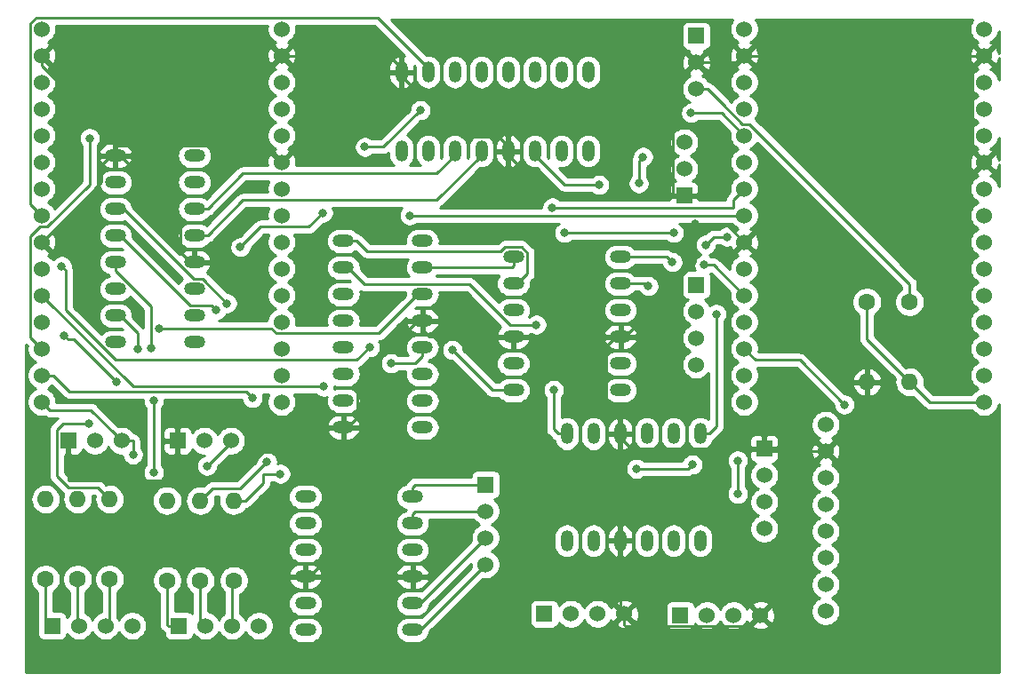
<source format=gbr>
G04 #@! TF.GenerationSoftware,KiCad,Pcbnew,(5.1.4)-1*
G04 #@! TF.CreationDate,2019-10-31T11:37:51-04:00*
G04 #@! TF.ProjectId,central_board,63656e74-7261-46c5-9f62-6f6172642e6b,v01*
G04 #@! TF.SameCoordinates,Original*
G04 #@! TF.FileFunction,Copper,L2,Bot*
G04 #@! TF.FilePolarity,Positive*
%FSLAX46Y46*%
G04 Gerber Fmt 4.6, Leading zero omitted, Abs format (unit mm)*
G04 Created by KiCad (PCBNEW (5.1.4)-1) date 2019-10-31 11:37:51*
%MOMM*%
%LPD*%
G04 APERTURE LIST*
%ADD10C,1.524000*%
%ADD11R,1.524000X1.524000*%
%ADD12O,1.600000X1.600000*%
%ADD13C,1.600000*%
%ADD14O,1.200000X2.000000*%
%ADD15O,2.000000X1.200000*%
%ADD16C,0.800000*%
%ADD17C,0.254000*%
G04 APERTURE END LIST*
D10*
X111760000Y-121920000D03*
X109220000Y-121920000D03*
X106680000Y-121920000D03*
D11*
X104140000Y-121920000D03*
D10*
X153416000Y-70739000D03*
X153416000Y-68199000D03*
D11*
X153416000Y-65659000D03*
X152273000Y-80899000D03*
D10*
X152273000Y-78359000D03*
X152273000Y-75819000D03*
D11*
X151892000Y-120904000D03*
D10*
X154432000Y-120904000D03*
X156972000Y-120904000D03*
X159512000Y-120904000D03*
X146558000Y-120777000D03*
X144018000Y-120777000D03*
X141478000Y-120777000D03*
D11*
X138938000Y-120777000D03*
X159893000Y-105029000D03*
D10*
X159893000Y-107569000D03*
X159893000Y-110109000D03*
X159893000Y-112649000D03*
X153416000Y-97028000D03*
X153416000Y-94488000D03*
X153416000Y-91948000D03*
D11*
X153416000Y-89408000D03*
X133350000Y-108458000D03*
D10*
X133350000Y-110998000D03*
X133350000Y-113538000D03*
X133350000Y-116078000D03*
D11*
X104013000Y-104267000D03*
D10*
X106553000Y-104267000D03*
X109093000Y-104267000D03*
X98679000Y-104267000D03*
X96139000Y-104267000D03*
D11*
X93599000Y-104267000D03*
D10*
X99695000Y-121920000D03*
X97155000Y-121920000D03*
X94615000Y-121920000D03*
D11*
X92075000Y-121920000D03*
D12*
X169672000Y-98679000D03*
D13*
X169672000Y-91059000D03*
X173736000Y-91059000D03*
D12*
X173736000Y-98679000D03*
X102997000Y-109982000D03*
D13*
X102997000Y-117602000D03*
X91440000Y-117475000D03*
D12*
X91440000Y-109855000D03*
D13*
X106172000Y-117602000D03*
D12*
X106172000Y-109982000D03*
X94488000Y-109855000D03*
D13*
X94488000Y-117475000D03*
X97536000Y-117475000D03*
D12*
X97536000Y-109855000D03*
X109347000Y-109982000D03*
D13*
X109347000Y-117602000D03*
D10*
X165735000Y-120523000D03*
X165735000Y-117983000D03*
X165735000Y-115443000D03*
X165735000Y-112903000D03*
X165735000Y-110363000D03*
X165735000Y-107823000D03*
X165735000Y-105283000D03*
X165735000Y-102743000D03*
X180848000Y-65024000D03*
X180848000Y-67564000D03*
X180848000Y-70104000D03*
X180848000Y-72644000D03*
X180848000Y-75184000D03*
X180848000Y-77724000D03*
X180848000Y-80264000D03*
X180848000Y-82804000D03*
X180848000Y-85344000D03*
X180848000Y-87884000D03*
X180848000Y-90424000D03*
X180848000Y-92964000D03*
X180848000Y-95504000D03*
X180848000Y-98044000D03*
X180848000Y-100584000D03*
X157988000Y-100584000D03*
X157988000Y-98044000D03*
X157988000Y-95504000D03*
X157988000Y-92964000D03*
X157988000Y-90424000D03*
X157988000Y-87884000D03*
X157988000Y-85344000D03*
X157988000Y-82804000D03*
X157988000Y-80264000D03*
X157988000Y-77724000D03*
X157988000Y-75184000D03*
X157988000Y-72644000D03*
X157988000Y-70104000D03*
X157988000Y-67564000D03*
X157988000Y-65024000D03*
X91059000Y-65024000D03*
X91059000Y-67564000D03*
X91059000Y-70104000D03*
X91059000Y-72644000D03*
X91059000Y-75184000D03*
X91059000Y-77724000D03*
X91059000Y-80264000D03*
X91059000Y-82804000D03*
X91059000Y-85344000D03*
X91059000Y-87884000D03*
X91059000Y-90424000D03*
X91059000Y-92964000D03*
X91059000Y-95504000D03*
X91059000Y-98044000D03*
X91059000Y-100584000D03*
X113919000Y-100584000D03*
X113919000Y-98044000D03*
X113919000Y-95504000D03*
X113919000Y-92964000D03*
X113919000Y-90424000D03*
X113919000Y-87884000D03*
X113919000Y-85344000D03*
X113919000Y-82804000D03*
X113919000Y-80264000D03*
X113919000Y-77724000D03*
X113919000Y-75184000D03*
X113919000Y-72644000D03*
X113919000Y-70104000D03*
X113919000Y-67564000D03*
X113919000Y-65024000D03*
D14*
X143129000Y-76658000D03*
X143129000Y-69138000D03*
X140589000Y-76658000D03*
X140589000Y-69138000D03*
X138049000Y-76658000D03*
X138049000Y-69138000D03*
X135509000Y-76658000D03*
X135509000Y-69138000D03*
X132969000Y-76658000D03*
X132969000Y-69138000D03*
X130429000Y-76658000D03*
X130429000Y-69138000D03*
X127889000Y-76658000D03*
X127889000Y-69138000D03*
X125349000Y-76658000D03*
X125349000Y-69138000D03*
D15*
X105614000Y-94869000D03*
X98094000Y-94869000D03*
X105614000Y-92329000D03*
X98094000Y-92329000D03*
X105614000Y-89789000D03*
X98094000Y-89789000D03*
X105614000Y-87249000D03*
X98094000Y-87249000D03*
X105614000Y-84709000D03*
X98094000Y-84709000D03*
X105614000Y-82169000D03*
X98094000Y-82169000D03*
X105614000Y-79629000D03*
X98094000Y-79629000D03*
X105614000Y-77089000D03*
X98094000Y-77089000D03*
X119811000Y-102997000D03*
X127331000Y-102997000D03*
X119811000Y-100457000D03*
X127331000Y-100457000D03*
X119811000Y-97917000D03*
X127331000Y-97917000D03*
X119811000Y-95377000D03*
X127331000Y-95377000D03*
X119811000Y-92837000D03*
X127331000Y-92837000D03*
X119811000Y-90297000D03*
X127331000Y-90297000D03*
X119811000Y-87757000D03*
X127331000Y-87757000D03*
X119811000Y-85217000D03*
X127331000Y-85217000D03*
D14*
X141097000Y-103612000D03*
X141097000Y-113812000D03*
X143637000Y-103612000D03*
X143637000Y-113812000D03*
X146177000Y-103612000D03*
X146177000Y-113812000D03*
X148717000Y-103612000D03*
X148717000Y-113812000D03*
X151257000Y-103612000D03*
X151257000Y-113812000D03*
X153797000Y-103612000D03*
X153797000Y-113812000D03*
D15*
X146197000Y-86741000D03*
X135997000Y-86741000D03*
X146197000Y-89281000D03*
X135997000Y-89281000D03*
X146197000Y-91821000D03*
X135997000Y-91821000D03*
X146197000Y-94361000D03*
X135997000Y-94361000D03*
X146197000Y-96901000D03*
X135997000Y-96901000D03*
X146197000Y-99441000D03*
X135997000Y-99441000D03*
X126385000Y-109601000D03*
X116185000Y-109601000D03*
X126385000Y-112141000D03*
X116185000Y-112141000D03*
X126385000Y-114681000D03*
X116185000Y-114681000D03*
X126385000Y-117221000D03*
X116185000Y-117221000D03*
X126385000Y-119761000D03*
X116185000Y-119761000D03*
X126385000Y-122301000D03*
X116185000Y-122301000D03*
D16*
X153289000Y-83566000D03*
X148336000Y-77216000D03*
X147936001Y-79737001D03*
X157353000Y-109347000D03*
X157353000Y-106172000D03*
X167513000Y-100838000D03*
X148844000Y-89535000D03*
X151130000Y-87249000D03*
X106807000Y-106680000D03*
X99756630Y-105598630D03*
X101507999Y-95411999D03*
X101727000Y-100457000D03*
X101727000Y-107315000D03*
X107696000Y-91821000D03*
X112522000Y-106299000D03*
X100203000Y-95504000D03*
X93218000Y-94234000D03*
X98171000Y-98679000D03*
X95567500Y-102679500D03*
X108712000Y-91176010D03*
X113792000Y-107442000D03*
X153035000Y-106553000D03*
X147719999Y-106952999D03*
X144145000Y-79883000D03*
X140843000Y-84455000D03*
X151257000Y-84455000D03*
X154178000Y-87503000D03*
X126111000Y-82804000D03*
X139700000Y-82042000D03*
X156337000Y-84836000D03*
X154305000Y-85598000D03*
X155321000Y-92202000D03*
X152908000Y-73025000D03*
X92964000Y-87630000D03*
X122301000Y-95377000D03*
X124333000Y-96901000D03*
X117929001Y-99133001D03*
X102235000Y-93599000D03*
X95631000Y-75438000D03*
X111125000Y-100203000D03*
X121846999Y-76273001D03*
X127127000Y-72771000D03*
X139827000Y-99441000D03*
X109982000Y-85821000D03*
X117856000Y-82550000D03*
X130175000Y-95631000D03*
X138176000Y-93218000D03*
D17*
X173736000Y-89927630D02*
X173736000Y-91059000D01*
X173736000Y-89320278D02*
X173736000Y-89927630D01*
X154493630Y-70739000D02*
X155890630Y-72136000D01*
X153416000Y-70739000D02*
X154493630Y-70739000D01*
X155890630Y-72136000D02*
X155890630Y-72158352D01*
X155890630Y-72158352D02*
X157827277Y-74094999D01*
X157827277Y-74094999D02*
X158510721Y-74094999D01*
X158510721Y-74094999D02*
X173736000Y-89320278D01*
X98094000Y-75527278D02*
X98094000Y-76235000D01*
X91059000Y-68492278D02*
X98094000Y-75527278D01*
X91059000Y-67564000D02*
X91059000Y-68492278D01*
X91820999Y-84582001D02*
X91059000Y-85344000D01*
X96766990Y-79636010D02*
X91820999Y-84582001D01*
X96766990Y-78016010D02*
X96766990Y-79636010D01*
X97694000Y-77089000D02*
X96766990Y-78016010D01*
X98094000Y-77089000D02*
X97694000Y-77089000D01*
X105214000Y-87249000D02*
X105614000Y-87249000D01*
X104286990Y-86321990D02*
X105214000Y-87249000D01*
X104286990Y-82881990D02*
X104286990Y-86321990D01*
X98494000Y-77089000D02*
X104286990Y-82881990D01*
X98094000Y-77089000D02*
X98494000Y-77089000D01*
X113157001Y-76962001D02*
X113919000Y-77724000D01*
X112356990Y-76161990D02*
X113157001Y-76962001D01*
X98167010Y-76161990D02*
X112356990Y-76161990D01*
X98094000Y-76235000D02*
X98167010Y-76161990D01*
X98094000Y-77089000D02*
X98094000Y-76235000D01*
X112356990Y-69126010D02*
X113919000Y-67564000D01*
X112356990Y-76161990D02*
X112356990Y-69126010D01*
X125349000Y-68738000D02*
X125349000Y-69138000D01*
X124175000Y-67564000D02*
X125349000Y-68738000D01*
X113919000Y-67564000D02*
X124175000Y-67564000D01*
X135509000Y-76258000D02*
X135509000Y-76658000D01*
X134581990Y-75330990D02*
X135509000Y-76258000D01*
X131141990Y-75330990D02*
X134581990Y-75330990D01*
X125349000Y-69538000D02*
X131141990Y-75330990D01*
X125349000Y-69138000D02*
X125349000Y-69538000D01*
X139350000Y-80899000D02*
X151257000Y-80899000D01*
X135509000Y-77058000D02*
X139350000Y-80899000D01*
X135509000Y-76658000D02*
X135509000Y-77058000D01*
X152654001Y-68960999D02*
X153416000Y-68199000D01*
X151183999Y-70431001D02*
X152654001Y-68960999D01*
X151183999Y-80825999D02*
X151183999Y-70431001D01*
X151257000Y-80899000D02*
X151183999Y-80825999D01*
X152273000Y-80899000D02*
X151257000Y-80899000D01*
X169672000Y-97790000D02*
X169672000Y-98679000D01*
X169672000Y-101346000D02*
X165735000Y-105283000D01*
X169672000Y-98679000D02*
X169672000Y-101346000D01*
X160147000Y-105283000D02*
X159893000Y-105029000D01*
X165735000Y-105283000D02*
X160147000Y-105283000D01*
X146177000Y-104012000D02*
X146177000Y-103612000D01*
X147194000Y-105029000D02*
X146177000Y-104012000D01*
X159893000Y-105029000D02*
X147194000Y-105029000D01*
X146177000Y-104866000D02*
X146177000Y-113812000D01*
X146177000Y-103612000D02*
X146177000Y-104866000D01*
X145797000Y-94361000D02*
X146197000Y-94361000D01*
X144869990Y-95288010D02*
X145797000Y-94361000D01*
X144869990Y-101050990D02*
X144869990Y-95288010D01*
X146177000Y-102358000D02*
X144869990Y-101050990D01*
X146177000Y-103612000D02*
X146177000Y-102358000D01*
X146197000Y-94361000D02*
X135997000Y-94361000D01*
X127331000Y-93691000D02*
X127331000Y-92837000D01*
X128001000Y-94361000D02*
X127331000Y-93691000D01*
X135997000Y-94361000D02*
X128001000Y-94361000D01*
X120211000Y-102997000D02*
X119811000Y-102997000D01*
X121138010Y-102069990D02*
X120211000Y-102997000D01*
X121138010Y-98629990D02*
X121138010Y-102069990D01*
X126931000Y-92837000D02*
X121138010Y-98629990D01*
X127331000Y-92837000D02*
X126931000Y-92837000D01*
X116585000Y-117221000D02*
X116185000Y-117221000D01*
X119811000Y-113995000D02*
X116585000Y-117221000D01*
X119811000Y-102997000D02*
X119811000Y-113995000D01*
X116185000Y-117221000D02*
X126385000Y-117221000D01*
X146177000Y-120396000D02*
X146558000Y-120777000D01*
X146177000Y-113812000D02*
X146177000Y-120396000D01*
X158750001Y-121665999D02*
X159512000Y-120904000D01*
X158422999Y-121993001D02*
X158750001Y-121665999D01*
X146696371Y-121993001D02*
X158422999Y-121993001D01*
X146558000Y-121854630D02*
X146696371Y-121993001D01*
X146558000Y-120777000D02*
X146558000Y-121854630D01*
X118557000Y-102997000D02*
X116197999Y-105356001D01*
X119811000Y-102997000D02*
X118557000Y-102997000D01*
X93599000Y-105283000D02*
X93599000Y-104267000D01*
X104013000Y-104267000D02*
X104013000Y-105283000D01*
X116197999Y-105356001D02*
X112194999Y-105356001D01*
X112194999Y-105356001D02*
X109474000Y-108077000D01*
X109474000Y-108077000D02*
X93599000Y-108077000D01*
X93599000Y-108077000D02*
X93599000Y-104267000D01*
X104013000Y-105283000D02*
X104013000Y-107950000D01*
X157353000Y-68199000D02*
X157988000Y-67564000D01*
X153416000Y-68199000D02*
X157353000Y-68199000D01*
X159065630Y-67564000D02*
X180848000Y-67564000D01*
X157988000Y-67564000D02*
X159065630Y-67564000D01*
X156337000Y-83693000D02*
X153416000Y-83693000D01*
X157988000Y-85344000D02*
X156337000Y-83693000D01*
X153416000Y-83693000D02*
X153289000Y-83566000D01*
X153289000Y-83566000D02*
X153289000Y-83566000D01*
X146597000Y-94361000D02*
X146197000Y-94361000D01*
X147451000Y-93507000D02*
X146597000Y-94361000D01*
X147451000Y-93107000D02*
X147451000Y-93507000D01*
X153289000Y-83566000D02*
X153289000Y-87269000D01*
X147451000Y-93107000D02*
X153289000Y-87269000D01*
X180086001Y-76962001D02*
X180848000Y-77724000D01*
X179758999Y-76634999D02*
X180086001Y-76962001D01*
X179758999Y-68653001D02*
X179758999Y-76634999D01*
X180848000Y-67564000D02*
X179758999Y-68653001D01*
X147936001Y-77615999D02*
X147936001Y-79737001D01*
X148336000Y-77216000D02*
X147936001Y-77615999D01*
X147936001Y-79737001D02*
X147936001Y-79737001D01*
X157353000Y-109347000D02*
X157353000Y-108781315D01*
X157353000Y-108781315D02*
X157353000Y-106172000D01*
X157353000Y-106172000D02*
X157353000Y-106172000D01*
X159077001Y-96593001D02*
X163268001Y-96593001D01*
X157988000Y-95504000D02*
X159077001Y-96593001D01*
X163268001Y-96593001D02*
X167513000Y-100838000D01*
X167513000Y-100838000D02*
X167513000Y-100838000D01*
X146197000Y-89281000D02*
X148590000Y-89281000D01*
X148590000Y-89281000D02*
X148844000Y-89535000D01*
X148844000Y-89535000D02*
X148844000Y-89535000D01*
X146197000Y-86741000D02*
X150622000Y-86741000D01*
X150622000Y-86741000D02*
X151130000Y-87249000D01*
X151130000Y-87249000D02*
X151130000Y-87249000D01*
X126385000Y-108747000D02*
X126385000Y-109601000D01*
X126674000Y-108458000D02*
X126385000Y-108747000D01*
X133350000Y-108458000D02*
X126674000Y-108458000D01*
X126385000Y-111287000D02*
X126385000Y-112141000D01*
X126674000Y-110998000D02*
X126385000Y-111287000D01*
X133350000Y-110998000D02*
X126674000Y-110998000D01*
X127127000Y-119761000D02*
X126385000Y-119761000D01*
X133350000Y-113538000D02*
X127127000Y-119761000D01*
X127127000Y-122301000D02*
X126385000Y-122301000D01*
X133350000Y-116078000D02*
X127127000Y-122301000D01*
X97917001Y-103505001D02*
X98679000Y-104267000D01*
X95757999Y-101345999D02*
X97917001Y-103505001D01*
X91820999Y-101345999D02*
X95757999Y-101345999D01*
X91059000Y-100584000D02*
X91820999Y-101345999D01*
X98679000Y-104267000D02*
X99756630Y-104267000D01*
X99756630Y-104267000D02*
X99756630Y-105598630D01*
X99756630Y-105598630D02*
X99756630Y-105598630D01*
X109093000Y-104394000D02*
X109093000Y-104267000D01*
X106807000Y-106680000D02*
X109093000Y-104394000D01*
X97536000Y-121539000D02*
X97155000Y-121920000D01*
X97536000Y-117475000D02*
X97536000Y-121539000D01*
X94488000Y-121793000D02*
X94615000Y-121920000D01*
X94488000Y-117475000D02*
X94488000Y-121793000D01*
X91440000Y-121285000D02*
X91567000Y-121412000D01*
X91440000Y-121285000D02*
X92075000Y-121920000D01*
X91440000Y-117475000D02*
X91440000Y-121285000D01*
X109093000Y-121793000D02*
X109220000Y-121920000D01*
X109220000Y-117729000D02*
X109347000Y-117602000D01*
X109220000Y-121920000D02*
X109220000Y-117729000D01*
X106172000Y-121412000D02*
X106680000Y-121920000D01*
X106172000Y-117602000D02*
X106172000Y-121412000D01*
X103124000Y-121920000D02*
X104140000Y-121920000D01*
X102997000Y-121793000D02*
X103124000Y-121920000D01*
X102997000Y-117602000D02*
X102997000Y-121793000D01*
X169672000Y-94615000D02*
X173736000Y-98679000D01*
X169672000Y-91059000D02*
X169672000Y-94615000D01*
X175641000Y-100584000D02*
X180848000Y-100584000D01*
X173736000Y-98679000D02*
X175641000Y-100584000D01*
X98094000Y-88078010D02*
X98094000Y-87249000D01*
X101507999Y-91492009D02*
X98094000Y-88078010D01*
X101507999Y-95411999D02*
X101507999Y-95411999D01*
X101507999Y-95411999D02*
X101507999Y-91492009D01*
X101727000Y-100457000D02*
X101727000Y-107315000D01*
X101727000Y-107315000D02*
X101727000Y-107315000D01*
X105186990Y-91401990D02*
X107276990Y-91401990D01*
X98094000Y-84709000D02*
X98494000Y-84709000D01*
X98494000Y-84709000D02*
X105186990Y-91401990D01*
X107276990Y-91401990D02*
X107696000Y-91821000D01*
X107696000Y-91821000D02*
X107696000Y-91821000D01*
X106971999Y-109182001D02*
X106172000Y-109982000D01*
X107299001Y-108854999D02*
X106971999Y-109182001D01*
X109966001Y-108854999D02*
X107299001Y-108854999D01*
X112522000Y-106299000D02*
X109966001Y-108854999D01*
X98494000Y-92329000D02*
X100203000Y-94038000D01*
X98094000Y-92329000D02*
X98494000Y-92329000D01*
X100203000Y-94038000D02*
X100203000Y-95504000D01*
X100203000Y-95504000D02*
X100203000Y-95504000D01*
X93218000Y-94234000D02*
X93617999Y-94633999D01*
X93617999Y-94633999D02*
X94125999Y-94633999D01*
X94125999Y-94633999D02*
X98171000Y-98679000D01*
X98171000Y-98679000D02*
X98171000Y-98679000D01*
X96736001Y-109055001D02*
X97536000Y-109855000D01*
X96408999Y-108727999D02*
X96736001Y-109055001D01*
X92509999Y-107630066D02*
X93607932Y-108727999D01*
X93607932Y-108727999D02*
X96408999Y-108727999D01*
X92509999Y-103243399D02*
X92509999Y-107630066D01*
X93073898Y-102679500D02*
X92509999Y-103243399D01*
X95567500Y-102679500D02*
X93073898Y-102679500D01*
X106397980Y-88861990D02*
X108712000Y-91176010D01*
X105516000Y-88861990D02*
X106397980Y-88861990D01*
X98094000Y-82169000D02*
X98823010Y-82169000D01*
X98823010Y-82169000D02*
X105516000Y-88861990D01*
X108712000Y-91176010D02*
X108712000Y-91176010D01*
X109601000Y-109982000D02*
X109093000Y-109982000D01*
X113792000Y-107442000D02*
X112141000Y-107442000D01*
X110478370Y-109982000D02*
X109347000Y-109982000D01*
X112141000Y-108319370D02*
X110478370Y-109982000D01*
X112141000Y-107442000D02*
X112141000Y-108319370D01*
X152635001Y-106952999D02*
X147719999Y-106952999D01*
X153035000Y-106553000D02*
X152635001Y-106952999D01*
X147719999Y-106952999D02*
X147719999Y-106952999D01*
X138049000Y-77058000D02*
X140874000Y-79883000D01*
X138049000Y-76658000D02*
X138049000Y-77058000D01*
X140874000Y-79883000D02*
X144145000Y-79883000D01*
X144145000Y-79883000D02*
X144145000Y-79883000D01*
X132969000Y-77058000D02*
X132969000Y-76658000D01*
X128673999Y-81353001D02*
X132969000Y-77058000D01*
X110223999Y-81353001D02*
X128673999Y-81353001D01*
X106868000Y-84709000D02*
X110223999Y-81353001D01*
X105614000Y-84709000D02*
X106868000Y-84709000D01*
X140843000Y-84455000D02*
X151257000Y-84455000D01*
X151257000Y-84455000D02*
X151257000Y-84455000D01*
X155067000Y-87503000D02*
X157988000Y-90424000D01*
X154178000Y-87503000D02*
X155067000Y-87503000D01*
X126111000Y-82804000D02*
X157988000Y-82804000D01*
X130429000Y-77058000D02*
X130429000Y-76658000D01*
X128673999Y-78813001D02*
X130429000Y-77058000D01*
X110223999Y-78813001D02*
X128673999Y-78813001D01*
X106868000Y-82169000D02*
X110223999Y-78813001D01*
X105614000Y-82169000D02*
X106868000Y-82169000D01*
X139700000Y-82042000D02*
X156972000Y-82042000D01*
X156972000Y-81280000D02*
X157988000Y-80264000D01*
X156972000Y-82042000D02*
X156972000Y-81280000D01*
X156337000Y-84836000D02*
X155067000Y-84836000D01*
X155067000Y-84836000D02*
X154305000Y-85598000D01*
X154305000Y-85598000D02*
X154305000Y-85598000D01*
X154651000Y-103612000D02*
X153797000Y-103612000D01*
X155321000Y-102942000D02*
X154651000Y-103612000D01*
X155321000Y-92202000D02*
X155321000Y-102942000D01*
X155829000Y-73025000D02*
X157988000Y-75184000D01*
X152908000Y-73025000D02*
X155829000Y-73025000D01*
X98107011Y-96593001D02*
X121084999Y-96593001D01*
X93363999Y-91849989D02*
X98107011Y-96593001D01*
X92964000Y-87630000D02*
X93363999Y-88029999D01*
X93363999Y-88029999D02*
X93363999Y-91849989D01*
X121084999Y-96593001D02*
X122301000Y-95377000D01*
X122301000Y-95377000D02*
X122301000Y-95377000D01*
X127889000Y-68738000D02*
X127889000Y-69138000D01*
X123085999Y-63934999D02*
X127889000Y-68738000D01*
X90536279Y-63934999D02*
X123085999Y-63934999D01*
X89969999Y-64501279D02*
X90536279Y-63934999D01*
X89969999Y-81714999D02*
X89969999Y-64501279D01*
X91059000Y-82804000D02*
X89969999Y-81714999D01*
X127331000Y-96231000D02*
X127331000Y-95377000D01*
X126661000Y-96901000D02*
X127331000Y-96231000D01*
X124333000Y-96901000D02*
X126661000Y-96901000D01*
X99768001Y-99133001D02*
X91059000Y-90424000D01*
X117929001Y-99133001D02*
X99768001Y-99133001D01*
X126931000Y-90297000D02*
X127331000Y-90297000D01*
X123174999Y-94053001D02*
X126931000Y-90297000D01*
X113396279Y-94053001D02*
X123174999Y-94053001D01*
X112942278Y-93599000D02*
X113396279Y-94053001D01*
X102235000Y-93599000D02*
X112942278Y-93599000D01*
X91581721Y-83893001D02*
X95631000Y-79843722D01*
X90898277Y-83893001D02*
X91581721Y-83893001D01*
X89969999Y-84821279D02*
X90898277Y-83893001D01*
X91059000Y-95504000D02*
X89969999Y-94414999D01*
X89969999Y-94414999D02*
X89969999Y-84821279D01*
X95631000Y-79843722D02*
X95631000Y-75438000D01*
X95631000Y-75438000D02*
X95631000Y-75438000D01*
X93679641Y-99587011D02*
X99579944Y-99587011D01*
X91059000Y-98044000D02*
X92136630Y-98044000D01*
X92136630Y-98044000D02*
X93679641Y-99587011D01*
X99579944Y-99587011D02*
X110109000Y-99587011D01*
X110109000Y-99587011D02*
X110509011Y-99587011D01*
X110509011Y-99587011D02*
X111125000Y-100203000D01*
X111125000Y-100203000D02*
X111125000Y-100203000D01*
X121846999Y-76273001D02*
X123624999Y-76273001D01*
X123624999Y-76273001D02*
X127127000Y-72771000D01*
X127127000Y-72771000D02*
X127127000Y-72771000D01*
X140243000Y-103612000D02*
X141097000Y-103612000D01*
X139827000Y-103196000D02*
X140243000Y-103612000D01*
X139827000Y-99441000D02*
X139827000Y-103196000D01*
X111909999Y-83893001D02*
X116512999Y-83893001D01*
X109982000Y-85821000D02*
X111909999Y-83893001D01*
X116512999Y-83893001D02*
X117856000Y-82550000D01*
X117856000Y-82550000D02*
X117856000Y-82550000D01*
X133985000Y-99441000D02*
X135997000Y-99441000D01*
X130175000Y-95631000D02*
X133985000Y-99441000D01*
X131835000Y-89369990D02*
X135683010Y-93218000D01*
X121823990Y-89369990D02*
X131835000Y-89369990D01*
X119811000Y-87757000D02*
X120211000Y-87757000D01*
X120211000Y-87757000D02*
X121823990Y-89369990D01*
X135683010Y-93218000D02*
X138176000Y-93218000D01*
X138176000Y-93218000D02*
X138176000Y-93218000D01*
X135997000Y-87595000D02*
X135997000Y-86741000D01*
X135835000Y-87757000D02*
X135997000Y-87595000D01*
X127331000Y-87757000D02*
X135835000Y-87757000D01*
X121065000Y-85217000D02*
X122081000Y-86233000D01*
X119811000Y-85217000D02*
X121065000Y-85217000D01*
X137324010Y-88353990D02*
X136397000Y-89281000D01*
X137324010Y-86357020D02*
X137324010Y-88353990D01*
X136780980Y-85813990D02*
X137324010Y-86357020D01*
X135213020Y-85813990D02*
X136780980Y-85813990D01*
X134794010Y-86233000D02*
X135213020Y-85813990D01*
X136397000Y-89281000D02*
X135997000Y-89281000D01*
X122081000Y-86233000D02*
X134794010Y-86233000D01*
G36*
X156749995Y-64362273D02*
G01*
X156644686Y-64616510D01*
X156591000Y-64886408D01*
X156591000Y-65161592D01*
X156644686Y-65431490D01*
X156749995Y-65685727D01*
X156902880Y-65914535D01*
X157097465Y-66109120D01*
X157326273Y-66262005D01*
X157397943Y-66291692D01*
X157384977Y-66296364D01*
X157269020Y-66358344D01*
X157202040Y-66598435D01*
X157988000Y-67384395D01*
X158773960Y-66598435D01*
X158706980Y-66358344D01*
X158571240Y-66294515D01*
X158649727Y-66262005D01*
X158878535Y-66109120D01*
X159073120Y-65914535D01*
X159226005Y-65685727D01*
X159331314Y-65431490D01*
X159385000Y-65161592D01*
X159385000Y-64886408D01*
X159331314Y-64616510D01*
X159226005Y-64362273D01*
X159082632Y-64147700D01*
X179753368Y-64147700D01*
X179609995Y-64362273D01*
X179504686Y-64616510D01*
X179451000Y-64886408D01*
X179451000Y-65161592D01*
X179504686Y-65431490D01*
X179609995Y-65685727D01*
X179762880Y-65914535D01*
X179957465Y-66109120D01*
X180186273Y-66262005D01*
X180257943Y-66291692D01*
X180244977Y-66296364D01*
X180129020Y-66358344D01*
X180062040Y-66598435D01*
X180848000Y-67384395D01*
X181633960Y-66598435D01*
X181566980Y-66358344D01*
X181431240Y-66294515D01*
X181509727Y-66262005D01*
X181738535Y-66109120D01*
X181933120Y-65914535D01*
X182086005Y-65685727D01*
X182191314Y-65431490D01*
X182232300Y-65225439D01*
X182232300Y-67375072D01*
X182208922Y-67219867D01*
X182115636Y-66960977D01*
X182053656Y-66845020D01*
X181813565Y-66778040D01*
X181027605Y-67564000D01*
X181813565Y-68349960D01*
X182053656Y-68282980D01*
X182170756Y-68033952D01*
X182232300Y-67785901D01*
X182232300Y-69902561D01*
X182191314Y-69696510D01*
X182086005Y-69442273D01*
X181933120Y-69213465D01*
X181738535Y-69018880D01*
X181509727Y-68865995D01*
X181438057Y-68836308D01*
X181451023Y-68831636D01*
X181566980Y-68769656D01*
X181633960Y-68529565D01*
X180848000Y-67743605D01*
X180062040Y-68529565D01*
X180129020Y-68769656D01*
X180264760Y-68833485D01*
X180186273Y-68865995D01*
X179957465Y-69018880D01*
X179762880Y-69213465D01*
X179609995Y-69442273D01*
X179504686Y-69696510D01*
X179451000Y-69966408D01*
X179451000Y-70241592D01*
X179504686Y-70511490D01*
X179609995Y-70765727D01*
X179762880Y-70994535D01*
X179957465Y-71189120D01*
X180186273Y-71342005D01*
X180263515Y-71374000D01*
X180186273Y-71405995D01*
X179957465Y-71558880D01*
X179762880Y-71753465D01*
X179609995Y-71982273D01*
X179504686Y-72236510D01*
X179451000Y-72506408D01*
X179451000Y-72781592D01*
X179504686Y-73051490D01*
X179609995Y-73305727D01*
X179762880Y-73534535D01*
X179957465Y-73729120D01*
X180186273Y-73882005D01*
X180263515Y-73914000D01*
X180186273Y-73945995D01*
X179957465Y-74098880D01*
X179762880Y-74293465D01*
X179609995Y-74522273D01*
X179504686Y-74776510D01*
X179451000Y-75046408D01*
X179451000Y-75321592D01*
X179504686Y-75591490D01*
X179609995Y-75845727D01*
X179762880Y-76074535D01*
X179957465Y-76269120D01*
X180186273Y-76422005D01*
X180257943Y-76451692D01*
X180244977Y-76456364D01*
X180129020Y-76518344D01*
X180062040Y-76758435D01*
X180848000Y-77544395D01*
X181633960Y-76758435D01*
X181566980Y-76518344D01*
X181431240Y-76454515D01*
X181509727Y-76422005D01*
X181738535Y-76269120D01*
X181933120Y-76074535D01*
X182086005Y-75845727D01*
X182191314Y-75591490D01*
X182232300Y-75385438D01*
X182232300Y-77535073D01*
X182208922Y-77379867D01*
X182115636Y-77120977D01*
X182053656Y-77005020D01*
X181813565Y-76938040D01*
X181027605Y-77724000D01*
X181813565Y-78509960D01*
X182053656Y-78442980D01*
X182170756Y-78193952D01*
X182232300Y-77945900D01*
X182232300Y-80062562D01*
X182191314Y-79856510D01*
X182086005Y-79602273D01*
X181933120Y-79373465D01*
X181738535Y-79178880D01*
X181509727Y-79025995D01*
X181438057Y-78996308D01*
X181451023Y-78991636D01*
X181566980Y-78929656D01*
X181633960Y-78689565D01*
X180848000Y-77903605D01*
X180062040Y-78689565D01*
X180129020Y-78929656D01*
X180264760Y-78993485D01*
X180186273Y-79025995D01*
X179957465Y-79178880D01*
X179762880Y-79373465D01*
X179609995Y-79602273D01*
X179504686Y-79856510D01*
X179451000Y-80126408D01*
X179451000Y-80401592D01*
X179504686Y-80671490D01*
X179609995Y-80925727D01*
X179762880Y-81154535D01*
X179957465Y-81349120D01*
X180186273Y-81502005D01*
X180263515Y-81534000D01*
X180186273Y-81565995D01*
X179957465Y-81718880D01*
X179762880Y-81913465D01*
X179609995Y-82142273D01*
X179504686Y-82396510D01*
X179451000Y-82666408D01*
X179451000Y-82941592D01*
X179504686Y-83211490D01*
X179609995Y-83465727D01*
X179762880Y-83694535D01*
X179957465Y-83889120D01*
X180186273Y-84042005D01*
X180263515Y-84074000D01*
X180186273Y-84105995D01*
X179957465Y-84258880D01*
X179762880Y-84453465D01*
X179609995Y-84682273D01*
X179504686Y-84936510D01*
X179451000Y-85206408D01*
X179451000Y-85481592D01*
X179504686Y-85751490D01*
X179609995Y-86005727D01*
X179762880Y-86234535D01*
X179957465Y-86429120D01*
X180186273Y-86582005D01*
X180263515Y-86614000D01*
X180186273Y-86645995D01*
X179957465Y-86798880D01*
X179762880Y-86993465D01*
X179609995Y-87222273D01*
X179504686Y-87476510D01*
X179451000Y-87746408D01*
X179451000Y-88021592D01*
X179504686Y-88291490D01*
X179609995Y-88545727D01*
X179762880Y-88774535D01*
X179957465Y-88969120D01*
X180186273Y-89122005D01*
X180263515Y-89154000D01*
X180186273Y-89185995D01*
X179957465Y-89338880D01*
X179762880Y-89533465D01*
X179609995Y-89762273D01*
X179504686Y-90016510D01*
X179451000Y-90286408D01*
X179451000Y-90561592D01*
X179504686Y-90831490D01*
X179609995Y-91085727D01*
X179762880Y-91314535D01*
X179957465Y-91509120D01*
X180186273Y-91662005D01*
X180263515Y-91694000D01*
X180186273Y-91725995D01*
X179957465Y-91878880D01*
X179762880Y-92073465D01*
X179609995Y-92302273D01*
X179504686Y-92556510D01*
X179451000Y-92826408D01*
X179451000Y-93101592D01*
X179504686Y-93371490D01*
X179609995Y-93625727D01*
X179762880Y-93854535D01*
X179957465Y-94049120D01*
X180186273Y-94202005D01*
X180263515Y-94234000D01*
X180186273Y-94265995D01*
X179957465Y-94418880D01*
X179762880Y-94613465D01*
X179609995Y-94842273D01*
X179504686Y-95096510D01*
X179451000Y-95366408D01*
X179451000Y-95641592D01*
X179504686Y-95911490D01*
X179609995Y-96165727D01*
X179762880Y-96394535D01*
X179957465Y-96589120D01*
X180186273Y-96742005D01*
X180263515Y-96774000D01*
X180186273Y-96805995D01*
X179957465Y-96958880D01*
X179762880Y-97153465D01*
X179609995Y-97382273D01*
X179504686Y-97636510D01*
X179451000Y-97906408D01*
X179451000Y-98181592D01*
X179504686Y-98451490D01*
X179609995Y-98705727D01*
X179762880Y-98934535D01*
X179957465Y-99129120D01*
X180186273Y-99282005D01*
X180263515Y-99314000D01*
X180186273Y-99345995D01*
X179957465Y-99498880D01*
X179762880Y-99693465D01*
X179676995Y-99822000D01*
X175956631Y-99822000D01*
X175137366Y-99002736D01*
X175150236Y-98960309D01*
X175177943Y-98679000D01*
X175150236Y-98397691D01*
X175068182Y-98127192D01*
X174934932Y-97877899D01*
X174755608Y-97659392D01*
X174537101Y-97480068D01*
X174287808Y-97346818D01*
X174017309Y-97264764D01*
X173806492Y-97244000D01*
X173665508Y-97244000D01*
X173454691Y-97264764D01*
X173412265Y-97277634D01*
X170434000Y-94299370D01*
X170434000Y-92275707D01*
X170586759Y-92173637D01*
X170786637Y-91973759D01*
X170943680Y-91738727D01*
X171051853Y-91477574D01*
X171107000Y-91200335D01*
X171107000Y-90917665D01*
X171051853Y-90640426D01*
X170943680Y-90379273D01*
X170786637Y-90144241D01*
X170586759Y-89944363D01*
X170351727Y-89787320D01*
X170090574Y-89679147D01*
X169813335Y-89624000D01*
X169530665Y-89624000D01*
X169253426Y-89679147D01*
X168992273Y-89787320D01*
X168757241Y-89944363D01*
X168557363Y-90144241D01*
X168400320Y-90379273D01*
X168292147Y-90640426D01*
X168237000Y-90917665D01*
X168237000Y-91200335D01*
X168292147Y-91477574D01*
X168400320Y-91738727D01*
X168557363Y-91973759D01*
X168757241Y-92173637D01*
X168910000Y-92275707D01*
X168910001Y-94577567D01*
X168906314Y-94615000D01*
X168921027Y-94764378D01*
X168964599Y-94908015D01*
X169035355Y-95040392D01*
X169102659Y-95122401D01*
X169130579Y-95156422D01*
X169159649Y-95180279D01*
X172334634Y-98355265D01*
X172321764Y-98397691D01*
X172294057Y-98679000D01*
X172321764Y-98960309D01*
X172403818Y-99230808D01*
X172537068Y-99480101D01*
X172716392Y-99698608D01*
X172934899Y-99877932D01*
X173184192Y-100011182D01*
X173454691Y-100093236D01*
X173665508Y-100114000D01*
X173806492Y-100114000D01*
X174017309Y-100093236D01*
X174059736Y-100080366D01*
X175075720Y-101096351D01*
X175099578Y-101125422D01*
X175128648Y-101149279D01*
X175215607Y-101220645D01*
X175262533Y-101245727D01*
X175347985Y-101291402D01*
X175491622Y-101334974D01*
X175603574Y-101346000D01*
X175603577Y-101346000D01*
X175641000Y-101349686D01*
X175678423Y-101346000D01*
X179676995Y-101346000D01*
X179762880Y-101474535D01*
X179957465Y-101669120D01*
X180186273Y-101822005D01*
X180440510Y-101927314D01*
X180710408Y-101981000D01*
X180985592Y-101981000D01*
X181255490Y-101927314D01*
X181509727Y-101822005D01*
X181738535Y-101669120D01*
X181933120Y-101474535D01*
X182086005Y-101245727D01*
X182191314Y-100991490D01*
X182232301Y-100785436D01*
X182232301Y-126352300D01*
X89547700Y-126352300D01*
X89547700Y-117333665D01*
X90005000Y-117333665D01*
X90005000Y-117616335D01*
X90060147Y-117893574D01*
X90168320Y-118154727D01*
X90325363Y-118389759D01*
X90525241Y-118589637D01*
X90678000Y-118691707D01*
X90678001Y-121126799D01*
X90674928Y-121158000D01*
X90674928Y-121278766D01*
X90674314Y-121285000D01*
X90674928Y-121291234D01*
X90674928Y-122682000D01*
X90687188Y-122806482D01*
X90723498Y-122926180D01*
X90782463Y-123036494D01*
X90861815Y-123133185D01*
X90958506Y-123212537D01*
X91068820Y-123271502D01*
X91188518Y-123307812D01*
X91313000Y-123320072D01*
X92837000Y-123320072D01*
X92961482Y-123307812D01*
X93081180Y-123271502D01*
X93191494Y-123212537D01*
X93288185Y-123133185D01*
X93367537Y-123036494D01*
X93426502Y-122926180D01*
X93462812Y-122806482D01*
X93471080Y-122722535D01*
X93529880Y-122810535D01*
X93724465Y-123005120D01*
X93953273Y-123158005D01*
X94207510Y-123263314D01*
X94477408Y-123317000D01*
X94752592Y-123317000D01*
X95022490Y-123263314D01*
X95276727Y-123158005D01*
X95505535Y-123005120D01*
X95700120Y-122810535D01*
X95853005Y-122581727D01*
X95885000Y-122504485D01*
X95916995Y-122581727D01*
X96069880Y-122810535D01*
X96264465Y-123005120D01*
X96493273Y-123158005D01*
X96747510Y-123263314D01*
X97017408Y-123317000D01*
X97292592Y-123317000D01*
X97562490Y-123263314D01*
X97816727Y-123158005D01*
X98045535Y-123005120D01*
X98240120Y-122810535D01*
X98393005Y-122581727D01*
X98425000Y-122504485D01*
X98456995Y-122581727D01*
X98609880Y-122810535D01*
X98804465Y-123005120D01*
X99033273Y-123158005D01*
X99287510Y-123263314D01*
X99557408Y-123317000D01*
X99832592Y-123317000D01*
X100102490Y-123263314D01*
X100356727Y-123158005D01*
X100585535Y-123005120D01*
X100780120Y-122810535D01*
X100933005Y-122581727D01*
X101038314Y-122327490D01*
X101092000Y-122057592D01*
X101092000Y-121782408D01*
X101038314Y-121512510D01*
X100933005Y-121258273D01*
X100780120Y-121029465D01*
X100585535Y-120834880D01*
X100356727Y-120681995D01*
X100102490Y-120576686D01*
X99832592Y-120523000D01*
X99557408Y-120523000D01*
X99287510Y-120576686D01*
X99033273Y-120681995D01*
X98804465Y-120834880D01*
X98609880Y-121029465D01*
X98456995Y-121258273D01*
X98425000Y-121335515D01*
X98393005Y-121258273D01*
X98298000Y-121116088D01*
X98298000Y-118691707D01*
X98450759Y-118589637D01*
X98650637Y-118389759D01*
X98807680Y-118154727D01*
X98915853Y-117893574D01*
X98971000Y-117616335D01*
X98971000Y-117460665D01*
X101562000Y-117460665D01*
X101562000Y-117743335D01*
X101617147Y-118020574D01*
X101725320Y-118281727D01*
X101882363Y-118516759D01*
X102082241Y-118716637D01*
X102235000Y-118818707D01*
X102235001Y-121755567D01*
X102231314Y-121793000D01*
X102246027Y-121942378D01*
X102289599Y-122086015D01*
X102360355Y-122218392D01*
X102420610Y-122291812D01*
X102455579Y-122334422D01*
X102484649Y-122358279D01*
X102558716Y-122432346D01*
X102582578Y-122461422D01*
X102698608Y-122556645D01*
X102739928Y-122578731D01*
X102739928Y-122682000D01*
X102752188Y-122806482D01*
X102788498Y-122926180D01*
X102847463Y-123036494D01*
X102926815Y-123133185D01*
X103023506Y-123212537D01*
X103133820Y-123271502D01*
X103253518Y-123307812D01*
X103378000Y-123320072D01*
X104902000Y-123320072D01*
X105026482Y-123307812D01*
X105146180Y-123271502D01*
X105256494Y-123212537D01*
X105353185Y-123133185D01*
X105432537Y-123036494D01*
X105491502Y-122926180D01*
X105527812Y-122806482D01*
X105536080Y-122722535D01*
X105594880Y-122810535D01*
X105789465Y-123005120D01*
X106018273Y-123158005D01*
X106272510Y-123263314D01*
X106542408Y-123317000D01*
X106817592Y-123317000D01*
X107087490Y-123263314D01*
X107341727Y-123158005D01*
X107570535Y-123005120D01*
X107765120Y-122810535D01*
X107918005Y-122581727D01*
X107950000Y-122504485D01*
X107981995Y-122581727D01*
X108134880Y-122810535D01*
X108329465Y-123005120D01*
X108558273Y-123158005D01*
X108812510Y-123263314D01*
X109082408Y-123317000D01*
X109357592Y-123317000D01*
X109627490Y-123263314D01*
X109881727Y-123158005D01*
X110110535Y-123005120D01*
X110305120Y-122810535D01*
X110458005Y-122581727D01*
X110490000Y-122504485D01*
X110521995Y-122581727D01*
X110674880Y-122810535D01*
X110869465Y-123005120D01*
X111098273Y-123158005D01*
X111352510Y-123263314D01*
X111622408Y-123317000D01*
X111897592Y-123317000D01*
X112167490Y-123263314D01*
X112421727Y-123158005D01*
X112650535Y-123005120D01*
X112845120Y-122810535D01*
X112998005Y-122581727D01*
X113103314Y-122327490D01*
X113108583Y-122301000D01*
X114544025Y-122301000D01*
X114567870Y-122543102D01*
X114638489Y-122775901D01*
X114753167Y-122990449D01*
X114907498Y-123178502D01*
X115095551Y-123332833D01*
X115310099Y-123447511D01*
X115542898Y-123518130D01*
X115724335Y-123536000D01*
X116645665Y-123536000D01*
X116827102Y-123518130D01*
X117059901Y-123447511D01*
X117274449Y-123332833D01*
X117462502Y-123178502D01*
X117616833Y-122990449D01*
X117731511Y-122775901D01*
X117802130Y-122543102D01*
X117825975Y-122301000D01*
X117802130Y-122058898D01*
X117731511Y-121826099D01*
X117616833Y-121611551D01*
X117462502Y-121423498D01*
X117274449Y-121269167D01*
X117059901Y-121154489D01*
X116827102Y-121083870D01*
X116645665Y-121066000D01*
X115724335Y-121066000D01*
X115542898Y-121083870D01*
X115310099Y-121154489D01*
X115095551Y-121269167D01*
X114907498Y-121423498D01*
X114753167Y-121611551D01*
X114638489Y-121826099D01*
X114567870Y-122058898D01*
X114544025Y-122301000D01*
X113108583Y-122301000D01*
X113157000Y-122057592D01*
X113157000Y-121782408D01*
X113103314Y-121512510D01*
X112998005Y-121258273D01*
X112845120Y-121029465D01*
X112650535Y-120834880D01*
X112421727Y-120681995D01*
X112167490Y-120576686D01*
X111897592Y-120523000D01*
X111622408Y-120523000D01*
X111352510Y-120576686D01*
X111098273Y-120681995D01*
X110869465Y-120834880D01*
X110674880Y-121029465D01*
X110521995Y-121258273D01*
X110490000Y-121335515D01*
X110458005Y-121258273D01*
X110305120Y-121029465D01*
X110110535Y-120834880D01*
X109982000Y-120748995D01*
X109982000Y-119761000D01*
X114544025Y-119761000D01*
X114567870Y-120003102D01*
X114638489Y-120235901D01*
X114753167Y-120450449D01*
X114907498Y-120638502D01*
X115095551Y-120792833D01*
X115310099Y-120907511D01*
X115542898Y-120978130D01*
X115724335Y-120996000D01*
X116645665Y-120996000D01*
X116827102Y-120978130D01*
X117059901Y-120907511D01*
X117274449Y-120792833D01*
X117462502Y-120638502D01*
X117616833Y-120450449D01*
X117731511Y-120235901D01*
X117802130Y-120003102D01*
X117825975Y-119761000D01*
X117802130Y-119518898D01*
X117731511Y-119286099D01*
X117616833Y-119071551D01*
X117462502Y-118883498D01*
X117274449Y-118729167D01*
X117059901Y-118614489D01*
X116827102Y-118543870D01*
X116645665Y-118526000D01*
X115724335Y-118526000D01*
X115542898Y-118543870D01*
X115310099Y-118614489D01*
X115095551Y-118729167D01*
X114907498Y-118883498D01*
X114753167Y-119071551D01*
X114638489Y-119286099D01*
X114567870Y-119518898D01*
X114544025Y-119761000D01*
X109982000Y-119761000D01*
X109982000Y-118892207D01*
X110026727Y-118873680D01*
X110261759Y-118716637D01*
X110461637Y-118516759D01*
X110618680Y-118281727D01*
X110726853Y-118020574D01*
X110782000Y-117743335D01*
X110782000Y-117538609D01*
X114591538Y-117538609D01*
X114595409Y-117576282D01*
X114687579Y-117801533D01*
X114821922Y-118004474D01*
X114993275Y-118177307D01*
X115195054Y-118313390D01*
X115419504Y-118407493D01*
X115658000Y-118456000D01*
X116058000Y-118456000D01*
X116058000Y-117348000D01*
X116312000Y-117348000D01*
X116312000Y-118456000D01*
X116712000Y-118456000D01*
X116950496Y-118407493D01*
X117174946Y-118313390D01*
X117376725Y-118177307D01*
X117548078Y-118004474D01*
X117682421Y-117801533D01*
X117774591Y-117576282D01*
X117778462Y-117538609D01*
X124791538Y-117538609D01*
X124795409Y-117576282D01*
X124887579Y-117801533D01*
X125021922Y-118004474D01*
X125193275Y-118177307D01*
X125395054Y-118313390D01*
X125619504Y-118407493D01*
X125858000Y-118456000D01*
X126258000Y-118456000D01*
X126258000Y-117348000D01*
X126512000Y-117348000D01*
X126512000Y-118456000D01*
X126912000Y-118456000D01*
X127150496Y-118407493D01*
X127374946Y-118313390D01*
X127576725Y-118177307D01*
X127748078Y-118004474D01*
X127882421Y-117801533D01*
X127974591Y-117576282D01*
X127978462Y-117538609D01*
X127853731Y-117348000D01*
X126512000Y-117348000D01*
X126258000Y-117348000D01*
X124916269Y-117348000D01*
X124791538Y-117538609D01*
X117778462Y-117538609D01*
X117653731Y-117348000D01*
X116312000Y-117348000D01*
X116058000Y-117348000D01*
X114716269Y-117348000D01*
X114591538Y-117538609D01*
X110782000Y-117538609D01*
X110782000Y-117460665D01*
X110726853Y-117183426D01*
X110618680Y-116922273D01*
X110606064Y-116903391D01*
X114591538Y-116903391D01*
X114716269Y-117094000D01*
X116058000Y-117094000D01*
X116058000Y-115986000D01*
X116312000Y-115986000D01*
X116312000Y-117094000D01*
X117653731Y-117094000D01*
X117778462Y-116903391D01*
X124791538Y-116903391D01*
X124916269Y-117094000D01*
X126258000Y-117094000D01*
X126258000Y-115986000D01*
X126512000Y-115986000D01*
X126512000Y-117094000D01*
X127853731Y-117094000D01*
X127978462Y-116903391D01*
X127974591Y-116865718D01*
X127882421Y-116640467D01*
X127748078Y-116437526D01*
X127576725Y-116264693D01*
X127374946Y-116128610D01*
X127150496Y-116034507D01*
X126912000Y-115986000D01*
X126512000Y-115986000D01*
X126258000Y-115986000D01*
X125858000Y-115986000D01*
X125619504Y-116034507D01*
X125395054Y-116128610D01*
X125193275Y-116264693D01*
X125021922Y-116437526D01*
X124887579Y-116640467D01*
X124795409Y-116865718D01*
X124791538Y-116903391D01*
X117778462Y-116903391D01*
X117774591Y-116865718D01*
X117682421Y-116640467D01*
X117548078Y-116437526D01*
X117376725Y-116264693D01*
X117174946Y-116128610D01*
X116950496Y-116034507D01*
X116712000Y-115986000D01*
X116312000Y-115986000D01*
X116058000Y-115986000D01*
X115658000Y-115986000D01*
X115419504Y-116034507D01*
X115195054Y-116128610D01*
X114993275Y-116264693D01*
X114821922Y-116437526D01*
X114687579Y-116640467D01*
X114595409Y-116865718D01*
X114591538Y-116903391D01*
X110606064Y-116903391D01*
X110461637Y-116687241D01*
X110261759Y-116487363D01*
X110026727Y-116330320D01*
X109765574Y-116222147D01*
X109488335Y-116167000D01*
X109205665Y-116167000D01*
X108928426Y-116222147D01*
X108667273Y-116330320D01*
X108432241Y-116487363D01*
X108232363Y-116687241D01*
X108075320Y-116922273D01*
X107967147Y-117183426D01*
X107912000Y-117460665D01*
X107912000Y-117743335D01*
X107967147Y-118020574D01*
X108075320Y-118281727D01*
X108232363Y-118516759D01*
X108432241Y-118716637D01*
X108458001Y-118733849D01*
X108458000Y-120748995D01*
X108329465Y-120834880D01*
X108134880Y-121029465D01*
X107981995Y-121258273D01*
X107950000Y-121335515D01*
X107918005Y-121258273D01*
X107765120Y-121029465D01*
X107570535Y-120834880D01*
X107341727Y-120681995D01*
X107087490Y-120576686D01*
X106934000Y-120546155D01*
X106934000Y-118818707D01*
X107086759Y-118716637D01*
X107286637Y-118516759D01*
X107443680Y-118281727D01*
X107551853Y-118020574D01*
X107607000Y-117743335D01*
X107607000Y-117460665D01*
X107551853Y-117183426D01*
X107443680Y-116922273D01*
X107286637Y-116687241D01*
X107086759Y-116487363D01*
X106851727Y-116330320D01*
X106590574Y-116222147D01*
X106313335Y-116167000D01*
X106030665Y-116167000D01*
X105753426Y-116222147D01*
X105492273Y-116330320D01*
X105257241Y-116487363D01*
X105057363Y-116687241D01*
X104900320Y-116922273D01*
X104792147Y-117183426D01*
X104737000Y-117460665D01*
X104737000Y-117743335D01*
X104792147Y-118020574D01*
X104900320Y-118281727D01*
X105057363Y-118516759D01*
X105257241Y-118716637D01*
X105410000Y-118818707D01*
X105410001Y-120776046D01*
X105353185Y-120706815D01*
X105256494Y-120627463D01*
X105146180Y-120568498D01*
X105026482Y-120532188D01*
X104902000Y-120519928D01*
X103759000Y-120519928D01*
X103759000Y-118818707D01*
X103911759Y-118716637D01*
X104111637Y-118516759D01*
X104268680Y-118281727D01*
X104376853Y-118020574D01*
X104432000Y-117743335D01*
X104432000Y-117460665D01*
X104376853Y-117183426D01*
X104268680Y-116922273D01*
X104111637Y-116687241D01*
X103911759Y-116487363D01*
X103676727Y-116330320D01*
X103415574Y-116222147D01*
X103138335Y-116167000D01*
X102855665Y-116167000D01*
X102578426Y-116222147D01*
X102317273Y-116330320D01*
X102082241Y-116487363D01*
X101882363Y-116687241D01*
X101725320Y-116922273D01*
X101617147Y-117183426D01*
X101562000Y-117460665D01*
X98971000Y-117460665D01*
X98971000Y-117333665D01*
X98915853Y-117056426D01*
X98807680Y-116795273D01*
X98650637Y-116560241D01*
X98450759Y-116360363D01*
X98215727Y-116203320D01*
X97954574Y-116095147D01*
X97677335Y-116040000D01*
X97394665Y-116040000D01*
X97117426Y-116095147D01*
X96856273Y-116203320D01*
X96621241Y-116360363D01*
X96421363Y-116560241D01*
X96264320Y-116795273D01*
X96156147Y-117056426D01*
X96101000Y-117333665D01*
X96101000Y-117616335D01*
X96156147Y-117893574D01*
X96264320Y-118154727D01*
X96421363Y-118389759D01*
X96621241Y-118589637D01*
X96774000Y-118691707D01*
X96774001Y-120571417D01*
X96747510Y-120576686D01*
X96493273Y-120681995D01*
X96264465Y-120834880D01*
X96069880Y-121029465D01*
X95916995Y-121258273D01*
X95885000Y-121335515D01*
X95853005Y-121258273D01*
X95700120Y-121029465D01*
X95505535Y-120834880D01*
X95276727Y-120681995D01*
X95250000Y-120670924D01*
X95250000Y-118691707D01*
X95402759Y-118589637D01*
X95602637Y-118389759D01*
X95759680Y-118154727D01*
X95867853Y-117893574D01*
X95923000Y-117616335D01*
X95923000Y-117333665D01*
X95867853Y-117056426D01*
X95759680Y-116795273D01*
X95602637Y-116560241D01*
X95402759Y-116360363D01*
X95167727Y-116203320D01*
X94906574Y-116095147D01*
X94629335Y-116040000D01*
X94346665Y-116040000D01*
X94069426Y-116095147D01*
X93808273Y-116203320D01*
X93573241Y-116360363D01*
X93373363Y-116560241D01*
X93216320Y-116795273D01*
X93108147Y-117056426D01*
X93053000Y-117333665D01*
X93053000Y-117616335D01*
X93108147Y-117893574D01*
X93216320Y-118154727D01*
X93373363Y-118389759D01*
X93573241Y-118589637D01*
X93726000Y-118691707D01*
X93726001Y-120833854D01*
X93724465Y-120834880D01*
X93529880Y-121029465D01*
X93471080Y-121117465D01*
X93462812Y-121033518D01*
X93426502Y-120913820D01*
X93367537Y-120803506D01*
X93288185Y-120706815D01*
X93191494Y-120627463D01*
X93081180Y-120568498D01*
X92961482Y-120532188D01*
X92837000Y-120519928D01*
X92202000Y-120519928D01*
X92202000Y-118691707D01*
X92354759Y-118589637D01*
X92554637Y-118389759D01*
X92711680Y-118154727D01*
X92819853Y-117893574D01*
X92875000Y-117616335D01*
X92875000Y-117333665D01*
X92819853Y-117056426D01*
X92711680Y-116795273D01*
X92554637Y-116560241D01*
X92354759Y-116360363D01*
X92119727Y-116203320D01*
X91858574Y-116095147D01*
X91581335Y-116040000D01*
X91298665Y-116040000D01*
X91021426Y-116095147D01*
X90760273Y-116203320D01*
X90525241Y-116360363D01*
X90325363Y-116560241D01*
X90168320Y-116795273D01*
X90060147Y-117056426D01*
X90005000Y-117333665D01*
X89547700Y-117333665D01*
X89547700Y-114681000D01*
X114544025Y-114681000D01*
X114567870Y-114923102D01*
X114638489Y-115155901D01*
X114753167Y-115370449D01*
X114907498Y-115558502D01*
X115095551Y-115712833D01*
X115310099Y-115827511D01*
X115542898Y-115898130D01*
X115724335Y-115916000D01*
X116645665Y-115916000D01*
X116827102Y-115898130D01*
X117059901Y-115827511D01*
X117274449Y-115712833D01*
X117462502Y-115558502D01*
X117616833Y-115370449D01*
X117731511Y-115155901D01*
X117802130Y-114923102D01*
X117825975Y-114681000D01*
X124744025Y-114681000D01*
X124767870Y-114923102D01*
X124838489Y-115155901D01*
X124953167Y-115370449D01*
X125107498Y-115558502D01*
X125295551Y-115712833D01*
X125510099Y-115827511D01*
X125742898Y-115898130D01*
X125924335Y-115916000D01*
X126845665Y-115916000D01*
X127027102Y-115898130D01*
X127259901Y-115827511D01*
X127474449Y-115712833D01*
X127662502Y-115558502D01*
X127816833Y-115370449D01*
X127931511Y-115155901D01*
X128002130Y-114923102D01*
X128025975Y-114681000D01*
X128002130Y-114438898D01*
X127931511Y-114206099D01*
X127816833Y-113991551D01*
X127662502Y-113803498D01*
X127474449Y-113649167D01*
X127259901Y-113534489D01*
X127027102Y-113463870D01*
X126845665Y-113446000D01*
X125924335Y-113446000D01*
X125742898Y-113463870D01*
X125510099Y-113534489D01*
X125295551Y-113649167D01*
X125107498Y-113803498D01*
X124953167Y-113991551D01*
X124838489Y-114206099D01*
X124767870Y-114438898D01*
X124744025Y-114681000D01*
X117825975Y-114681000D01*
X117802130Y-114438898D01*
X117731511Y-114206099D01*
X117616833Y-113991551D01*
X117462502Y-113803498D01*
X117274449Y-113649167D01*
X117059901Y-113534489D01*
X116827102Y-113463870D01*
X116645665Y-113446000D01*
X115724335Y-113446000D01*
X115542898Y-113463870D01*
X115310099Y-113534489D01*
X115095551Y-113649167D01*
X114907498Y-113803498D01*
X114753167Y-113991551D01*
X114638489Y-114206099D01*
X114567870Y-114438898D01*
X114544025Y-114681000D01*
X89547700Y-114681000D01*
X89547700Y-112141000D01*
X114544025Y-112141000D01*
X114567870Y-112383102D01*
X114638489Y-112615901D01*
X114753167Y-112830449D01*
X114907498Y-113018502D01*
X115095551Y-113172833D01*
X115310099Y-113287511D01*
X115542898Y-113358130D01*
X115724335Y-113376000D01*
X116645665Y-113376000D01*
X116827102Y-113358130D01*
X117059901Y-113287511D01*
X117274449Y-113172833D01*
X117462502Y-113018502D01*
X117616833Y-112830449D01*
X117731511Y-112615901D01*
X117802130Y-112383102D01*
X117825975Y-112141000D01*
X117802130Y-111898898D01*
X117731511Y-111666099D01*
X117616833Y-111451551D01*
X117462502Y-111263498D01*
X117274449Y-111109167D01*
X117059901Y-110994489D01*
X116827102Y-110923870D01*
X116645665Y-110906000D01*
X115724335Y-110906000D01*
X115542898Y-110923870D01*
X115310099Y-110994489D01*
X115095551Y-111109167D01*
X114907498Y-111263498D01*
X114753167Y-111451551D01*
X114638489Y-111666099D01*
X114567870Y-111898898D01*
X114544025Y-112141000D01*
X89547700Y-112141000D01*
X89547700Y-109855000D01*
X89998057Y-109855000D01*
X90025764Y-110136309D01*
X90107818Y-110406808D01*
X90241068Y-110656101D01*
X90420392Y-110874608D01*
X90638899Y-111053932D01*
X90888192Y-111187182D01*
X91158691Y-111269236D01*
X91369508Y-111290000D01*
X91510492Y-111290000D01*
X91721309Y-111269236D01*
X91991808Y-111187182D01*
X92241101Y-111053932D01*
X92459608Y-110874608D01*
X92638932Y-110656101D01*
X92772182Y-110406808D01*
X92854236Y-110136309D01*
X92881943Y-109855000D01*
X92854236Y-109573691D01*
X92772182Y-109303192D01*
X92638932Y-109053899D01*
X92459608Y-108835392D01*
X92241101Y-108656068D01*
X91991808Y-108522818D01*
X91721309Y-108440764D01*
X91510492Y-108420000D01*
X91369508Y-108420000D01*
X91158691Y-108440764D01*
X90888192Y-108522818D01*
X90638899Y-108656068D01*
X90420392Y-108835392D01*
X90241068Y-109053899D01*
X90107818Y-109303192D01*
X90025764Y-109573691D01*
X89998057Y-109855000D01*
X89547700Y-109855000D01*
X89547700Y-95070330D01*
X89692159Y-95214789D01*
X89662000Y-95366408D01*
X89662000Y-95641592D01*
X89715686Y-95911490D01*
X89820995Y-96165727D01*
X89973880Y-96394535D01*
X90168465Y-96589120D01*
X90397273Y-96742005D01*
X90474515Y-96774000D01*
X90397273Y-96805995D01*
X90168465Y-96958880D01*
X89973880Y-97153465D01*
X89820995Y-97382273D01*
X89715686Y-97636510D01*
X89662000Y-97906408D01*
X89662000Y-98181592D01*
X89715686Y-98451490D01*
X89820995Y-98705727D01*
X89973880Y-98934535D01*
X90168465Y-99129120D01*
X90397273Y-99282005D01*
X90474515Y-99314000D01*
X90397273Y-99345995D01*
X90168465Y-99498880D01*
X89973880Y-99693465D01*
X89820995Y-99922273D01*
X89715686Y-100176510D01*
X89662000Y-100446408D01*
X89662000Y-100721592D01*
X89715686Y-100991490D01*
X89820995Y-101245727D01*
X89973880Y-101474535D01*
X90168465Y-101669120D01*
X90397273Y-101822005D01*
X90651510Y-101927314D01*
X90921408Y-101981000D01*
X91196592Y-101981000D01*
X91355169Y-101949457D01*
X91395607Y-101982644D01*
X91527984Y-102053401D01*
X91671621Y-102096973D01*
X91783573Y-102107999D01*
X91783575Y-102107999D01*
X91820998Y-102111685D01*
X91858421Y-102107999D01*
X92569128Y-102107999D01*
X92532476Y-102138078D01*
X92508614Y-102167154D01*
X91997653Y-102678115D01*
X91968577Y-102701977D01*
X91912982Y-102769721D01*
X91873354Y-102818007D01*
X91856254Y-102850000D01*
X91802597Y-102950385D01*
X91759025Y-103094022D01*
X91747999Y-103205973D01*
X91744313Y-103243399D01*
X91747999Y-103280822D01*
X91748000Y-107592633D01*
X91744313Y-107630066D01*
X91759026Y-107779444D01*
X91802598Y-107923081D01*
X91873354Y-108055458D01*
X91944720Y-108142417D01*
X91968578Y-108171488D01*
X91997648Y-108195345D01*
X93042652Y-109240350D01*
X93066510Y-109269421D01*
X93095580Y-109293278D01*
X93146219Y-109334837D01*
X93073764Y-109573691D01*
X93046057Y-109855000D01*
X93073764Y-110136309D01*
X93155818Y-110406808D01*
X93289068Y-110656101D01*
X93468392Y-110874608D01*
X93686899Y-111053932D01*
X93936192Y-111187182D01*
X94206691Y-111269236D01*
X94417508Y-111290000D01*
X94558492Y-111290000D01*
X94769309Y-111269236D01*
X95039808Y-111187182D01*
X95289101Y-111053932D01*
X95507608Y-110874608D01*
X95686932Y-110656101D01*
X95820182Y-110406808D01*
X95902236Y-110136309D01*
X95929943Y-109855000D01*
X95902236Y-109573691D01*
X95876849Y-109489999D01*
X96093370Y-109489999D01*
X96134634Y-109531263D01*
X96121764Y-109573691D01*
X96094057Y-109855000D01*
X96121764Y-110136309D01*
X96203818Y-110406808D01*
X96337068Y-110656101D01*
X96516392Y-110874608D01*
X96734899Y-111053932D01*
X96984192Y-111187182D01*
X97254691Y-111269236D01*
X97465508Y-111290000D01*
X97606492Y-111290000D01*
X97817309Y-111269236D01*
X98087808Y-111187182D01*
X98337101Y-111053932D01*
X98555608Y-110874608D01*
X98734932Y-110656101D01*
X98868182Y-110406808D01*
X98950236Y-110136309D01*
X98965434Y-109982000D01*
X101555057Y-109982000D01*
X101582764Y-110263309D01*
X101664818Y-110533808D01*
X101798068Y-110783101D01*
X101977392Y-111001608D01*
X102195899Y-111180932D01*
X102445192Y-111314182D01*
X102715691Y-111396236D01*
X102926508Y-111417000D01*
X103067492Y-111417000D01*
X103278309Y-111396236D01*
X103548808Y-111314182D01*
X103798101Y-111180932D01*
X104016608Y-111001608D01*
X104195932Y-110783101D01*
X104329182Y-110533808D01*
X104411236Y-110263309D01*
X104438943Y-109982000D01*
X104730057Y-109982000D01*
X104757764Y-110263309D01*
X104839818Y-110533808D01*
X104973068Y-110783101D01*
X105152392Y-111001608D01*
X105370899Y-111180932D01*
X105620192Y-111314182D01*
X105890691Y-111396236D01*
X106101508Y-111417000D01*
X106242492Y-111417000D01*
X106453309Y-111396236D01*
X106723808Y-111314182D01*
X106973101Y-111180932D01*
X107191608Y-111001608D01*
X107370932Y-110783101D01*
X107504182Y-110533808D01*
X107586236Y-110263309D01*
X107613943Y-109982000D01*
X107586236Y-109700691D01*
X107573366Y-109658264D01*
X107614631Y-109616999D01*
X107958151Y-109616999D01*
X107932764Y-109700691D01*
X107905057Y-109982000D01*
X107932764Y-110263309D01*
X108014818Y-110533808D01*
X108148068Y-110783101D01*
X108327392Y-111001608D01*
X108545899Y-111180932D01*
X108795192Y-111314182D01*
X109065691Y-111396236D01*
X109276508Y-111417000D01*
X109417492Y-111417000D01*
X109628309Y-111396236D01*
X109898808Y-111314182D01*
X110148101Y-111180932D01*
X110366608Y-111001608D01*
X110545932Y-110783101D01*
X110569668Y-110738694D01*
X110627748Y-110732974D01*
X110771385Y-110689402D01*
X110903762Y-110618645D01*
X111019792Y-110523422D01*
X111043654Y-110494346D01*
X111937000Y-109601000D01*
X114544025Y-109601000D01*
X114567870Y-109843102D01*
X114638489Y-110075901D01*
X114753167Y-110290449D01*
X114907498Y-110478502D01*
X115095551Y-110632833D01*
X115310099Y-110747511D01*
X115542898Y-110818130D01*
X115724335Y-110836000D01*
X116645665Y-110836000D01*
X116827102Y-110818130D01*
X117059901Y-110747511D01*
X117274449Y-110632833D01*
X117462502Y-110478502D01*
X117616833Y-110290449D01*
X117731511Y-110075901D01*
X117802130Y-109843102D01*
X117825975Y-109601000D01*
X124744025Y-109601000D01*
X124767870Y-109843102D01*
X124838489Y-110075901D01*
X124953167Y-110290449D01*
X125107498Y-110478502D01*
X125295551Y-110632833D01*
X125510099Y-110747511D01*
X125742898Y-110818130D01*
X125780960Y-110821879D01*
X125748355Y-110861608D01*
X125715076Y-110923870D01*
X125709692Y-110933943D01*
X125510099Y-110994489D01*
X125295551Y-111109167D01*
X125107498Y-111263498D01*
X124953167Y-111451551D01*
X124838489Y-111666099D01*
X124767870Y-111898898D01*
X124744025Y-112141000D01*
X124767870Y-112383102D01*
X124838489Y-112615901D01*
X124953167Y-112830449D01*
X125107498Y-113018502D01*
X125295551Y-113172833D01*
X125510099Y-113287511D01*
X125742898Y-113358130D01*
X125924335Y-113376000D01*
X126845665Y-113376000D01*
X127027102Y-113358130D01*
X127259901Y-113287511D01*
X127474449Y-113172833D01*
X127662502Y-113018502D01*
X127816833Y-112830449D01*
X127931511Y-112615901D01*
X128002130Y-112383102D01*
X128025975Y-112141000D01*
X128002130Y-111898898D01*
X127959996Y-111760000D01*
X132178995Y-111760000D01*
X132264880Y-111888535D01*
X132459465Y-112083120D01*
X132688273Y-112236005D01*
X132765515Y-112268000D01*
X132688273Y-112299995D01*
X132459465Y-112452880D01*
X132264880Y-112647465D01*
X132111995Y-112876273D01*
X132006686Y-113130510D01*
X131953000Y-113400408D01*
X131953000Y-113675592D01*
X131983159Y-113827210D01*
X127210781Y-118599589D01*
X127027102Y-118543870D01*
X126845665Y-118526000D01*
X125924335Y-118526000D01*
X125742898Y-118543870D01*
X125510099Y-118614489D01*
X125295551Y-118729167D01*
X125107498Y-118883498D01*
X124953167Y-119071551D01*
X124838489Y-119286099D01*
X124767870Y-119518898D01*
X124744025Y-119761000D01*
X124767870Y-120003102D01*
X124838489Y-120235901D01*
X124953167Y-120450449D01*
X125107498Y-120638502D01*
X125295551Y-120792833D01*
X125510099Y-120907511D01*
X125742898Y-120978130D01*
X125924335Y-120996000D01*
X126845665Y-120996000D01*
X127027102Y-120978130D01*
X127259901Y-120907511D01*
X127474449Y-120792833D01*
X127662502Y-120638502D01*
X127816833Y-120450449D01*
X127931511Y-120235901D01*
X128002130Y-120003102D01*
X128006457Y-119959173D01*
X131953000Y-116012631D01*
X131953000Y-116215592D01*
X131983159Y-116367210D01*
X127210781Y-121139589D01*
X127027102Y-121083870D01*
X126845665Y-121066000D01*
X125924335Y-121066000D01*
X125742898Y-121083870D01*
X125510099Y-121154489D01*
X125295551Y-121269167D01*
X125107498Y-121423498D01*
X124953167Y-121611551D01*
X124838489Y-121826099D01*
X124767870Y-122058898D01*
X124744025Y-122301000D01*
X124767870Y-122543102D01*
X124838489Y-122775901D01*
X124953167Y-122990449D01*
X125107498Y-123178502D01*
X125295551Y-123332833D01*
X125510099Y-123447511D01*
X125742898Y-123518130D01*
X125924335Y-123536000D01*
X126845665Y-123536000D01*
X127027102Y-123518130D01*
X127259901Y-123447511D01*
X127474449Y-123332833D01*
X127662502Y-123178502D01*
X127816833Y-122990449D01*
X127931511Y-122775901D01*
X128002130Y-122543102D01*
X128006457Y-122499173D01*
X130490630Y-120015000D01*
X137537928Y-120015000D01*
X137537928Y-121539000D01*
X137550188Y-121663482D01*
X137586498Y-121783180D01*
X137645463Y-121893494D01*
X137724815Y-121990185D01*
X137821506Y-122069537D01*
X137931820Y-122128502D01*
X138051518Y-122164812D01*
X138176000Y-122177072D01*
X139700000Y-122177072D01*
X139824482Y-122164812D01*
X139944180Y-122128502D01*
X140054494Y-122069537D01*
X140151185Y-121990185D01*
X140230537Y-121893494D01*
X140289502Y-121783180D01*
X140325812Y-121663482D01*
X140334080Y-121579535D01*
X140392880Y-121667535D01*
X140587465Y-121862120D01*
X140816273Y-122015005D01*
X141070510Y-122120314D01*
X141340408Y-122174000D01*
X141615592Y-122174000D01*
X141885490Y-122120314D01*
X142139727Y-122015005D01*
X142368535Y-121862120D01*
X142563120Y-121667535D01*
X142716005Y-121438727D01*
X142748000Y-121361485D01*
X142779995Y-121438727D01*
X142932880Y-121667535D01*
X143127465Y-121862120D01*
X143356273Y-122015005D01*
X143610510Y-122120314D01*
X143880408Y-122174000D01*
X144155592Y-122174000D01*
X144425490Y-122120314D01*
X144679727Y-122015005D01*
X144908535Y-121862120D01*
X145028090Y-121742565D01*
X145772040Y-121742565D01*
X145839020Y-121982656D01*
X146088048Y-122099756D01*
X146355135Y-122166023D01*
X146630017Y-122178910D01*
X146902133Y-122137922D01*
X147161023Y-122044636D01*
X147276980Y-121982656D01*
X147343960Y-121742565D01*
X146558000Y-120956605D01*
X145772040Y-121742565D01*
X145028090Y-121742565D01*
X145103120Y-121667535D01*
X145256005Y-121438727D01*
X145285692Y-121367057D01*
X145290364Y-121380023D01*
X145352344Y-121495980D01*
X145592435Y-121562960D01*
X146378395Y-120777000D01*
X146737605Y-120777000D01*
X147523565Y-121562960D01*
X147763656Y-121495980D01*
X147880756Y-121246952D01*
X147947023Y-120979865D01*
X147959910Y-120704983D01*
X147918922Y-120432867D01*
X147825636Y-120173977D01*
X147808545Y-120142000D01*
X150491928Y-120142000D01*
X150491928Y-121666000D01*
X150504188Y-121790482D01*
X150540498Y-121910180D01*
X150599463Y-122020494D01*
X150678815Y-122117185D01*
X150775506Y-122196537D01*
X150885820Y-122255502D01*
X151005518Y-122291812D01*
X151130000Y-122304072D01*
X152654000Y-122304072D01*
X152778482Y-122291812D01*
X152898180Y-122255502D01*
X153008494Y-122196537D01*
X153105185Y-122117185D01*
X153184537Y-122020494D01*
X153243502Y-121910180D01*
X153279812Y-121790482D01*
X153288080Y-121706535D01*
X153346880Y-121794535D01*
X153541465Y-121989120D01*
X153770273Y-122142005D01*
X154024510Y-122247314D01*
X154294408Y-122301000D01*
X154569592Y-122301000D01*
X154839490Y-122247314D01*
X155093727Y-122142005D01*
X155322535Y-121989120D01*
X155517120Y-121794535D01*
X155670005Y-121565727D01*
X155702000Y-121488485D01*
X155733995Y-121565727D01*
X155886880Y-121794535D01*
X156081465Y-121989120D01*
X156310273Y-122142005D01*
X156564510Y-122247314D01*
X156834408Y-122301000D01*
X157109592Y-122301000D01*
X157379490Y-122247314D01*
X157633727Y-122142005D01*
X157862535Y-121989120D01*
X157982090Y-121869565D01*
X158726040Y-121869565D01*
X158793020Y-122109656D01*
X159042048Y-122226756D01*
X159309135Y-122293023D01*
X159584017Y-122305910D01*
X159856133Y-122264922D01*
X160115023Y-122171636D01*
X160230980Y-122109656D01*
X160297960Y-121869565D01*
X159512000Y-121083605D01*
X158726040Y-121869565D01*
X157982090Y-121869565D01*
X158057120Y-121794535D01*
X158210005Y-121565727D01*
X158239692Y-121494057D01*
X158244364Y-121507023D01*
X158306344Y-121622980D01*
X158546435Y-121689960D01*
X159332395Y-120904000D01*
X159691605Y-120904000D01*
X160477565Y-121689960D01*
X160717656Y-121622980D01*
X160834756Y-121373952D01*
X160901023Y-121106865D01*
X160913910Y-120831983D01*
X160872922Y-120559867D01*
X160779636Y-120300977D01*
X160717656Y-120185020D01*
X160477565Y-120118040D01*
X159691605Y-120904000D01*
X159332395Y-120904000D01*
X158546435Y-120118040D01*
X158306344Y-120185020D01*
X158242515Y-120320760D01*
X158210005Y-120242273D01*
X158057120Y-120013465D01*
X157982090Y-119938435D01*
X158726040Y-119938435D01*
X159512000Y-120724395D01*
X160297960Y-119938435D01*
X160230980Y-119698344D01*
X159981952Y-119581244D01*
X159714865Y-119514977D01*
X159439983Y-119502090D01*
X159167867Y-119543078D01*
X158908977Y-119636364D01*
X158793020Y-119698344D01*
X158726040Y-119938435D01*
X157982090Y-119938435D01*
X157862535Y-119818880D01*
X157633727Y-119665995D01*
X157379490Y-119560686D01*
X157109592Y-119507000D01*
X156834408Y-119507000D01*
X156564510Y-119560686D01*
X156310273Y-119665995D01*
X156081465Y-119818880D01*
X155886880Y-120013465D01*
X155733995Y-120242273D01*
X155702000Y-120319515D01*
X155670005Y-120242273D01*
X155517120Y-120013465D01*
X155322535Y-119818880D01*
X155093727Y-119665995D01*
X154839490Y-119560686D01*
X154569592Y-119507000D01*
X154294408Y-119507000D01*
X154024510Y-119560686D01*
X153770273Y-119665995D01*
X153541465Y-119818880D01*
X153346880Y-120013465D01*
X153288080Y-120101465D01*
X153279812Y-120017518D01*
X153243502Y-119897820D01*
X153184537Y-119787506D01*
X153105185Y-119690815D01*
X153008494Y-119611463D01*
X152898180Y-119552498D01*
X152778482Y-119516188D01*
X152654000Y-119503928D01*
X151130000Y-119503928D01*
X151005518Y-119516188D01*
X150885820Y-119552498D01*
X150775506Y-119611463D01*
X150678815Y-119690815D01*
X150599463Y-119787506D01*
X150540498Y-119897820D01*
X150504188Y-120017518D01*
X150491928Y-120142000D01*
X147808545Y-120142000D01*
X147763656Y-120058020D01*
X147523565Y-119991040D01*
X146737605Y-120777000D01*
X146378395Y-120777000D01*
X145592435Y-119991040D01*
X145352344Y-120058020D01*
X145288515Y-120193760D01*
X145256005Y-120115273D01*
X145103120Y-119886465D01*
X145028090Y-119811435D01*
X145772040Y-119811435D01*
X146558000Y-120597395D01*
X147343960Y-119811435D01*
X147276980Y-119571344D01*
X147027952Y-119454244D01*
X146760865Y-119387977D01*
X146485983Y-119375090D01*
X146213867Y-119416078D01*
X145954977Y-119509364D01*
X145839020Y-119571344D01*
X145772040Y-119811435D01*
X145028090Y-119811435D01*
X144908535Y-119691880D01*
X144679727Y-119538995D01*
X144425490Y-119433686D01*
X144155592Y-119380000D01*
X143880408Y-119380000D01*
X143610510Y-119433686D01*
X143356273Y-119538995D01*
X143127465Y-119691880D01*
X142932880Y-119886465D01*
X142779995Y-120115273D01*
X142748000Y-120192515D01*
X142716005Y-120115273D01*
X142563120Y-119886465D01*
X142368535Y-119691880D01*
X142139727Y-119538995D01*
X141885490Y-119433686D01*
X141615592Y-119380000D01*
X141340408Y-119380000D01*
X141070510Y-119433686D01*
X140816273Y-119538995D01*
X140587465Y-119691880D01*
X140392880Y-119886465D01*
X140334080Y-119974465D01*
X140325812Y-119890518D01*
X140289502Y-119770820D01*
X140230537Y-119660506D01*
X140151185Y-119563815D01*
X140054494Y-119484463D01*
X139944180Y-119425498D01*
X139824482Y-119389188D01*
X139700000Y-119376928D01*
X138176000Y-119376928D01*
X138051518Y-119389188D01*
X137931820Y-119425498D01*
X137821506Y-119484463D01*
X137724815Y-119563815D01*
X137645463Y-119660506D01*
X137586498Y-119770820D01*
X137550188Y-119890518D01*
X137537928Y-120015000D01*
X130490630Y-120015000D01*
X133060790Y-117444841D01*
X133212408Y-117475000D01*
X133487592Y-117475000D01*
X133757490Y-117421314D01*
X134011727Y-117316005D01*
X134240535Y-117163120D01*
X134435120Y-116968535D01*
X134588005Y-116739727D01*
X134693314Y-116485490D01*
X134747000Y-116215592D01*
X134747000Y-115940408D01*
X134693314Y-115670510D01*
X134588005Y-115416273D01*
X134435120Y-115187465D01*
X134240535Y-114992880D01*
X134011727Y-114839995D01*
X133934485Y-114808000D01*
X134011727Y-114776005D01*
X134240535Y-114623120D01*
X134435120Y-114428535D01*
X134588005Y-114199727D01*
X134693314Y-113945490D01*
X134747000Y-113675592D01*
X134747000Y-113400408D01*
X134737239Y-113351335D01*
X139862000Y-113351335D01*
X139862000Y-114272664D01*
X139879870Y-114454101D01*
X139950489Y-114686900D01*
X140065167Y-114901448D01*
X140219498Y-115089502D01*
X140407551Y-115243833D01*
X140622099Y-115358511D01*
X140854898Y-115429130D01*
X141097000Y-115452975D01*
X141339101Y-115429130D01*
X141571900Y-115358511D01*
X141786448Y-115243833D01*
X141974502Y-115089502D01*
X142128833Y-114901449D01*
X142243511Y-114686901D01*
X142314130Y-114454102D01*
X142332000Y-114272665D01*
X142332000Y-113351336D01*
X142332000Y-113351335D01*
X142402000Y-113351335D01*
X142402000Y-114272664D01*
X142419870Y-114454101D01*
X142490489Y-114686900D01*
X142605167Y-114901448D01*
X142759498Y-115089502D01*
X142947551Y-115243833D01*
X143162099Y-115358511D01*
X143394898Y-115429130D01*
X143637000Y-115452975D01*
X143879101Y-115429130D01*
X144111900Y-115358511D01*
X144326448Y-115243833D01*
X144514502Y-115089502D01*
X144668833Y-114901449D01*
X144783511Y-114686901D01*
X144854130Y-114454102D01*
X144872000Y-114272665D01*
X144872000Y-113939000D01*
X144942000Y-113939000D01*
X144942000Y-114339000D01*
X144990507Y-114577496D01*
X145084610Y-114801946D01*
X145220693Y-115003725D01*
X145393526Y-115175078D01*
X145596467Y-115309421D01*
X145821718Y-115401591D01*
X145859391Y-115405462D01*
X146050000Y-115280731D01*
X146050000Y-113939000D01*
X146304000Y-113939000D01*
X146304000Y-115280731D01*
X146494609Y-115405462D01*
X146532282Y-115401591D01*
X146757533Y-115309421D01*
X146960474Y-115175078D01*
X147133307Y-115003725D01*
X147269390Y-114801946D01*
X147363493Y-114577496D01*
X147412000Y-114339000D01*
X147412000Y-113939000D01*
X146304000Y-113939000D01*
X146050000Y-113939000D01*
X144942000Y-113939000D01*
X144872000Y-113939000D01*
X144872000Y-113351336D01*
X144865467Y-113285000D01*
X144942000Y-113285000D01*
X144942000Y-113685000D01*
X146050000Y-113685000D01*
X146050000Y-112343269D01*
X146304000Y-112343269D01*
X146304000Y-113685000D01*
X147412000Y-113685000D01*
X147412000Y-113351335D01*
X147482000Y-113351335D01*
X147482000Y-114272664D01*
X147499870Y-114454101D01*
X147570489Y-114686900D01*
X147685167Y-114901448D01*
X147839498Y-115089502D01*
X148027551Y-115243833D01*
X148242099Y-115358511D01*
X148474898Y-115429130D01*
X148717000Y-115452975D01*
X148959101Y-115429130D01*
X149191900Y-115358511D01*
X149406448Y-115243833D01*
X149594502Y-115089502D01*
X149748833Y-114901449D01*
X149863511Y-114686901D01*
X149934130Y-114454102D01*
X149952000Y-114272665D01*
X149952000Y-113351336D01*
X149952000Y-113351335D01*
X150022000Y-113351335D01*
X150022000Y-114272664D01*
X150039870Y-114454101D01*
X150110489Y-114686900D01*
X150225167Y-114901448D01*
X150379498Y-115089502D01*
X150567551Y-115243833D01*
X150782099Y-115358511D01*
X151014898Y-115429130D01*
X151257000Y-115452975D01*
X151499101Y-115429130D01*
X151731900Y-115358511D01*
X151946448Y-115243833D01*
X152134502Y-115089502D01*
X152288833Y-114901449D01*
X152403511Y-114686901D01*
X152474130Y-114454102D01*
X152492000Y-114272665D01*
X152492000Y-113351336D01*
X152492000Y-113351335D01*
X152562000Y-113351335D01*
X152562000Y-114272664D01*
X152579870Y-114454101D01*
X152650489Y-114686900D01*
X152765167Y-114901448D01*
X152919498Y-115089502D01*
X153107551Y-115243833D01*
X153322099Y-115358511D01*
X153554898Y-115429130D01*
X153797000Y-115452975D01*
X154039101Y-115429130D01*
X154271900Y-115358511D01*
X154486448Y-115243833D01*
X154674502Y-115089502D01*
X154828833Y-114901449D01*
X154943511Y-114686901D01*
X155014130Y-114454102D01*
X155032000Y-114272665D01*
X155032000Y-113351336D01*
X155014130Y-113169899D01*
X154943511Y-112937099D01*
X154828833Y-112722551D01*
X154674502Y-112534498D01*
X154486449Y-112380167D01*
X154271901Y-112265489D01*
X154039102Y-112194870D01*
X153797000Y-112171025D01*
X153554899Y-112194870D01*
X153322100Y-112265489D01*
X153107552Y-112380167D01*
X152919499Y-112534498D01*
X152765168Y-112722551D01*
X152650489Y-112937099D01*
X152579870Y-113169898D01*
X152562000Y-113351335D01*
X152492000Y-113351335D01*
X152474130Y-113169899D01*
X152403511Y-112937099D01*
X152288833Y-112722551D01*
X152134502Y-112534498D01*
X151946449Y-112380167D01*
X151731901Y-112265489D01*
X151499102Y-112194870D01*
X151257000Y-112171025D01*
X151014899Y-112194870D01*
X150782100Y-112265489D01*
X150567552Y-112380167D01*
X150379499Y-112534498D01*
X150225168Y-112722551D01*
X150110489Y-112937099D01*
X150039870Y-113169898D01*
X150022000Y-113351335D01*
X149952000Y-113351335D01*
X149934130Y-113169899D01*
X149863511Y-112937099D01*
X149748833Y-112722551D01*
X149594502Y-112534498D01*
X149406449Y-112380167D01*
X149191901Y-112265489D01*
X148959102Y-112194870D01*
X148717000Y-112171025D01*
X148474899Y-112194870D01*
X148242100Y-112265489D01*
X148027552Y-112380167D01*
X147839499Y-112534498D01*
X147685168Y-112722551D01*
X147570489Y-112937099D01*
X147499870Y-113169898D01*
X147482000Y-113351335D01*
X147412000Y-113351335D01*
X147412000Y-113285000D01*
X147363493Y-113046504D01*
X147269390Y-112822054D01*
X147133307Y-112620275D01*
X146960474Y-112448922D01*
X146757533Y-112314579D01*
X146532282Y-112222409D01*
X146494609Y-112218538D01*
X146304000Y-112343269D01*
X146050000Y-112343269D01*
X145859391Y-112218538D01*
X145821718Y-112222409D01*
X145596467Y-112314579D01*
X145393526Y-112448922D01*
X145220693Y-112620275D01*
X145084610Y-112822054D01*
X144990507Y-113046504D01*
X144942000Y-113285000D01*
X144865467Y-113285000D01*
X144854130Y-113169899D01*
X144783511Y-112937099D01*
X144668833Y-112722551D01*
X144514502Y-112534498D01*
X144326449Y-112380167D01*
X144111901Y-112265489D01*
X143879102Y-112194870D01*
X143637000Y-112171025D01*
X143394899Y-112194870D01*
X143162100Y-112265489D01*
X142947552Y-112380167D01*
X142759499Y-112534498D01*
X142605168Y-112722551D01*
X142490489Y-112937099D01*
X142419870Y-113169898D01*
X142402000Y-113351335D01*
X142332000Y-113351335D01*
X142314130Y-113169899D01*
X142243511Y-112937099D01*
X142128833Y-112722551D01*
X141974502Y-112534498D01*
X141786449Y-112380167D01*
X141571901Y-112265489D01*
X141339102Y-112194870D01*
X141097000Y-112171025D01*
X140854899Y-112194870D01*
X140622100Y-112265489D01*
X140407552Y-112380167D01*
X140219499Y-112534498D01*
X140065168Y-112722551D01*
X139950489Y-112937099D01*
X139879870Y-113169898D01*
X139862000Y-113351335D01*
X134737239Y-113351335D01*
X134693314Y-113130510D01*
X134588005Y-112876273D01*
X134435120Y-112647465D01*
X134240535Y-112452880D01*
X134011727Y-112299995D01*
X133934485Y-112268000D01*
X134011727Y-112236005D01*
X134240535Y-112083120D01*
X134435120Y-111888535D01*
X134588005Y-111659727D01*
X134693314Y-111405490D01*
X134747000Y-111135592D01*
X134747000Y-110860408D01*
X134693314Y-110590510D01*
X134588005Y-110336273D01*
X134435120Y-110107465D01*
X134240535Y-109912880D01*
X134152535Y-109854080D01*
X134236482Y-109845812D01*
X134356180Y-109809502D01*
X134466494Y-109750537D01*
X134563185Y-109671185D01*
X134642537Y-109574494D01*
X134701502Y-109464180D01*
X134737812Y-109344482D01*
X134750072Y-109220000D01*
X134750072Y-107696000D01*
X134737812Y-107571518D01*
X134701502Y-107451820D01*
X134642537Y-107341506D01*
X134563185Y-107244815D01*
X134466494Y-107165463D01*
X134356180Y-107106498D01*
X134236482Y-107070188D01*
X134112000Y-107057928D01*
X132588000Y-107057928D01*
X132463518Y-107070188D01*
X132343820Y-107106498D01*
X132233506Y-107165463D01*
X132136815Y-107244815D01*
X132057463Y-107341506D01*
X131998498Y-107451820D01*
X131962188Y-107571518D01*
X131949928Y-107696000D01*
X126711423Y-107696000D01*
X126674000Y-107692314D01*
X126636577Y-107696000D01*
X126636574Y-107696000D01*
X126524622Y-107707026D01*
X126380985Y-107750598D01*
X126248608Y-107821355D01*
X126132578Y-107916578D01*
X126108712Y-107945659D01*
X125872655Y-108181715D01*
X125843578Y-108205578D01*
X125815417Y-108239893D01*
X125748355Y-108321608D01*
X125716588Y-108381040D01*
X125709692Y-108393943D01*
X125510099Y-108454489D01*
X125295551Y-108569167D01*
X125107498Y-108723498D01*
X124953167Y-108911551D01*
X124838489Y-109126099D01*
X124767870Y-109358898D01*
X124744025Y-109601000D01*
X117825975Y-109601000D01*
X117802130Y-109358898D01*
X117731511Y-109126099D01*
X117616833Y-108911551D01*
X117462502Y-108723498D01*
X117274449Y-108569167D01*
X117059901Y-108454489D01*
X116827102Y-108383870D01*
X116645665Y-108366000D01*
X115724335Y-108366000D01*
X115542898Y-108383870D01*
X115310099Y-108454489D01*
X115095551Y-108569167D01*
X114907498Y-108723498D01*
X114753167Y-108911551D01*
X114638489Y-109126099D01*
X114567870Y-109358898D01*
X114544025Y-109601000D01*
X111937000Y-109601000D01*
X112653352Y-108884649D01*
X112682422Y-108860792D01*
X112726564Y-108807005D01*
X112777645Y-108744763D01*
X112826094Y-108654120D01*
X112848402Y-108612385D01*
X112891974Y-108468748D01*
X112903000Y-108356796D01*
X112903000Y-108356793D01*
X112906686Y-108319370D01*
X112903000Y-108281947D01*
X112903000Y-108204000D01*
X113090289Y-108204000D01*
X113132226Y-108245937D01*
X113301744Y-108359205D01*
X113490102Y-108437226D01*
X113690061Y-108477000D01*
X113893939Y-108477000D01*
X114093898Y-108437226D01*
X114282256Y-108359205D01*
X114451774Y-108245937D01*
X114595937Y-108101774D01*
X114709205Y-107932256D01*
X114787226Y-107743898D01*
X114827000Y-107543939D01*
X114827000Y-107340061D01*
X114787226Y-107140102D01*
X114709205Y-106951744D01*
X114641931Y-106851060D01*
X146684999Y-106851060D01*
X146684999Y-107054938D01*
X146724773Y-107254897D01*
X146802794Y-107443255D01*
X146916062Y-107612773D01*
X147060225Y-107756936D01*
X147229743Y-107870204D01*
X147418101Y-107948225D01*
X147618060Y-107987999D01*
X147821938Y-107987999D01*
X148021897Y-107948225D01*
X148210255Y-107870204D01*
X148379773Y-107756936D01*
X148421710Y-107714999D01*
X152597578Y-107714999D01*
X152635001Y-107718685D01*
X152672424Y-107714999D01*
X152672427Y-107714999D01*
X152784379Y-107703973D01*
X152928016Y-107660401D01*
X153060393Y-107589644D01*
X153062396Y-107588000D01*
X153136939Y-107588000D01*
X153336898Y-107548226D01*
X153525256Y-107470205D01*
X153694774Y-107356937D01*
X153838937Y-107212774D01*
X153952205Y-107043256D01*
X154030226Y-106854898D01*
X154070000Y-106654939D01*
X154070000Y-106451061D01*
X154030226Y-106251102D01*
X153955236Y-106070061D01*
X156318000Y-106070061D01*
X156318000Y-106273939D01*
X156357774Y-106473898D01*
X156435795Y-106662256D01*
X156549063Y-106831774D01*
X156591001Y-106873712D01*
X156591000Y-108645289D01*
X156549063Y-108687226D01*
X156435795Y-108856744D01*
X156357774Y-109045102D01*
X156318000Y-109245061D01*
X156318000Y-109448939D01*
X156357774Y-109648898D01*
X156435795Y-109837256D01*
X156549063Y-110006774D01*
X156693226Y-110150937D01*
X156862744Y-110264205D01*
X157051102Y-110342226D01*
X157251061Y-110382000D01*
X157454939Y-110382000D01*
X157654898Y-110342226D01*
X157843256Y-110264205D01*
X158012774Y-110150937D01*
X158156937Y-110006774D01*
X158270205Y-109837256D01*
X158348226Y-109648898D01*
X158388000Y-109448939D01*
X158388000Y-109245061D01*
X158348226Y-109045102D01*
X158270205Y-108856744D01*
X158156937Y-108687226D01*
X158115000Y-108645289D01*
X158115000Y-106873711D01*
X158156937Y-106831774D01*
X158270205Y-106662256D01*
X158348226Y-106473898D01*
X158388000Y-106273939D01*
X158388000Y-106070061D01*
X158348226Y-105870102D01*
X158315461Y-105791000D01*
X158492928Y-105791000D01*
X158505188Y-105915482D01*
X158541498Y-106035180D01*
X158600463Y-106145494D01*
X158679815Y-106242185D01*
X158776506Y-106321537D01*
X158886820Y-106380502D01*
X159006518Y-106416812D01*
X159090465Y-106425080D01*
X159002465Y-106483880D01*
X158807880Y-106678465D01*
X158654995Y-106907273D01*
X158549686Y-107161510D01*
X158496000Y-107431408D01*
X158496000Y-107706592D01*
X158549686Y-107976490D01*
X158654995Y-108230727D01*
X158807880Y-108459535D01*
X159002465Y-108654120D01*
X159231273Y-108807005D01*
X159308515Y-108839000D01*
X159231273Y-108870995D01*
X159002465Y-109023880D01*
X158807880Y-109218465D01*
X158654995Y-109447273D01*
X158549686Y-109701510D01*
X158496000Y-109971408D01*
X158496000Y-110246592D01*
X158549686Y-110516490D01*
X158654995Y-110770727D01*
X158807880Y-110999535D01*
X159002465Y-111194120D01*
X159231273Y-111347005D01*
X159308515Y-111379000D01*
X159231273Y-111410995D01*
X159002465Y-111563880D01*
X158807880Y-111758465D01*
X158654995Y-111987273D01*
X158549686Y-112241510D01*
X158496000Y-112511408D01*
X158496000Y-112786592D01*
X158549686Y-113056490D01*
X158654995Y-113310727D01*
X158807880Y-113539535D01*
X159002465Y-113734120D01*
X159231273Y-113887005D01*
X159485510Y-113992314D01*
X159755408Y-114046000D01*
X160030592Y-114046000D01*
X160300490Y-113992314D01*
X160554727Y-113887005D01*
X160783535Y-113734120D01*
X160978120Y-113539535D01*
X161131005Y-113310727D01*
X161236314Y-113056490D01*
X161290000Y-112786592D01*
X161290000Y-112511408D01*
X161236314Y-112241510D01*
X161131005Y-111987273D01*
X160978120Y-111758465D01*
X160783535Y-111563880D01*
X160554727Y-111410995D01*
X160477485Y-111379000D01*
X160554727Y-111347005D01*
X160783535Y-111194120D01*
X160978120Y-110999535D01*
X161131005Y-110770727D01*
X161236314Y-110516490D01*
X161290000Y-110246592D01*
X161290000Y-109971408D01*
X161236314Y-109701510D01*
X161131005Y-109447273D01*
X160978120Y-109218465D01*
X160783535Y-109023880D01*
X160554727Y-108870995D01*
X160477485Y-108839000D01*
X160554727Y-108807005D01*
X160783535Y-108654120D01*
X160978120Y-108459535D01*
X161131005Y-108230727D01*
X161236314Y-107976490D01*
X161290000Y-107706592D01*
X161290000Y-107685408D01*
X164338000Y-107685408D01*
X164338000Y-107960592D01*
X164391686Y-108230490D01*
X164496995Y-108484727D01*
X164649880Y-108713535D01*
X164844465Y-108908120D01*
X165073273Y-109061005D01*
X165150515Y-109093000D01*
X165073273Y-109124995D01*
X164844465Y-109277880D01*
X164649880Y-109472465D01*
X164496995Y-109701273D01*
X164391686Y-109955510D01*
X164338000Y-110225408D01*
X164338000Y-110500592D01*
X164391686Y-110770490D01*
X164496995Y-111024727D01*
X164649880Y-111253535D01*
X164844465Y-111448120D01*
X165073273Y-111601005D01*
X165150515Y-111633000D01*
X165073273Y-111664995D01*
X164844465Y-111817880D01*
X164649880Y-112012465D01*
X164496995Y-112241273D01*
X164391686Y-112495510D01*
X164338000Y-112765408D01*
X164338000Y-113040592D01*
X164391686Y-113310490D01*
X164496995Y-113564727D01*
X164649880Y-113793535D01*
X164844465Y-113988120D01*
X165073273Y-114141005D01*
X165150515Y-114173000D01*
X165073273Y-114204995D01*
X164844465Y-114357880D01*
X164649880Y-114552465D01*
X164496995Y-114781273D01*
X164391686Y-115035510D01*
X164338000Y-115305408D01*
X164338000Y-115580592D01*
X164391686Y-115850490D01*
X164496995Y-116104727D01*
X164649880Y-116333535D01*
X164844465Y-116528120D01*
X165073273Y-116681005D01*
X165150515Y-116713000D01*
X165073273Y-116744995D01*
X164844465Y-116897880D01*
X164649880Y-117092465D01*
X164496995Y-117321273D01*
X164391686Y-117575510D01*
X164338000Y-117845408D01*
X164338000Y-118120592D01*
X164391686Y-118390490D01*
X164496995Y-118644727D01*
X164649880Y-118873535D01*
X164844465Y-119068120D01*
X165073273Y-119221005D01*
X165150515Y-119253000D01*
X165073273Y-119284995D01*
X164844465Y-119437880D01*
X164649880Y-119632465D01*
X164496995Y-119861273D01*
X164391686Y-120115510D01*
X164338000Y-120385408D01*
X164338000Y-120660592D01*
X164391686Y-120930490D01*
X164496995Y-121184727D01*
X164649880Y-121413535D01*
X164844465Y-121608120D01*
X165073273Y-121761005D01*
X165327510Y-121866314D01*
X165597408Y-121920000D01*
X165872592Y-121920000D01*
X166142490Y-121866314D01*
X166396727Y-121761005D01*
X166625535Y-121608120D01*
X166820120Y-121413535D01*
X166973005Y-121184727D01*
X167078314Y-120930490D01*
X167132000Y-120660592D01*
X167132000Y-120385408D01*
X167078314Y-120115510D01*
X166973005Y-119861273D01*
X166820120Y-119632465D01*
X166625535Y-119437880D01*
X166396727Y-119284995D01*
X166319485Y-119253000D01*
X166396727Y-119221005D01*
X166625535Y-119068120D01*
X166820120Y-118873535D01*
X166973005Y-118644727D01*
X167078314Y-118390490D01*
X167132000Y-118120592D01*
X167132000Y-117845408D01*
X167078314Y-117575510D01*
X166973005Y-117321273D01*
X166820120Y-117092465D01*
X166625535Y-116897880D01*
X166396727Y-116744995D01*
X166319485Y-116713000D01*
X166396727Y-116681005D01*
X166625535Y-116528120D01*
X166820120Y-116333535D01*
X166973005Y-116104727D01*
X167078314Y-115850490D01*
X167132000Y-115580592D01*
X167132000Y-115305408D01*
X167078314Y-115035510D01*
X166973005Y-114781273D01*
X166820120Y-114552465D01*
X166625535Y-114357880D01*
X166396727Y-114204995D01*
X166319485Y-114173000D01*
X166396727Y-114141005D01*
X166625535Y-113988120D01*
X166820120Y-113793535D01*
X166973005Y-113564727D01*
X167078314Y-113310490D01*
X167132000Y-113040592D01*
X167132000Y-112765408D01*
X167078314Y-112495510D01*
X166973005Y-112241273D01*
X166820120Y-112012465D01*
X166625535Y-111817880D01*
X166396727Y-111664995D01*
X166319485Y-111633000D01*
X166396727Y-111601005D01*
X166625535Y-111448120D01*
X166820120Y-111253535D01*
X166973005Y-111024727D01*
X167078314Y-110770490D01*
X167132000Y-110500592D01*
X167132000Y-110225408D01*
X167078314Y-109955510D01*
X166973005Y-109701273D01*
X166820120Y-109472465D01*
X166625535Y-109277880D01*
X166396727Y-109124995D01*
X166319485Y-109093000D01*
X166396727Y-109061005D01*
X166625535Y-108908120D01*
X166820120Y-108713535D01*
X166973005Y-108484727D01*
X167078314Y-108230490D01*
X167132000Y-107960592D01*
X167132000Y-107685408D01*
X167078314Y-107415510D01*
X166973005Y-107161273D01*
X166820120Y-106932465D01*
X166625535Y-106737880D01*
X166396727Y-106584995D01*
X166325057Y-106555308D01*
X166338023Y-106550636D01*
X166453980Y-106488656D01*
X166520960Y-106248565D01*
X165735000Y-105462605D01*
X164949040Y-106248565D01*
X165016020Y-106488656D01*
X165151760Y-106552485D01*
X165073273Y-106584995D01*
X164844465Y-106737880D01*
X164649880Y-106932465D01*
X164496995Y-107161273D01*
X164391686Y-107415510D01*
X164338000Y-107685408D01*
X161290000Y-107685408D01*
X161290000Y-107431408D01*
X161236314Y-107161510D01*
X161131005Y-106907273D01*
X160978120Y-106678465D01*
X160783535Y-106483880D01*
X160695535Y-106425080D01*
X160779482Y-106416812D01*
X160899180Y-106380502D01*
X161009494Y-106321537D01*
X161106185Y-106242185D01*
X161185537Y-106145494D01*
X161244502Y-106035180D01*
X161280812Y-105915482D01*
X161293072Y-105791000D01*
X161290260Y-105355017D01*
X164333090Y-105355017D01*
X164374078Y-105627133D01*
X164467364Y-105886023D01*
X164529344Y-106001980D01*
X164769435Y-106068960D01*
X165555395Y-105283000D01*
X165914605Y-105283000D01*
X166700565Y-106068960D01*
X166940656Y-106001980D01*
X167057756Y-105752952D01*
X167124023Y-105485865D01*
X167136910Y-105210983D01*
X167095922Y-104938867D01*
X167002636Y-104679977D01*
X166940656Y-104564020D01*
X166700565Y-104497040D01*
X165914605Y-105283000D01*
X165555395Y-105283000D01*
X164769435Y-104497040D01*
X164529344Y-104564020D01*
X164412244Y-104813048D01*
X164345977Y-105080135D01*
X164333090Y-105355017D01*
X161290260Y-105355017D01*
X161290000Y-105314750D01*
X161131250Y-105156000D01*
X160020000Y-105156000D01*
X160020000Y-105176000D01*
X159766000Y-105176000D01*
X159766000Y-105156000D01*
X158654750Y-105156000D01*
X158496000Y-105314750D01*
X158492928Y-105791000D01*
X158315461Y-105791000D01*
X158270205Y-105681744D01*
X158156937Y-105512226D01*
X158012774Y-105368063D01*
X157843256Y-105254795D01*
X157654898Y-105176774D01*
X157454939Y-105137000D01*
X157251061Y-105137000D01*
X157051102Y-105176774D01*
X156862744Y-105254795D01*
X156693226Y-105368063D01*
X156549063Y-105512226D01*
X156435795Y-105681744D01*
X156357774Y-105870102D01*
X156318000Y-106070061D01*
X153955236Y-106070061D01*
X153952205Y-106062744D01*
X153838937Y-105893226D01*
X153694774Y-105749063D01*
X153525256Y-105635795D01*
X153336898Y-105557774D01*
X153136939Y-105518000D01*
X152933061Y-105518000D01*
X152733102Y-105557774D01*
X152544744Y-105635795D01*
X152375226Y-105749063D01*
X152231063Y-105893226D01*
X152117795Y-106062744D01*
X152064670Y-106190999D01*
X148421710Y-106190999D01*
X148379773Y-106149062D01*
X148210255Y-106035794D01*
X148021897Y-105957773D01*
X147821938Y-105917999D01*
X147618060Y-105917999D01*
X147418101Y-105957773D01*
X147229743Y-106035794D01*
X147060225Y-106149062D01*
X146916062Y-106293225D01*
X146802794Y-106462743D01*
X146724773Y-106651101D01*
X146684999Y-106851060D01*
X114641931Y-106851060D01*
X114595937Y-106782226D01*
X114451774Y-106638063D01*
X114282256Y-106524795D01*
X114093898Y-106446774D01*
X113893939Y-106407000D01*
X113690061Y-106407000D01*
X113550263Y-106434807D01*
X113557000Y-106400939D01*
X113557000Y-106197061D01*
X113517226Y-105997102D01*
X113439205Y-105808744D01*
X113325937Y-105639226D01*
X113181774Y-105495063D01*
X113012256Y-105381795D01*
X112823898Y-105303774D01*
X112623939Y-105264000D01*
X112420061Y-105264000D01*
X112220102Y-105303774D01*
X112031744Y-105381795D01*
X111862226Y-105495063D01*
X111718063Y-105639226D01*
X111604795Y-105808744D01*
X111526774Y-105997102D01*
X111487000Y-106197061D01*
X111487000Y-106256369D01*
X109650371Y-108092999D01*
X107336424Y-108092999D01*
X107299001Y-108089313D01*
X107261578Y-108092999D01*
X107261575Y-108092999D01*
X107149623Y-108104025D01*
X107005986Y-108147597D01*
X106873609Y-108218354D01*
X106757579Y-108313577D01*
X106733713Y-108342658D01*
X106495736Y-108580634D01*
X106453309Y-108567764D01*
X106242492Y-108547000D01*
X106101508Y-108547000D01*
X105890691Y-108567764D01*
X105620192Y-108649818D01*
X105370899Y-108783068D01*
X105152392Y-108962392D01*
X104973068Y-109180899D01*
X104839818Y-109430192D01*
X104757764Y-109700691D01*
X104730057Y-109982000D01*
X104438943Y-109982000D01*
X104411236Y-109700691D01*
X104329182Y-109430192D01*
X104195932Y-109180899D01*
X104016608Y-108962392D01*
X103798101Y-108783068D01*
X103548808Y-108649818D01*
X103278309Y-108567764D01*
X103067492Y-108547000D01*
X102926508Y-108547000D01*
X102715691Y-108567764D01*
X102445192Y-108649818D01*
X102195899Y-108783068D01*
X101977392Y-108962392D01*
X101798068Y-109180899D01*
X101664818Y-109430192D01*
X101582764Y-109700691D01*
X101555057Y-109982000D01*
X98965434Y-109982000D01*
X98977943Y-109855000D01*
X98950236Y-109573691D01*
X98868182Y-109303192D01*
X98734932Y-109053899D01*
X98555608Y-108835392D01*
X98337101Y-108656068D01*
X98087808Y-108522818D01*
X97817309Y-108440764D01*
X97606492Y-108420000D01*
X97465508Y-108420000D01*
X97254691Y-108440764D01*
X97212263Y-108453634D01*
X96974283Y-108215654D01*
X96950421Y-108186577D01*
X96834391Y-108091354D01*
X96702014Y-108020597D01*
X96558377Y-107977025D01*
X96446425Y-107965999D01*
X96446422Y-107965999D01*
X96408999Y-107962313D01*
X96371576Y-107965999D01*
X93923563Y-107965999D01*
X93271999Y-107314436D01*
X93271999Y-105664266D01*
X93313250Y-105664000D01*
X93472000Y-105505250D01*
X93472000Y-104394000D01*
X93452000Y-104394000D01*
X93452000Y-104140000D01*
X93472000Y-104140000D01*
X93472000Y-104120000D01*
X93726000Y-104120000D01*
X93726000Y-104140000D01*
X93746000Y-104140000D01*
X93746000Y-104394000D01*
X93726000Y-104394000D01*
X93726000Y-105505250D01*
X93884750Y-105664000D01*
X94361000Y-105667072D01*
X94485482Y-105654812D01*
X94605180Y-105618502D01*
X94715494Y-105559537D01*
X94812185Y-105480185D01*
X94891537Y-105383494D01*
X94950502Y-105273180D01*
X94986812Y-105153482D01*
X94995080Y-105069535D01*
X95053880Y-105157535D01*
X95248465Y-105352120D01*
X95477273Y-105505005D01*
X95731510Y-105610314D01*
X96001408Y-105664000D01*
X96276592Y-105664000D01*
X96546490Y-105610314D01*
X96800727Y-105505005D01*
X97029535Y-105352120D01*
X97224120Y-105157535D01*
X97377005Y-104928727D01*
X97409000Y-104851485D01*
X97440995Y-104928727D01*
X97593880Y-105157535D01*
X97788465Y-105352120D01*
X98017273Y-105505005D01*
X98271510Y-105610314D01*
X98541408Y-105664000D01*
X98721630Y-105664000D01*
X98721630Y-105700569D01*
X98761404Y-105900528D01*
X98839425Y-106088886D01*
X98952693Y-106258404D01*
X99096856Y-106402567D01*
X99266374Y-106515835D01*
X99454732Y-106593856D01*
X99654691Y-106633630D01*
X99858569Y-106633630D01*
X100058528Y-106593856D01*
X100246886Y-106515835D01*
X100416404Y-106402567D01*
X100560567Y-106258404D01*
X100673835Y-106088886D01*
X100751856Y-105900528D01*
X100791630Y-105700569D01*
X100791630Y-105496691D01*
X100751856Y-105296732D01*
X100673835Y-105108374D01*
X100560567Y-104938856D01*
X100518630Y-104896919D01*
X100518630Y-104304426D01*
X100522316Y-104267000D01*
X100507604Y-104117622D01*
X100464032Y-103973985D01*
X100393275Y-103841608D01*
X100298052Y-103725578D01*
X100182022Y-103630355D01*
X100049645Y-103559598D01*
X99906008Y-103516026D01*
X99853946Y-103510898D01*
X99764120Y-103376465D01*
X99569535Y-103181880D01*
X99340727Y-103028995D01*
X99086490Y-102923686D01*
X98816592Y-102870000D01*
X98541408Y-102870000D01*
X98389790Y-102900159D01*
X96323283Y-100833653D01*
X96299421Y-100804577D01*
X96183391Y-100709354D01*
X96051014Y-100638597D01*
X95907377Y-100595025D01*
X95795425Y-100583999D01*
X95795422Y-100583999D01*
X95757999Y-100580313D01*
X95720576Y-100583999D01*
X92456000Y-100583999D01*
X92456000Y-100446408D01*
X92402314Y-100176510D01*
X92297005Y-99922273D01*
X92144120Y-99693465D01*
X91949535Y-99498880D01*
X91720727Y-99345995D01*
X91643485Y-99314000D01*
X91720727Y-99282005D01*
X91949535Y-99129120D01*
X92046827Y-99031828D01*
X93114361Y-100099362D01*
X93138219Y-100128433D01*
X93254249Y-100223656D01*
X93386626Y-100294413D01*
X93530263Y-100337985D01*
X93642215Y-100349011D01*
X93642217Y-100349011D01*
X93679640Y-100352697D01*
X93717063Y-100349011D01*
X100693203Y-100349011D01*
X100692000Y-100355061D01*
X100692000Y-100558939D01*
X100731774Y-100758898D01*
X100809795Y-100947256D01*
X100923063Y-101116774D01*
X100965000Y-101158711D01*
X100965001Y-106613288D01*
X100923063Y-106655226D01*
X100809795Y-106824744D01*
X100731774Y-107013102D01*
X100692000Y-107213061D01*
X100692000Y-107416939D01*
X100731774Y-107616898D01*
X100809795Y-107805256D01*
X100923063Y-107974774D01*
X101067226Y-108118937D01*
X101236744Y-108232205D01*
X101425102Y-108310226D01*
X101625061Y-108350000D01*
X101828939Y-108350000D01*
X102028898Y-108310226D01*
X102217256Y-108232205D01*
X102386774Y-108118937D01*
X102530937Y-107974774D01*
X102644205Y-107805256D01*
X102722226Y-107616898D01*
X102762000Y-107416939D01*
X102762000Y-107213061D01*
X102722226Y-107013102D01*
X102644205Y-106824744D01*
X102530937Y-106655226D01*
X102489000Y-106613289D01*
X102489000Y-105029000D01*
X102612928Y-105029000D01*
X102625188Y-105153482D01*
X102661498Y-105273180D01*
X102720463Y-105383494D01*
X102799815Y-105480185D01*
X102896506Y-105559537D01*
X103006820Y-105618502D01*
X103126518Y-105654812D01*
X103251000Y-105667072D01*
X103727250Y-105664000D01*
X103886000Y-105505250D01*
X103886000Y-104394000D01*
X102774750Y-104394000D01*
X102616000Y-104552750D01*
X102612928Y-105029000D01*
X102489000Y-105029000D01*
X102489000Y-103505000D01*
X102612928Y-103505000D01*
X102616000Y-103981250D01*
X102774750Y-104140000D01*
X103886000Y-104140000D01*
X103886000Y-103028750D01*
X104140000Y-103028750D01*
X104140000Y-104140000D01*
X104160000Y-104140000D01*
X104160000Y-104394000D01*
X104140000Y-104394000D01*
X104140000Y-105505250D01*
X104298750Y-105664000D01*
X104775000Y-105667072D01*
X104899482Y-105654812D01*
X105019180Y-105618502D01*
X105129494Y-105559537D01*
X105226185Y-105480185D01*
X105305537Y-105383494D01*
X105364502Y-105273180D01*
X105400812Y-105153482D01*
X105409080Y-105069535D01*
X105467880Y-105157535D01*
X105662465Y-105352120D01*
X105891273Y-105505005D01*
X106145510Y-105610314D01*
X106415408Y-105664000D01*
X106609541Y-105664000D01*
X106505102Y-105684774D01*
X106316744Y-105762795D01*
X106147226Y-105876063D01*
X106003063Y-106020226D01*
X105889795Y-106189744D01*
X105811774Y-106378102D01*
X105772000Y-106578061D01*
X105772000Y-106781939D01*
X105811774Y-106981898D01*
X105889795Y-107170256D01*
X106003063Y-107339774D01*
X106147226Y-107483937D01*
X106316744Y-107597205D01*
X106505102Y-107675226D01*
X106705061Y-107715000D01*
X106908939Y-107715000D01*
X107108898Y-107675226D01*
X107297256Y-107597205D01*
X107466774Y-107483937D01*
X107610937Y-107339774D01*
X107724205Y-107170256D01*
X107802226Y-106981898D01*
X107842000Y-106781939D01*
X107842000Y-106722630D01*
X108909719Y-105654912D01*
X108955408Y-105664000D01*
X109230592Y-105664000D01*
X109500490Y-105610314D01*
X109754727Y-105505005D01*
X109983535Y-105352120D01*
X110178120Y-105157535D01*
X110331005Y-104928727D01*
X110436314Y-104674490D01*
X110490000Y-104404592D01*
X110490000Y-104129408D01*
X110436314Y-103859510D01*
X110331005Y-103605273D01*
X110178120Y-103376465D01*
X110116264Y-103314609D01*
X118217538Y-103314609D01*
X118221409Y-103352282D01*
X118313579Y-103577533D01*
X118447922Y-103780474D01*
X118619275Y-103953307D01*
X118821054Y-104089390D01*
X119045504Y-104183493D01*
X119284000Y-104232000D01*
X119684000Y-104232000D01*
X119684000Y-103124000D01*
X119938000Y-103124000D01*
X119938000Y-104232000D01*
X120338000Y-104232000D01*
X120576496Y-104183493D01*
X120800946Y-104089390D01*
X121002725Y-103953307D01*
X121174078Y-103780474D01*
X121308421Y-103577533D01*
X121400591Y-103352282D01*
X121404462Y-103314609D01*
X121279731Y-103124000D01*
X119938000Y-103124000D01*
X119684000Y-103124000D01*
X118342269Y-103124000D01*
X118217538Y-103314609D01*
X110116264Y-103314609D01*
X109983535Y-103181880D01*
X109754727Y-103028995D01*
X109677485Y-102997000D01*
X125690025Y-102997000D01*
X125713870Y-103239102D01*
X125784489Y-103471901D01*
X125899167Y-103686449D01*
X126053498Y-103874502D01*
X126241551Y-104028833D01*
X126456099Y-104143511D01*
X126688898Y-104214130D01*
X126870335Y-104232000D01*
X127791665Y-104232000D01*
X127973102Y-104214130D01*
X128205901Y-104143511D01*
X128420449Y-104028833D01*
X128608502Y-103874502D01*
X128762833Y-103686449D01*
X128877511Y-103471901D01*
X128948130Y-103239102D01*
X128971975Y-102997000D01*
X128948130Y-102754898D01*
X128877511Y-102522099D01*
X128762833Y-102307551D01*
X128608502Y-102119498D01*
X128420449Y-101965167D01*
X128205901Y-101850489D01*
X127973102Y-101779870D01*
X127791665Y-101762000D01*
X126870335Y-101762000D01*
X126688898Y-101779870D01*
X126456099Y-101850489D01*
X126241551Y-101965167D01*
X126053498Y-102119498D01*
X125899167Y-102307551D01*
X125784489Y-102522099D01*
X125713870Y-102754898D01*
X125690025Y-102997000D01*
X109677485Y-102997000D01*
X109500490Y-102923686D01*
X109230592Y-102870000D01*
X108955408Y-102870000D01*
X108685510Y-102923686D01*
X108431273Y-103028995D01*
X108202465Y-103181880D01*
X108007880Y-103376465D01*
X107854995Y-103605273D01*
X107823000Y-103682515D01*
X107791005Y-103605273D01*
X107638120Y-103376465D01*
X107443535Y-103181880D01*
X107214727Y-103028995D01*
X106960490Y-102923686D01*
X106690592Y-102870000D01*
X106415408Y-102870000D01*
X106145510Y-102923686D01*
X105891273Y-103028995D01*
X105662465Y-103181880D01*
X105467880Y-103376465D01*
X105409080Y-103464465D01*
X105400812Y-103380518D01*
X105364502Y-103260820D01*
X105305537Y-103150506D01*
X105226185Y-103053815D01*
X105129494Y-102974463D01*
X105019180Y-102915498D01*
X104899482Y-102879188D01*
X104775000Y-102866928D01*
X104298750Y-102870000D01*
X104140000Y-103028750D01*
X103886000Y-103028750D01*
X103727250Y-102870000D01*
X103251000Y-102866928D01*
X103126518Y-102879188D01*
X103006820Y-102915498D01*
X102896506Y-102974463D01*
X102799815Y-103053815D01*
X102720463Y-103150506D01*
X102661498Y-103260820D01*
X102625188Y-103380518D01*
X102612928Y-103505000D01*
X102489000Y-103505000D01*
X102489000Y-102679391D01*
X118217538Y-102679391D01*
X118342269Y-102870000D01*
X119684000Y-102870000D01*
X119684000Y-101762000D01*
X119938000Y-101762000D01*
X119938000Y-102870000D01*
X121279731Y-102870000D01*
X121404462Y-102679391D01*
X121400591Y-102641718D01*
X121308421Y-102416467D01*
X121174078Y-102213526D01*
X121002725Y-102040693D01*
X120800946Y-101904610D01*
X120576496Y-101810507D01*
X120338000Y-101762000D01*
X119938000Y-101762000D01*
X119684000Y-101762000D01*
X119284000Y-101762000D01*
X119045504Y-101810507D01*
X118821054Y-101904610D01*
X118619275Y-102040693D01*
X118447922Y-102213526D01*
X118313579Y-102416467D01*
X118221409Y-102641718D01*
X118217538Y-102679391D01*
X102489000Y-102679391D01*
X102489000Y-101158711D01*
X102530937Y-101116774D01*
X102644205Y-100947256D01*
X102722226Y-100758898D01*
X102762000Y-100558939D01*
X102762000Y-100355061D01*
X102760797Y-100349011D01*
X110098766Y-100349011D01*
X110129774Y-100504898D01*
X110207795Y-100693256D01*
X110321063Y-100862774D01*
X110465226Y-101006937D01*
X110634744Y-101120205D01*
X110823102Y-101198226D01*
X111023061Y-101238000D01*
X111226939Y-101238000D01*
X111426898Y-101198226D01*
X111615256Y-101120205D01*
X111784774Y-101006937D01*
X111928937Y-100862774D01*
X112042205Y-100693256D01*
X112120226Y-100504898D01*
X112160000Y-100304939D01*
X112160000Y-100101061D01*
X112120226Y-99901102D01*
X112117699Y-99895001D01*
X112699218Y-99895001D01*
X112680995Y-99922273D01*
X112575686Y-100176510D01*
X112522000Y-100446408D01*
X112522000Y-100721592D01*
X112575686Y-100991490D01*
X112680995Y-101245727D01*
X112833880Y-101474535D01*
X113028465Y-101669120D01*
X113257273Y-101822005D01*
X113511510Y-101927314D01*
X113781408Y-101981000D01*
X114056592Y-101981000D01*
X114326490Y-101927314D01*
X114580727Y-101822005D01*
X114809535Y-101669120D01*
X115004120Y-101474535D01*
X115157005Y-101245727D01*
X115262314Y-100991490D01*
X115316000Y-100721592D01*
X115316000Y-100446408D01*
X115262314Y-100176510D01*
X115157005Y-99922273D01*
X115138782Y-99895001D01*
X117227290Y-99895001D01*
X117269227Y-99936938D01*
X117438745Y-100050206D01*
X117627103Y-100128227D01*
X117827062Y-100168001D01*
X118030940Y-100168001D01*
X118219472Y-100130500D01*
X118193870Y-100214898D01*
X118170025Y-100457000D01*
X118193870Y-100699102D01*
X118264489Y-100931901D01*
X118379167Y-101146449D01*
X118533498Y-101334502D01*
X118721551Y-101488833D01*
X118936099Y-101603511D01*
X119168898Y-101674130D01*
X119350335Y-101692000D01*
X120271665Y-101692000D01*
X120453102Y-101674130D01*
X120685901Y-101603511D01*
X120900449Y-101488833D01*
X121088502Y-101334502D01*
X121242833Y-101146449D01*
X121357511Y-100931901D01*
X121428130Y-100699102D01*
X121451975Y-100457000D01*
X125690025Y-100457000D01*
X125713870Y-100699102D01*
X125784489Y-100931901D01*
X125899167Y-101146449D01*
X126053498Y-101334502D01*
X126241551Y-101488833D01*
X126456099Y-101603511D01*
X126688898Y-101674130D01*
X126870335Y-101692000D01*
X127791665Y-101692000D01*
X127973102Y-101674130D01*
X128205901Y-101603511D01*
X128420449Y-101488833D01*
X128608502Y-101334502D01*
X128762833Y-101146449D01*
X128877511Y-100931901D01*
X128948130Y-100699102D01*
X128971975Y-100457000D01*
X128948130Y-100214898D01*
X128877511Y-99982099D01*
X128762833Y-99767551D01*
X128608502Y-99579498D01*
X128420449Y-99425167D01*
X128205901Y-99310489D01*
X127973102Y-99239870D01*
X127791665Y-99222000D01*
X126870335Y-99222000D01*
X126688898Y-99239870D01*
X126456099Y-99310489D01*
X126241551Y-99425167D01*
X126053498Y-99579498D01*
X125899167Y-99767551D01*
X125784489Y-99982099D01*
X125713870Y-100214898D01*
X125690025Y-100457000D01*
X121451975Y-100457000D01*
X121428130Y-100214898D01*
X121357511Y-99982099D01*
X121242833Y-99767551D01*
X121088502Y-99579498D01*
X120900449Y-99425167D01*
X120685901Y-99310489D01*
X120453102Y-99239870D01*
X120271665Y-99222000D01*
X119350335Y-99222000D01*
X119168898Y-99239870D01*
X118949800Y-99306333D01*
X118964001Y-99234940D01*
X118964001Y-99071975D01*
X119168898Y-99134130D01*
X119350335Y-99152000D01*
X120271665Y-99152000D01*
X120453102Y-99134130D01*
X120685901Y-99063511D01*
X120900449Y-98948833D01*
X121088502Y-98794502D01*
X121242833Y-98606449D01*
X121357511Y-98391901D01*
X121428130Y-98159102D01*
X121451975Y-97917000D01*
X121428130Y-97674898D01*
X121357511Y-97442099D01*
X121295201Y-97325524D01*
X121378014Y-97300403D01*
X121510391Y-97229646D01*
X121626421Y-97134423D01*
X121650283Y-97105347D01*
X121956569Y-96799061D01*
X123298000Y-96799061D01*
X123298000Y-97002939D01*
X123337774Y-97202898D01*
X123415795Y-97391256D01*
X123529063Y-97560774D01*
X123673226Y-97704937D01*
X123842744Y-97818205D01*
X124031102Y-97896226D01*
X124231061Y-97936000D01*
X124434939Y-97936000D01*
X124634898Y-97896226D01*
X124823256Y-97818205D01*
X124992774Y-97704937D01*
X125034711Y-97663000D01*
X125717479Y-97663000D01*
X125713870Y-97674898D01*
X125690025Y-97917000D01*
X125713870Y-98159102D01*
X125784489Y-98391901D01*
X125899167Y-98606449D01*
X126053498Y-98794502D01*
X126241551Y-98948833D01*
X126456099Y-99063511D01*
X126688898Y-99134130D01*
X126870335Y-99152000D01*
X127791665Y-99152000D01*
X127973102Y-99134130D01*
X128205901Y-99063511D01*
X128420449Y-98948833D01*
X128608502Y-98794502D01*
X128762833Y-98606449D01*
X128877511Y-98391901D01*
X128948130Y-98159102D01*
X128971975Y-97917000D01*
X128948130Y-97674898D01*
X128877511Y-97442099D01*
X128762833Y-97227551D01*
X128608502Y-97039498D01*
X128420449Y-96885167D01*
X128205901Y-96770489D01*
X127973102Y-96699870D01*
X127935040Y-96696121D01*
X127967645Y-96656392D01*
X128006309Y-96584057D01*
X128205901Y-96523511D01*
X128420449Y-96408833D01*
X128608502Y-96254502D01*
X128762833Y-96066449D01*
X128877511Y-95851901D01*
X128948130Y-95619102D01*
X128956998Y-95529061D01*
X129140000Y-95529061D01*
X129140000Y-95732939D01*
X129179774Y-95932898D01*
X129257795Y-96121256D01*
X129371063Y-96290774D01*
X129515226Y-96434937D01*
X129684744Y-96548205D01*
X129873102Y-96626226D01*
X130073061Y-96666000D01*
X130132370Y-96666000D01*
X133419716Y-99953346D01*
X133443578Y-99982422D01*
X133487809Y-100018721D01*
X133559607Y-100077645D01*
X133602879Y-100100774D01*
X133691985Y-100148402D01*
X133835622Y-100191974D01*
X133947574Y-100203000D01*
X133947577Y-100203000D01*
X133985000Y-100206686D01*
X134022423Y-100203000D01*
X134624708Y-100203000D01*
X134719498Y-100318502D01*
X134907551Y-100472833D01*
X135122099Y-100587511D01*
X135354898Y-100658130D01*
X135536335Y-100676000D01*
X136457665Y-100676000D01*
X136639102Y-100658130D01*
X136871901Y-100587511D01*
X137086449Y-100472833D01*
X137274502Y-100318502D01*
X137428833Y-100130449D01*
X137543511Y-99915901D01*
X137614130Y-99683102D01*
X137637975Y-99441000D01*
X137627935Y-99339061D01*
X138792000Y-99339061D01*
X138792000Y-99542939D01*
X138831774Y-99742898D01*
X138909795Y-99931256D01*
X139023063Y-100100774D01*
X139065000Y-100142711D01*
X139065001Y-103158567D01*
X139061314Y-103196000D01*
X139076027Y-103345378D01*
X139119599Y-103489015D01*
X139190355Y-103621392D01*
X139261175Y-103707686D01*
X139285579Y-103737422D01*
X139314649Y-103761279D01*
X139677716Y-104124346D01*
X139701578Y-104153422D01*
X139817608Y-104248645D01*
X139889944Y-104287309D01*
X139950489Y-104486900D01*
X140065167Y-104701448D01*
X140219498Y-104889502D01*
X140407551Y-105043833D01*
X140622099Y-105158511D01*
X140854898Y-105229130D01*
X141097000Y-105252975D01*
X141339101Y-105229130D01*
X141571900Y-105158511D01*
X141786448Y-105043833D01*
X141974502Y-104889502D01*
X142128833Y-104701449D01*
X142243511Y-104486901D01*
X142314130Y-104254102D01*
X142332000Y-104072665D01*
X142332000Y-103151336D01*
X142332000Y-103151335D01*
X142402000Y-103151335D01*
X142402000Y-104072664D01*
X142419870Y-104254101D01*
X142490489Y-104486900D01*
X142605167Y-104701448D01*
X142759498Y-104889502D01*
X142947551Y-105043833D01*
X143162099Y-105158511D01*
X143394898Y-105229130D01*
X143637000Y-105252975D01*
X143879101Y-105229130D01*
X144111900Y-105158511D01*
X144326448Y-105043833D01*
X144514502Y-104889502D01*
X144668833Y-104701449D01*
X144783511Y-104486901D01*
X144854130Y-104254102D01*
X144872000Y-104072665D01*
X144872000Y-103739000D01*
X144942000Y-103739000D01*
X144942000Y-104139000D01*
X144990507Y-104377496D01*
X145084610Y-104601946D01*
X145220693Y-104803725D01*
X145393526Y-104975078D01*
X145596467Y-105109421D01*
X145821718Y-105201591D01*
X145859391Y-105205462D01*
X146050000Y-105080731D01*
X146050000Y-103739000D01*
X146304000Y-103739000D01*
X146304000Y-105080731D01*
X146494609Y-105205462D01*
X146532282Y-105201591D01*
X146757533Y-105109421D01*
X146960474Y-104975078D01*
X147133307Y-104803725D01*
X147269390Y-104601946D01*
X147363493Y-104377496D01*
X147412000Y-104139000D01*
X147412000Y-103739000D01*
X146304000Y-103739000D01*
X146050000Y-103739000D01*
X144942000Y-103739000D01*
X144872000Y-103739000D01*
X144872000Y-103151336D01*
X144865467Y-103085000D01*
X144942000Y-103085000D01*
X144942000Y-103485000D01*
X146050000Y-103485000D01*
X146050000Y-102143269D01*
X146304000Y-102143269D01*
X146304000Y-103485000D01*
X147412000Y-103485000D01*
X147412000Y-103151335D01*
X147482000Y-103151335D01*
X147482000Y-104072664D01*
X147499870Y-104254101D01*
X147570489Y-104486900D01*
X147685167Y-104701448D01*
X147839498Y-104889502D01*
X148027551Y-105043833D01*
X148242099Y-105158511D01*
X148474898Y-105229130D01*
X148717000Y-105252975D01*
X148959101Y-105229130D01*
X149191900Y-105158511D01*
X149406448Y-105043833D01*
X149594502Y-104889502D01*
X149748833Y-104701449D01*
X149863511Y-104486901D01*
X149934130Y-104254102D01*
X149952000Y-104072665D01*
X149952000Y-103151336D01*
X149952000Y-103151335D01*
X150022000Y-103151335D01*
X150022000Y-104072664D01*
X150039870Y-104254101D01*
X150110489Y-104486900D01*
X150225167Y-104701448D01*
X150379498Y-104889502D01*
X150567551Y-105043833D01*
X150782099Y-105158511D01*
X151014898Y-105229130D01*
X151257000Y-105252975D01*
X151499101Y-105229130D01*
X151731900Y-105158511D01*
X151946448Y-105043833D01*
X152134502Y-104889502D01*
X152288833Y-104701449D01*
X152403511Y-104486901D01*
X152474130Y-104254102D01*
X152492000Y-104072665D01*
X152492000Y-103151336D01*
X152474130Y-102969899D01*
X152403511Y-102737099D01*
X152288833Y-102522551D01*
X152134502Y-102334498D01*
X151946449Y-102180167D01*
X151731901Y-102065489D01*
X151499102Y-101994870D01*
X151257000Y-101971025D01*
X151014899Y-101994870D01*
X150782100Y-102065489D01*
X150567552Y-102180167D01*
X150379499Y-102334498D01*
X150225168Y-102522551D01*
X150110489Y-102737099D01*
X150039870Y-102969898D01*
X150022000Y-103151335D01*
X149952000Y-103151335D01*
X149934130Y-102969899D01*
X149863511Y-102737099D01*
X149748833Y-102522551D01*
X149594502Y-102334498D01*
X149406449Y-102180167D01*
X149191901Y-102065489D01*
X148959102Y-101994870D01*
X148717000Y-101971025D01*
X148474899Y-101994870D01*
X148242100Y-102065489D01*
X148027552Y-102180167D01*
X147839499Y-102334498D01*
X147685168Y-102522551D01*
X147570489Y-102737099D01*
X147499870Y-102969898D01*
X147482000Y-103151335D01*
X147412000Y-103151335D01*
X147412000Y-103085000D01*
X147363493Y-102846504D01*
X147269390Y-102622054D01*
X147133307Y-102420275D01*
X146960474Y-102248922D01*
X146757533Y-102114579D01*
X146532282Y-102022409D01*
X146494609Y-102018538D01*
X146304000Y-102143269D01*
X146050000Y-102143269D01*
X145859391Y-102018538D01*
X145821718Y-102022409D01*
X145596467Y-102114579D01*
X145393526Y-102248922D01*
X145220693Y-102420275D01*
X145084610Y-102622054D01*
X144990507Y-102846504D01*
X144942000Y-103085000D01*
X144865467Y-103085000D01*
X144854130Y-102969899D01*
X144783511Y-102737099D01*
X144668833Y-102522551D01*
X144514502Y-102334498D01*
X144326449Y-102180167D01*
X144111901Y-102065489D01*
X143879102Y-101994870D01*
X143637000Y-101971025D01*
X143394899Y-101994870D01*
X143162100Y-102065489D01*
X142947552Y-102180167D01*
X142759499Y-102334498D01*
X142605168Y-102522551D01*
X142490489Y-102737099D01*
X142419870Y-102969898D01*
X142402000Y-103151335D01*
X142332000Y-103151335D01*
X142314130Y-102969899D01*
X142243511Y-102737099D01*
X142128833Y-102522551D01*
X141974502Y-102334498D01*
X141786449Y-102180167D01*
X141571901Y-102065489D01*
X141339102Y-101994870D01*
X141097000Y-101971025D01*
X140854899Y-101994870D01*
X140622100Y-102065489D01*
X140589000Y-102083181D01*
X140589000Y-100142711D01*
X140630937Y-100100774D01*
X140744205Y-99931256D01*
X140822226Y-99742898D01*
X140862000Y-99542939D01*
X140862000Y-99441000D01*
X144556025Y-99441000D01*
X144579870Y-99683102D01*
X144650489Y-99915901D01*
X144765167Y-100130449D01*
X144919498Y-100318502D01*
X145107551Y-100472833D01*
X145322099Y-100587511D01*
X145554898Y-100658130D01*
X145736335Y-100676000D01*
X146657665Y-100676000D01*
X146839102Y-100658130D01*
X147071901Y-100587511D01*
X147286449Y-100472833D01*
X147474502Y-100318502D01*
X147628833Y-100130449D01*
X147743511Y-99915901D01*
X147814130Y-99683102D01*
X147837975Y-99441000D01*
X147814130Y-99198898D01*
X147743511Y-98966099D01*
X147628833Y-98751551D01*
X147474502Y-98563498D01*
X147286449Y-98409167D01*
X147071901Y-98294489D01*
X146839102Y-98223870D01*
X146657665Y-98206000D01*
X145736335Y-98206000D01*
X145554898Y-98223870D01*
X145322099Y-98294489D01*
X145107551Y-98409167D01*
X144919498Y-98563498D01*
X144765167Y-98751551D01*
X144650489Y-98966099D01*
X144579870Y-99198898D01*
X144556025Y-99441000D01*
X140862000Y-99441000D01*
X140862000Y-99339061D01*
X140822226Y-99139102D01*
X140744205Y-98950744D01*
X140630937Y-98781226D01*
X140486774Y-98637063D01*
X140317256Y-98523795D01*
X140128898Y-98445774D01*
X139928939Y-98406000D01*
X139725061Y-98406000D01*
X139525102Y-98445774D01*
X139336744Y-98523795D01*
X139167226Y-98637063D01*
X139023063Y-98781226D01*
X138909795Y-98950744D01*
X138831774Y-99139102D01*
X138792000Y-99339061D01*
X137627935Y-99339061D01*
X137614130Y-99198898D01*
X137543511Y-98966099D01*
X137428833Y-98751551D01*
X137274502Y-98563498D01*
X137086449Y-98409167D01*
X136871901Y-98294489D01*
X136639102Y-98223870D01*
X136457665Y-98206000D01*
X135536335Y-98206000D01*
X135354898Y-98223870D01*
X135122099Y-98294489D01*
X134907551Y-98409167D01*
X134719498Y-98563498D01*
X134624708Y-98679000D01*
X134300630Y-98679000D01*
X132522630Y-96901000D01*
X134356025Y-96901000D01*
X134379870Y-97143102D01*
X134450489Y-97375901D01*
X134565167Y-97590449D01*
X134719498Y-97778502D01*
X134907551Y-97932833D01*
X135122099Y-98047511D01*
X135354898Y-98118130D01*
X135536335Y-98136000D01*
X136457665Y-98136000D01*
X136639102Y-98118130D01*
X136871901Y-98047511D01*
X137086449Y-97932833D01*
X137274502Y-97778502D01*
X137428833Y-97590449D01*
X137543511Y-97375901D01*
X137614130Y-97143102D01*
X137637975Y-96901000D01*
X144556025Y-96901000D01*
X144579870Y-97143102D01*
X144650489Y-97375901D01*
X144765167Y-97590449D01*
X144919498Y-97778502D01*
X145107551Y-97932833D01*
X145322099Y-98047511D01*
X145554898Y-98118130D01*
X145736335Y-98136000D01*
X146657665Y-98136000D01*
X146839102Y-98118130D01*
X147071901Y-98047511D01*
X147286449Y-97932833D01*
X147474502Y-97778502D01*
X147628833Y-97590449D01*
X147743511Y-97375901D01*
X147814130Y-97143102D01*
X147837975Y-96901000D01*
X147814130Y-96658898D01*
X147743511Y-96426099D01*
X147628833Y-96211551D01*
X147474502Y-96023498D01*
X147286449Y-95869167D01*
X147071901Y-95754489D01*
X146839102Y-95683870D01*
X146657665Y-95666000D01*
X145736335Y-95666000D01*
X145554898Y-95683870D01*
X145322099Y-95754489D01*
X145107551Y-95869167D01*
X144919498Y-96023498D01*
X144765167Y-96211551D01*
X144650489Y-96426099D01*
X144579870Y-96658898D01*
X144556025Y-96901000D01*
X137637975Y-96901000D01*
X137614130Y-96658898D01*
X137543511Y-96426099D01*
X137428833Y-96211551D01*
X137274502Y-96023498D01*
X137086449Y-95869167D01*
X136871901Y-95754489D01*
X136639102Y-95683870D01*
X136457665Y-95666000D01*
X135536335Y-95666000D01*
X135354898Y-95683870D01*
X135122099Y-95754489D01*
X134907551Y-95869167D01*
X134719498Y-96023498D01*
X134565167Y-96211551D01*
X134450489Y-96426099D01*
X134379870Y-96658898D01*
X134356025Y-96901000D01*
X132522630Y-96901000D01*
X131210000Y-95588370D01*
X131210000Y-95529061D01*
X131170226Y-95329102D01*
X131092205Y-95140744D01*
X130978937Y-94971226D01*
X130834774Y-94827063D01*
X130665256Y-94713795D01*
X130580311Y-94678609D01*
X134403538Y-94678609D01*
X134407409Y-94716282D01*
X134499579Y-94941533D01*
X134633922Y-95144474D01*
X134805275Y-95317307D01*
X135007054Y-95453390D01*
X135231504Y-95547493D01*
X135470000Y-95596000D01*
X135870000Y-95596000D01*
X135870000Y-94488000D01*
X136124000Y-94488000D01*
X136124000Y-95596000D01*
X136524000Y-95596000D01*
X136762496Y-95547493D01*
X136986946Y-95453390D01*
X137188725Y-95317307D01*
X137360078Y-95144474D01*
X137494421Y-94941533D01*
X137586591Y-94716282D01*
X137590462Y-94678609D01*
X144603538Y-94678609D01*
X144607409Y-94716282D01*
X144699579Y-94941533D01*
X144833922Y-95144474D01*
X145005275Y-95317307D01*
X145207054Y-95453390D01*
X145431504Y-95547493D01*
X145670000Y-95596000D01*
X146070000Y-95596000D01*
X146070000Y-94488000D01*
X146324000Y-94488000D01*
X146324000Y-95596000D01*
X146724000Y-95596000D01*
X146962496Y-95547493D01*
X147186946Y-95453390D01*
X147388725Y-95317307D01*
X147560078Y-95144474D01*
X147694421Y-94941533D01*
X147786591Y-94716282D01*
X147790462Y-94678609D01*
X147665731Y-94488000D01*
X146324000Y-94488000D01*
X146070000Y-94488000D01*
X144728269Y-94488000D01*
X144603538Y-94678609D01*
X137590462Y-94678609D01*
X137465731Y-94488000D01*
X136124000Y-94488000D01*
X135870000Y-94488000D01*
X134528269Y-94488000D01*
X134403538Y-94678609D01*
X130580311Y-94678609D01*
X130476898Y-94635774D01*
X130276939Y-94596000D01*
X130073061Y-94596000D01*
X129873102Y-94635774D01*
X129684744Y-94713795D01*
X129515226Y-94827063D01*
X129371063Y-94971226D01*
X129257795Y-95140744D01*
X129179774Y-95329102D01*
X129140000Y-95529061D01*
X128956998Y-95529061D01*
X128971975Y-95377000D01*
X128948130Y-95134898D01*
X128877511Y-94902099D01*
X128762833Y-94687551D01*
X128608502Y-94499498D01*
X128420449Y-94345167D01*
X128205901Y-94230489D01*
X127973102Y-94159870D01*
X127791665Y-94142000D01*
X126870335Y-94142000D01*
X126688898Y-94159870D01*
X126456099Y-94230489D01*
X126241551Y-94345167D01*
X126053498Y-94499498D01*
X125899167Y-94687551D01*
X125784489Y-94902099D01*
X125713870Y-95134898D01*
X125690025Y-95377000D01*
X125713870Y-95619102D01*
X125784489Y-95851901D01*
X125899167Y-96066449D01*
X125958708Y-96139000D01*
X125034711Y-96139000D01*
X124992774Y-96097063D01*
X124823256Y-95983795D01*
X124634898Y-95905774D01*
X124434939Y-95866000D01*
X124231061Y-95866000D01*
X124031102Y-95905774D01*
X123842744Y-95983795D01*
X123673226Y-96097063D01*
X123529063Y-96241226D01*
X123415795Y-96410744D01*
X123337774Y-96599102D01*
X123298000Y-96799061D01*
X121956569Y-96799061D01*
X122343631Y-96412000D01*
X122402939Y-96412000D01*
X122602898Y-96372226D01*
X122791256Y-96294205D01*
X122960774Y-96180937D01*
X123104937Y-96036774D01*
X123218205Y-95867256D01*
X123296226Y-95678898D01*
X123336000Y-95478939D01*
X123336000Y-95275061D01*
X123296226Y-95075102D01*
X123218205Y-94886744D01*
X123172571Y-94818448D01*
X123174999Y-94818687D01*
X123212422Y-94815001D01*
X123212425Y-94815001D01*
X123324377Y-94803975D01*
X123468014Y-94760403D01*
X123600391Y-94689646D01*
X123716421Y-94594423D01*
X123740283Y-94565347D01*
X125151021Y-93154609D01*
X125737538Y-93154609D01*
X125741409Y-93192282D01*
X125833579Y-93417533D01*
X125967922Y-93620474D01*
X126139275Y-93793307D01*
X126341054Y-93929390D01*
X126565504Y-94023493D01*
X126804000Y-94072000D01*
X127204000Y-94072000D01*
X127204000Y-92964000D01*
X127458000Y-92964000D01*
X127458000Y-94072000D01*
X127858000Y-94072000D01*
X128096496Y-94023493D01*
X128320946Y-93929390D01*
X128522725Y-93793307D01*
X128694078Y-93620474D01*
X128828421Y-93417533D01*
X128920591Y-93192282D01*
X128924462Y-93154609D01*
X128799731Y-92964000D01*
X127458000Y-92964000D01*
X127204000Y-92964000D01*
X125862269Y-92964000D01*
X125737538Y-93154609D01*
X125151021Y-93154609D01*
X125756801Y-92548829D01*
X125862269Y-92710000D01*
X127204000Y-92710000D01*
X127204000Y-91602000D01*
X127458000Y-91602000D01*
X127458000Y-92710000D01*
X128799731Y-92710000D01*
X128924462Y-92519391D01*
X128920591Y-92481718D01*
X128828421Y-92256467D01*
X128694078Y-92053526D01*
X128522725Y-91880693D01*
X128320946Y-91744610D01*
X128096496Y-91650507D01*
X127858000Y-91602000D01*
X127458000Y-91602000D01*
X127204000Y-91602000D01*
X126804000Y-91602000D01*
X126678004Y-91627626D01*
X126782301Y-91523329D01*
X126870335Y-91532000D01*
X127791665Y-91532000D01*
X127973102Y-91514130D01*
X128205901Y-91443511D01*
X128420449Y-91328833D01*
X128608502Y-91174502D01*
X128762833Y-90986449D01*
X128877511Y-90771901D01*
X128948130Y-90539102D01*
X128971975Y-90297000D01*
X128955723Y-90131990D01*
X131519370Y-90131990D01*
X134798702Y-93411323D01*
X134633922Y-93577526D01*
X134499579Y-93780467D01*
X134407409Y-94005718D01*
X134403538Y-94043391D01*
X134528269Y-94234000D01*
X135870000Y-94234000D01*
X135870000Y-94214000D01*
X136124000Y-94214000D01*
X136124000Y-94234000D01*
X137465731Y-94234000D01*
X137577646Y-94062976D01*
X137685744Y-94135205D01*
X137874102Y-94213226D01*
X138074061Y-94253000D01*
X138277939Y-94253000D01*
X138477898Y-94213226D01*
X138666256Y-94135205D01*
X138803665Y-94043391D01*
X144603538Y-94043391D01*
X144728269Y-94234000D01*
X146070000Y-94234000D01*
X146070000Y-93126000D01*
X146324000Y-93126000D01*
X146324000Y-94234000D01*
X147665731Y-94234000D01*
X147790462Y-94043391D01*
X147786591Y-94005718D01*
X147694421Y-93780467D01*
X147560078Y-93577526D01*
X147388725Y-93404693D01*
X147186946Y-93268610D01*
X146962496Y-93174507D01*
X146724000Y-93126000D01*
X146324000Y-93126000D01*
X146070000Y-93126000D01*
X145670000Y-93126000D01*
X145431504Y-93174507D01*
X145207054Y-93268610D01*
X145005275Y-93404693D01*
X144833922Y-93577526D01*
X144699579Y-93780467D01*
X144607409Y-94005718D01*
X144603538Y-94043391D01*
X138803665Y-94043391D01*
X138835774Y-94021937D01*
X138979937Y-93877774D01*
X139093205Y-93708256D01*
X139171226Y-93519898D01*
X139211000Y-93319939D01*
X139211000Y-93116061D01*
X139171226Y-92916102D01*
X139093205Y-92727744D01*
X138979937Y-92558226D01*
X138835774Y-92414063D01*
X138666256Y-92300795D01*
X138477898Y-92222774D01*
X138277939Y-92183000D01*
X138074061Y-92183000D01*
X137874102Y-92222774D01*
X137685744Y-92300795D01*
X137516226Y-92414063D01*
X137474289Y-92456000D01*
X137457937Y-92456000D01*
X137543511Y-92295901D01*
X137614130Y-92063102D01*
X137637975Y-91821000D01*
X144556025Y-91821000D01*
X144579870Y-92063102D01*
X144650489Y-92295901D01*
X144765167Y-92510449D01*
X144919498Y-92698502D01*
X145107551Y-92852833D01*
X145322099Y-92967511D01*
X145554898Y-93038130D01*
X145736335Y-93056000D01*
X146657665Y-93056000D01*
X146839102Y-93038130D01*
X147071901Y-92967511D01*
X147286449Y-92852833D01*
X147474502Y-92698502D01*
X147628833Y-92510449D01*
X147743511Y-92295901D01*
X147814130Y-92063102D01*
X147837975Y-91821000D01*
X147814130Y-91578898D01*
X147743511Y-91346099D01*
X147628833Y-91131551D01*
X147474502Y-90943498D01*
X147286449Y-90789167D01*
X147071901Y-90674489D01*
X146839102Y-90603870D01*
X146657665Y-90586000D01*
X145736335Y-90586000D01*
X145554898Y-90603870D01*
X145322099Y-90674489D01*
X145107551Y-90789167D01*
X144919498Y-90943498D01*
X144765167Y-91131551D01*
X144650489Y-91346099D01*
X144579870Y-91578898D01*
X144556025Y-91821000D01*
X137637975Y-91821000D01*
X137614130Y-91578898D01*
X137543511Y-91346099D01*
X137428833Y-91131551D01*
X137274502Y-90943498D01*
X137086449Y-90789167D01*
X136871901Y-90674489D01*
X136639102Y-90603870D01*
X136457665Y-90586000D01*
X135536335Y-90586000D01*
X135354898Y-90603870D01*
X135122099Y-90674489D01*
X134907551Y-90789167D01*
X134719498Y-90943498D01*
X134614310Y-91071670D01*
X132400284Y-88857644D01*
X132376422Y-88828568D01*
X132260392Y-88733345D01*
X132128015Y-88662588D01*
X131984378Y-88619016D01*
X131872426Y-88607990D01*
X131872423Y-88607990D01*
X131835000Y-88604304D01*
X131797577Y-88607990D01*
X128630260Y-88607990D01*
X128703292Y-88519000D01*
X134624708Y-88519000D01*
X134565167Y-88591551D01*
X134450489Y-88806099D01*
X134379870Y-89038898D01*
X134356025Y-89281000D01*
X134379870Y-89523102D01*
X134450489Y-89755901D01*
X134565167Y-89970449D01*
X134719498Y-90158502D01*
X134907551Y-90312833D01*
X135122099Y-90427511D01*
X135354898Y-90498130D01*
X135536335Y-90516000D01*
X136457665Y-90516000D01*
X136639102Y-90498130D01*
X136871901Y-90427511D01*
X137086449Y-90312833D01*
X137274502Y-90158502D01*
X137428833Y-89970449D01*
X137543511Y-89755901D01*
X137614130Y-89523102D01*
X137637975Y-89281000D01*
X144556025Y-89281000D01*
X144579870Y-89523102D01*
X144650489Y-89755901D01*
X144765167Y-89970449D01*
X144919498Y-90158502D01*
X145107551Y-90312833D01*
X145322099Y-90427511D01*
X145554898Y-90498130D01*
X145736335Y-90516000D01*
X146657665Y-90516000D01*
X146839102Y-90498130D01*
X147071901Y-90427511D01*
X147286449Y-90312833D01*
X147474502Y-90158502D01*
X147569292Y-90043000D01*
X147938651Y-90043000D01*
X148040063Y-90194774D01*
X148184226Y-90338937D01*
X148353744Y-90452205D01*
X148542102Y-90530226D01*
X148742061Y-90570000D01*
X148945939Y-90570000D01*
X149145898Y-90530226D01*
X149334256Y-90452205D01*
X149503774Y-90338937D01*
X149647937Y-90194774D01*
X149761205Y-90025256D01*
X149839226Y-89836898D01*
X149879000Y-89636939D01*
X149879000Y-89433061D01*
X149839226Y-89233102D01*
X149761205Y-89044744D01*
X149647937Y-88875226D01*
X149503774Y-88731063D01*
X149334256Y-88617795D01*
X149145898Y-88539774D01*
X148945939Y-88500000D01*
X148742061Y-88500000D01*
X148640211Y-88520259D01*
X148627426Y-88519000D01*
X148627423Y-88519000D01*
X148590000Y-88515314D01*
X148552577Y-88519000D01*
X147569292Y-88519000D01*
X147474502Y-88403498D01*
X147286449Y-88249167D01*
X147071901Y-88134489D01*
X146839102Y-88063870D01*
X146657665Y-88046000D01*
X145736335Y-88046000D01*
X145554898Y-88063870D01*
X145322099Y-88134489D01*
X145107551Y-88249167D01*
X144919498Y-88403498D01*
X144765167Y-88591551D01*
X144650489Y-88806099D01*
X144579870Y-89038898D01*
X144556025Y-89281000D01*
X137637975Y-89281000D01*
X137623329Y-89132301D01*
X137836361Y-88919269D01*
X137865432Y-88895412D01*
X137960655Y-88779382D01*
X138031412Y-88647005D01*
X138074984Y-88503368D01*
X138086010Y-88391416D01*
X138086010Y-88391414D01*
X138089696Y-88353991D01*
X138086010Y-88316568D01*
X138086010Y-86741000D01*
X144556025Y-86741000D01*
X144579870Y-86983102D01*
X144650489Y-87215901D01*
X144765167Y-87430449D01*
X144919498Y-87618502D01*
X145107551Y-87772833D01*
X145322099Y-87887511D01*
X145554898Y-87958130D01*
X145736335Y-87976000D01*
X146657665Y-87976000D01*
X146839102Y-87958130D01*
X147071901Y-87887511D01*
X147286449Y-87772833D01*
X147474502Y-87618502D01*
X147569292Y-87503000D01*
X150125247Y-87503000D01*
X150134774Y-87550898D01*
X150212795Y-87739256D01*
X150326063Y-87908774D01*
X150470226Y-88052937D01*
X150639744Y-88166205D01*
X150828102Y-88244226D01*
X151028061Y-88284000D01*
X151231939Y-88284000D01*
X151431898Y-88244226D01*
X151620256Y-88166205D01*
X151789774Y-88052937D01*
X151933937Y-87908774D01*
X152047205Y-87739256D01*
X152125226Y-87550898D01*
X152165000Y-87350939D01*
X152165000Y-87147061D01*
X152125226Y-86947102D01*
X152047205Y-86758744D01*
X151933937Y-86589226D01*
X151789774Y-86445063D01*
X151620256Y-86331795D01*
X151431898Y-86253774D01*
X151231939Y-86214000D01*
X151175258Y-86214000D01*
X151163422Y-86199578D01*
X151047392Y-86104355D01*
X150915015Y-86033598D01*
X150771378Y-85990026D01*
X150659426Y-85979000D01*
X150659423Y-85979000D01*
X150622000Y-85975314D01*
X150584577Y-85979000D01*
X147569292Y-85979000D01*
X147474502Y-85863498D01*
X147286449Y-85709167D01*
X147071901Y-85594489D01*
X146839102Y-85523870D01*
X146657665Y-85506000D01*
X145736335Y-85506000D01*
X145554898Y-85523870D01*
X145322099Y-85594489D01*
X145107551Y-85709167D01*
X144919498Y-85863498D01*
X144765167Y-86051551D01*
X144650489Y-86266099D01*
X144579870Y-86498898D01*
X144556025Y-86741000D01*
X138086010Y-86741000D01*
X138086010Y-86394442D01*
X138089696Y-86357019D01*
X138084612Y-86305401D01*
X138074984Y-86207642D01*
X138031412Y-86064005D01*
X137960655Y-85931628D01*
X137865432Y-85815598D01*
X137836362Y-85791742D01*
X137346263Y-85301643D01*
X137322402Y-85272568D01*
X137206372Y-85177345D01*
X137073995Y-85106588D01*
X136930358Y-85063016D01*
X136818406Y-85051990D01*
X136818403Y-85051990D01*
X136780980Y-85048304D01*
X136743557Y-85051990D01*
X135250443Y-85051990D01*
X135213020Y-85048304D01*
X135175597Y-85051990D01*
X135175594Y-85051990D01*
X135063642Y-85063016D01*
X134920005Y-85106588D01*
X134787628Y-85177345D01*
X134671598Y-85272568D01*
X134647732Y-85301649D01*
X134478381Y-85471000D01*
X128944521Y-85471000D01*
X128948130Y-85459102D01*
X128971975Y-85217000D01*
X128948130Y-84974898D01*
X128877511Y-84742099D01*
X128762833Y-84527551D01*
X128608502Y-84339498D01*
X128420449Y-84185167D01*
X128205901Y-84070489D01*
X127973102Y-83999870D01*
X127791665Y-83982000D01*
X126870335Y-83982000D01*
X126688898Y-83999870D01*
X126456099Y-84070489D01*
X126241551Y-84185167D01*
X126053498Y-84339498D01*
X125899167Y-84527551D01*
X125784489Y-84742099D01*
X125713870Y-84974898D01*
X125690025Y-85217000D01*
X125713870Y-85459102D01*
X125717479Y-85471000D01*
X122396631Y-85471000D01*
X121630284Y-84704654D01*
X121606422Y-84675578D01*
X121490392Y-84580355D01*
X121358015Y-84509598D01*
X121214378Y-84466026D01*
X121190403Y-84463665D01*
X121088502Y-84339498D01*
X120900449Y-84185167D01*
X120685901Y-84070489D01*
X120453102Y-83999870D01*
X120271665Y-83982000D01*
X119350335Y-83982000D01*
X119168898Y-83999870D01*
X118936099Y-84070489D01*
X118721551Y-84185167D01*
X118533498Y-84339498D01*
X118379167Y-84527551D01*
X118264489Y-84742099D01*
X118193870Y-84974898D01*
X118170025Y-85217000D01*
X118193870Y-85459102D01*
X118264489Y-85691901D01*
X118379167Y-85906449D01*
X118533498Y-86094502D01*
X118721551Y-86248833D01*
X118936099Y-86363511D01*
X119168898Y-86434130D01*
X119350335Y-86452000D01*
X120271665Y-86452000D01*
X120453102Y-86434130D01*
X120685901Y-86363511D01*
X120900449Y-86248833D01*
X120965674Y-86195304D01*
X121515721Y-86745351D01*
X121539578Y-86774422D01*
X121568648Y-86798279D01*
X121655607Y-86869645D01*
X121726364Y-86907465D01*
X121787985Y-86940402D01*
X121931622Y-86983974D01*
X122043574Y-86995000D01*
X122043577Y-86995000D01*
X122081000Y-86998686D01*
X122118423Y-86995000D01*
X125958708Y-86995000D01*
X125899167Y-87067551D01*
X125784489Y-87282099D01*
X125713870Y-87514898D01*
X125690025Y-87757000D01*
X125713870Y-87999102D01*
X125784489Y-88231901D01*
X125899167Y-88446449D01*
X126031740Y-88607990D01*
X122139621Y-88607990D01*
X121437329Y-87905699D01*
X121451975Y-87757000D01*
X121428130Y-87514898D01*
X121357511Y-87282099D01*
X121242833Y-87067551D01*
X121088502Y-86879498D01*
X120900449Y-86725167D01*
X120685901Y-86610489D01*
X120453102Y-86539870D01*
X120271665Y-86522000D01*
X119350335Y-86522000D01*
X119168898Y-86539870D01*
X118936099Y-86610489D01*
X118721551Y-86725167D01*
X118533498Y-86879498D01*
X118379167Y-87067551D01*
X118264489Y-87282099D01*
X118193870Y-87514898D01*
X118170025Y-87757000D01*
X118193870Y-87999102D01*
X118264489Y-88231901D01*
X118379167Y-88446449D01*
X118533498Y-88634502D01*
X118721551Y-88788833D01*
X118936099Y-88903511D01*
X119168898Y-88974130D01*
X119350335Y-88992000D01*
X120271665Y-88992000D01*
X120359699Y-88983329D01*
X120457606Y-89081236D01*
X120453102Y-89079870D01*
X120271665Y-89062000D01*
X119350335Y-89062000D01*
X119168898Y-89079870D01*
X118936099Y-89150489D01*
X118721551Y-89265167D01*
X118533498Y-89419498D01*
X118379167Y-89607551D01*
X118264489Y-89822099D01*
X118193870Y-90054898D01*
X118170025Y-90297000D01*
X118193870Y-90539102D01*
X118264489Y-90771901D01*
X118379167Y-90986449D01*
X118533498Y-91174502D01*
X118721551Y-91328833D01*
X118936099Y-91443511D01*
X119168898Y-91514130D01*
X119350335Y-91532000D01*
X120271665Y-91532000D01*
X120453102Y-91514130D01*
X120685901Y-91443511D01*
X120900449Y-91328833D01*
X121088502Y-91174502D01*
X121242833Y-90986449D01*
X121357511Y-90771901D01*
X121428130Y-90539102D01*
X121451975Y-90297000D01*
X121428130Y-90054898D01*
X121416371Y-90016135D01*
X121446004Y-90031974D01*
X121530257Y-90077008D01*
X121530975Y-90077392D01*
X121674612Y-90120964D01*
X121786564Y-90131990D01*
X121786566Y-90131990D01*
X121823989Y-90135676D01*
X121861412Y-90131990D01*
X125706277Y-90131990D01*
X125690025Y-90297000D01*
X125704671Y-90445699D01*
X122859369Y-93291001D01*
X121363851Y-93291001D01*
X121428130Y-93079102D01*
X121451975Y-92837000D01*
X121428130Y-92594898D01*
X121357511Y-92362099D01*
X121242833Y-92147551D01*
X121088502Y-91959498D01*
X120900449Y-91805167D01*
X120685901Y-91690489D01*
X120453102Y-91619870D01*
X120271665Y-91602000D01*
X119350335Y-91602000D01*
X119168898Y-91619870D01*
X118936099Y-91690489D01*
X118721551Y-91805167D01*
X118533498Y-91959498D01*
X118379167Y-92147551D01*
X118264489Y-92362099D01*
X118193870Y-92594898D01*
X118170025Y-92837000D01*
X118193870Y-93079102D01*
X118258149Y-93291001D01*
X115278324Y-93291001D01*
X115316000Y-93101592D01*
X115316000Y-92826408D01*
X115262314Y-92556510D01*
X115157005Y-92302273D01*
X115004120Y-92073465D01*
X114809535Y-91878880D01*
X114580727Y-91725995D01*
X114503485Y-91694000D01*
X114580727Y-91662005D01*
X114809535Y-91509120D01*
X115004120Y-91314535D01*
X115157005Y-91085727D01*
X115262314Y-90831490D01*
X115316000Y-90561592D01*
X115316000Y-90286408D01*
X115262314Y-90016510D01*
X115157005Y-89762273D01*
X115004120Y-89533465D01*
X114809535Y-89338880D01*
X114580727Y-89185995D01*
X114503485Y-89154000D01*
X114580727Y-89122005D01*
X114809535Y-88969120D01*
X115004120Y-88774535D01*
X115157005Y-88545727D01*
X115262314Y-88291490D01*
X115316000Y-88021592D01*
X115316000Y-87746408D01*
X115262314Y-87476510D01*
X115157005Y-87222273D01*
X115004120Y-86993465D01*
X114809535Y-86798880D01*
X114580727Y-86645995D01*
X114503485Y-86614000D01*
X114580727Y-86582005D01*
X114809535Y-86429120D01*
X115004120Y-86234535D01*
X115157005Y-86005727D01*
X115262314Y-85751490D01*
X115316000Y-85481592D01*
X115316000Y-85206408D01*
X115262314Y-84936510D01*
X115157005Y-84682273D01*
X115138782Y-84655001D01*
X116475576Y-84655001D01*
X116512999Y-84658687D01*
X116550422Y-84655001D01*
X116550425Y-84655001D01*
X116662377Y-84643975D01*
X116806014Y-84600403D01*
X116938391Y-84529646D01*
X117054421Y-84434423D01*
X117078283Y-84405347D01*
X117898631Y-83585000D01*
X117957939Y-83585000D01*
X118157898Y-83545226D01*
X118346256Y-83467205D01*
X118515774Y-83353937D01*
X118659937Y-83209774D01*
X118773205Y-83040256D01*
X118851226Y-82851898D01*
X118891000Y-82651939D01*
X118891000Y-82448061D01*
X118851226Y-82248102D01*
X118796093Y-82115001D01*
X125336288Y-82115001D01*
X125307063Y-82144226D01*
X125193795Y-82313744D01*
X125115774Y-82502102D01*
X125076000Y-82702061D01*
X125076000Y-82905939D01*
X125115774Y-83105898D01*
X125193795Y-83294256D01*
X125307063Y-83463774D01*
X125451226Y-83607937D01*
X125620744Y-83721205D01*
X125809102Y-83799226D01*
X126009061Y-83839000D01*
X126212939Y-83839000D01*
X126412898Y-83799226D01*
X126601256Y-83721205D01*
X126770774Y-83607937D01*
X126812711Y-83566000D01*
X140310532Y-83566000D01*
X140183226Y-83651063D01*
X140039063Y-83795226D01*
X139925795Y-83964744D01*
X139847774Y-84153102D01*
X139808000Y-84353061D01*
X139808000Y-84556939D01*
X139847774Y-84756898D01*
X139925795Y-84945256D01*
X140039063Y-85114774D01*
X140183226Y-85258937D01*
X140352744Y-85372205D01*
X140541102Y-85450226D01*
X140741061Y-85490000D01*
X140944939Y-85490000D01*
X141144898Y-85450226D01*
X141333256Y-85372205D01*
X141502774Y-85258937D01*
X141544711Y-85217000D01*
X150555289Y-85217000D01*
X150597226Y-85258937D01*
X150766744Y-85372205D01*
X150955102Y-85450226D01*
X151155061Y-85490000D01*
X151358939Y-85490000D01*
X151558898Y-85450226D01*
X151747256Y-85372205D01*
X151916774Y-85258937D01*
X152060937Y-85114774D01*
X152174205Y-84945256D01*
X152252226Y-84756898D01*
X152292000Y-84556939D01*
X152292000Y-84353061D01*
X152252226Y-84153102D01*
X152174205Y-83964744D01*
X152060937Y-83795226D01*
X151916774Y-83651063D01*
X151789468Y-83566000D01*
X156816995Y-83566000D01*
X156902880Y-83694535D01*
X157097465Y-83889120D01*
X157326273Y-84042005D01*
X157397943Y-84071692D01*
X157384977Y-84076364D01*
X157269020Y-84138344D01*
X157223839Y-84300297D01*
X157140937Y-84176226D01*
X156996774Y-84032063D01*
X156827256Y-83918795D01*
X156638898Y-83840774D01*
X156438939Y-83801000D01*
X156235061Y-83801000D01*
X156035102Y-83840774D01*
X155846744Y-83918795D01*
X155677226Y-84032063D01*
X155635289Y-84074000D01*
X155104423Y-84074000D01*
X155067000Y-84070314D01*
X155029577Y-84074000D01*
X155029574Y-84074000D01*
X154917622Y-84085026D01*
X154773985Y-84128598D01*
X154755752Y-84138344D01*
X154641607Y-84199355D01*
X154599272Y-84234099D01*
X154525578Y-84294578D01*
X154501720Y-84323649D01*
X154262369Y-84563000D01*
X154203061Y-84563000D01*
X154003102Y-84602774D01*
X153814744Y-84680795D01*
X153645226Y-84794063D01*
X153501063Y-84938226D01*
X153387795Y-85107744D01*
X153309774Y-85296102D01*
X153270000Y-85496061D01*
X153270000Y-85699939D01*
X153309774Y-85899898D01*
X153387795Y-86088256D01*
X153501063Y-86257774D01*
X153645226Y-86401937D01*
X153814744Y-86515205D01*
X153836453Y-86524197D01*
X153687744Y-86585795D01*
X153518226Y-86699063D01*
X153374063Y-86843226D01*
X153260795Y-87012744D01*
X153182774Y-87201102D01*
X153143000Y-87401061D01*
X153143000Y-87604939D01*
X153182774Y-87804898D01*
X153260795Y-87993256D01*
X153270598Y-88007928D01*
X152654000Y-88007928D01*
X152529518Y-88020188D01*
X152409820Y-88056498D01*
X152299506Y-88115463D01*
X152202815Y-88194815D01*
X152123463Y-88291506D01*
X152064498Y-88401820D01*
X152028188Y-88521518D01*
X152015928Y-88646000D01*
X152015928Y-90170000D01*
X152028188Y-90294482D01*
X152064498Y-90414180D01*
X152123463Y-90524494D01*
X152202815Y-90621185D01*
X152299506Y-90700537D01*
X152409820Y-90759502D01*
X152529518Y-90795812D01*
X152613465Y-90804080D01*
X152525465Y-90862880D01*
X152330880Y-91057465D01*
X152177995Y-91286273D01*
X152072686Y-91540510D01*
X152019000Y-91810408D01*
X152019000Y-92085592D01*
X152072686Y-92355490D01*
X152177995Y-92609727D01*
X152330880Y-92838535D01*
X152525465Y-93033120D01*
X152754273Y-93186005D01*
X152831515Y-93218000D01*
X152754273Y-93249995D01*
X152525465Y-93402880D01*
X152330880Y-93597465D01*
X152177995Y-93826273D01*
X152072686Y-94080510D01*
X152019000Y-94350408D01*
X152019000Y-94625592D01*
X152072686Y-94895490D01*
X152177995Y-95149727D01*
X152330880Y-95378535D01*
X152525465Y-95573120D01*
X152754273Y-95726005D01*
X152831515Y-95758000D01*
X152754273Y-95789995D01*
X152525465Y-95942880D01*
X152330880Y-96137465D01*
X152177995Y-96366273D01*
X152072686Y-96620510D01*
X152019000Y-96890408D01*
X152019000Y-97165592D01*
X152072686Y-97435490D01*
X152177995Y-97689727D01*
X152330880Y-97918535D01*
X152525465Y-98113120D01*
X152754273Y-98266005D01*
X153008510Y-98371314D01*
X153278408Y-98425000D01*
X153553592Y-98425000D01*
X153823490Y-98371314D01*
X154077727Y-98266005D01*
X154306535Y-98113120D01*
X154501120Y-97918535D01*
X154559001Y-97831911D01*
X154559001Y-102239709D01*
X154486449Y-102180167D01*
X154271901Y-102065489D01*
X154039102Y-101994870D01*
X153797000Y-101971025D01*
X153554899Y-101994870D01*
X153322100Y-102065489D01*
X153107552Y-102180167D01*
X152919499Y-102334498D01*
X152765168Y-102522551D01*
X152650489Y-102737099D01*
X152579870Y-102969898D01*
X152562000Y-103151335D01*
X152562000Y-104072664D01*
X152579870Y-104254101D01*
X152650489Y-104486900D01*
X152765167Y-104701448D01*
X152919498Y-104889502D01*
X153107551Y-105043833D01*
X153322099Y-105158511D01*
X153554898Y-105229130D01*
X153797000Y-105252975D01*
X154039101Y-105229130D01*
X154271900Y-105158511D01*
X154486448Y-105043833D01*
X154674502Y-104889502D01*
X154828833Y-104701449D01*
X154943511Y-104486901D01*
X155004057Y-104287309D01*
X155042052Y-104267000D01*
X158492928Y-104267000D01*
X158496000Y-104743250D01*
X158654750Y-104902000D01*
X159766000Y-104902000D01*
X159766000Y-103790750D01*
X160020000Y-103790750D01*
X160020000Y-104902000D01*
X161131250Y-104902000D01*
X161290000Y-104743250D01*
X161293072Y-104267000D01*
X161280812Y-104142518D01*
X161244502Y-104022820D01*
X161185537Y-103912506D01*
X161106185Y-103815815D01*
X161009494Y-103736463D01*
X160899180Y-103677498D01*
X160779482Y-103641188D01*
X160655000Y-103628928D01*
X160178750Y-103632000D01*
X160020000Y-103790750D01*
X159766000Y-103790750D01*
X159607250Y-103632000D01*
X159131000Y-103628928D01*
X159006518Y-103641188D01*
X158886820Y-103677498D01*
X158776506Y-103736463D01*
X158679815Y-103815815D01*
X158600463Y-103912506D01*
X158541498Y-104022820D01*
X158505188Y-104142518D01*
X158492928Y-104267000D01*
X155042052Y-104267000D01*
X155076392Y-104248645D01*
X155192422Y-104153422D01*
X155216283Y-104124347D01*
X155833351Y-103507280D01*
X155862422Y-103483422D01*
X155957645Y-103367392D01*
X156028402Y-103235015D01*
X156071974Y-103091378D01*
X156083000Y-102979426D01*
X156083000Y-102979424D01*
X156086686Y-102942001D01*
X156083000Y-102904578D01*
X156083000Y-102605408D01*
X164338000Y-102605408D01*
X164338000Y-102880592D01*
X164391686Y-103150490D01*
X164496995Y-103404727D01*
X164649880Y-103633535D01*
X164844465Y-103828120D01*
X165073273Y-103981005D01*
X165144943Y-104010692D01*
X165131977Y-104015364D01*
X165016020Y-104077344D01*
X164949040Y-104317435D01*
X165735000Y-105103395D01*
X166520960Y-104317435D01*
X166453980Y-104077344D01*
X166318240Y-104013515D01*
X166396727Y-103981005D01*
X166625535Y-103828120D01*
X166820120Y-103633535D01*
X166973005Y-103404727D01*
X167078314Y-103150490D01*
X167132000Y-102880592D01*
X167132000Y-102605408D01*
X167078314Y-102335510D01*
X166973005Y-102081273D01*
X166820120Y-101852465D01*
X166625535Y-101657880D01*
X166396727Y-101504995D01*
X166142490Y-101399686D01*
X165872592Y-101346000D01*
X165597408Y-101346000D01*
X165327510Y-101399686D01*
X165073273Y-101504995D01*
X164844465Y-101657880D01*
X164649880Y-101852465D01*
X164496995Y-102081273D01*
X164391686Y-102335510D01*
X164338000Y-102605408D01*
X156083000Y-102605408D01*
X156083000Y-92903711D01*
X156124937Y-92861774D01*
X156238205Y-92692256D01*
X156316226Y-92503898D01*
X156356000Y-92303939D01*
X156356000Y-92100061D01*
X156316226Y-91900102D01*
X156238205Y-91711744D01*
X156124937Y-91542226D01*
X155980774Y-91398063D01*
X155811256Y-91284795D01*
X155622898Y-91206774D01*
X155422939Y-91167000D01*
X155219061Y-91167000D01*
X155019102Y-91206774D01*
X154830744Y-91284795D01*
X154691838Y-91377609D01*
X154654005Y-91286273D01*
X154501120Y-91057465D01*
X154306535Y-90862880D01*
X154218535Y-90804080D01*
X154302482Y-90795812D01*
X154422180Y-90759502D01*
X154532494Y-90700537D01*
X154629185Y-90621185D01*
X154708537Y-90524494D01*
X154767502Y-90414180D01*
X154803812Y-90294482D01*
X154816072Y-90170000D01*
X154816072Y-88646000D01*
X154803812Y-88521518D01*
X154767502Y-88401820D01*
X154748625Y-88366504D01*
X154811118Y-88324748D01*
X156621159Y-90134789D01*
X156591000Y-90286408D01*
X156591000Y-90561592D01*
X156644686Y-90831490D01*
X156749995Y-91085727D01*
X156902880Y-91314535D01*
X157097465Y-91509120D01*
X157326273Y-91662005D01*
X157403515Y-91694000D01*
X157326273Y-91725995D01*
X157097465Y-91878880D01*
X156902880Y-92073465D01*
X156749995Y-92302273D01*
X156644686Y-92556510D01*
X156591000Y-92826408D01*
X156591000Y-93101592D01*
X156644686Y-93371490D01*
X156749995Y-93625727D01*
X156902880Y-93854535D01*
X157097465Y-94049120D01*
X157326273Y-94202005D01*
X157403515Y-94234000D01*
X157326273Y-94265995D01*
X157097465Y-94418880D01*
X156902880Y-94613465D01*
X156749995Y-94842273D01*
X156644686Y-95096510D01*
X156591000Y-95366408D01*
X156591000Y-95641592D01*
X156644686Y-95911490D01*
X156749995Y-96165727D01*
X156902880Y-96394535D01*
X157097465Y-96589120D01*
X157326273Y-96742005D01*
X157403515Y-96774000D01*
X157326273Y-96805995D01*
X157097465Y-96958880D01*
X156902880Y-97153465D01*
X156749995Y-97382273D01*
X156644686Y-97636510D01*
X156591000Y-97906408D01*
X156591000Y-98181592D01*
X156644686Y-98451490D01*
X156749995Y-98705727D01*
X156902880Y-98934535D01*
X157097465Y-99129120D01*
X157326273Y-99282005D01*
X157403515Y-99314000D01*
X157326273Y-99345995D01*
X157097465Y-99498880D01*
X156902880Y-99693465D01*
X156749995Y-99922273D01*
X156644686Y-100176510D01*
X156591000Y-100446408D01*
X156591000Y-100721592D01*
X156644686Y-100991490D01*
X156749995Y-101245727D01*
X156902880Y-101474535D01*
X157097465Y-101669120D01*
X157326273Y-101822005D01*
X157580510Y-101927314D01*
X157850408Y-101981000D01*
X158125592Y-101981000D01*
X158395490Y-101927314D01*
X158649727Y-101822005D01*
X158878535Y-101669120D01*
X159073120Y-101474535D01*
X159226005Y-101245727D01*
X159331314Y-100991490D01*
X159385000Y-100721592D01*
X159385000Y-100446408D01*
X159331314Y-100176510D01*
X159226005Y-99922273D01*
X159073120Y-99693465D01*
X158878535Y-99498880D01*
X158649727Y-99345995D01*
X158572485Y-99314000D01*
X158649727Y-99282005D01*
X158878535Y-99129120D01*
X159073120Y-98934535D01*
X159226005Y-98705727D01*
X159331314Y-98451490D01*
X159385000Y-98181592D01*
X159385000Y-97906408D01*
X159331314Y-97636510D01*
X159226005Y-97382273D01*
X159207782Y-97355001D01*
X162952371Y-97355001D01*
X166478000Y-100880631D01*
X166478000Y-100939939D01*
X166517774Y-101139898D01*
X166595795Y-101328256D01*
X166709063Y-101497774D01*
X166853226Y-101641937D01*
X167022744Y-101755205D01*
X167211102Y-101833226D01*
X167411061Y-101873000D01*
X167614939Y-101873000D01*
X167814898Y-101833226D01*
X168003256Y-101755205D01*
X168172774Y-101641937D01*
X168316937Y-101497774D01*
X168430205Y-101328256D01*
X168508226Y-101139898D01*
X168548000Y-100939939D01*
X168548000Y-100736061D01*
X168508226Y-100536102D01*
X168430205Y-100347744D01*
X168316937Y-100178226D01*
X168172774Y-100034063D01*
X168003256Y-99920795D01*
X167814898Y-99842774D01*
X167614939Y-99803000D01*
X167555631Y-99803000D01*
X166780671Y-99028040D01*
X168280091Y-99028040D01*
X168374930Y-99292881D01*
X168519615Y-99534131D01*
X168708586Y-99742519D01*
X168934580Y-99910037D01*
X169188913Y-100030246D01*
X169322961Y-100070904D01*
X169545000Y-99948915D01*
X169545000Y-98806000D01*
X169799000Y-98806000D01*
X169799000Y-99948915D01*
X170021039Y-100070904D01*
X170155087Y-100030246D01*
X170409420Y-99910037D01*
X170635414Y-99742519D01*
X170824385Y-99534131D01*
X170969070Y-99292881D01*
X171063909Y-99028040D01*
X170942624Y-98806000D01*
X169799000Y-98806000D01*
X169545000Y-98806000D01*
X168401376Y-98806000D01*
X168280091Y-99028040D01*
X166780671Y-99028040D01*
X166082591Y-98329960D01*
X168280091Y-98329960D01*
X168401376Y-98552000D01*
X169545000Y-98552000D01*
X169545000Y-97409085D01*
X169799000Y-97409085D01*
X169799000Y-98552000D01*
X170942624Y-98552000D01*
X171063909Y-98329960D01*
X170969070Y-98065119D01*
X170824385Y-97823869D01*
X170635414Y-97615481D01*
X170409420Y-97447963D01*
X170155087Y-97327754D01*
X170021039Y-97287096D01*
X169799000Y-97409085D01*
X169545000Y-97409085D01*
X169322961Y-97287096D01*
X169188913Y-97327754D01*
X168934580Y-97447963D01*
X168708586Y-97615481D01*
X168519615Y-97823869D01*
X168374930Y-98065119D01*
X168280091Y-98329960D01*
X166082591Y-98329960D01*
X163833285Y-96080655D01*
X163809423Y-96051579D01*
X163693393Y-95956356D01*
X163561016Y-95885599D01*
X163417379Y-95842027D01*
X163305427Y-95831001D01*
X163305424Y-95831001D01*
X163268001Y-95827315D01*
X163230578Y-95831001D01*
X159392632Y-95831001D01*
X159354841Y-95793210D01*
X159385000Y-95641592D01*
X159385000Y-95366408D01*
X159331314Y-95096510D01*
X159226005Y-94842273D01*
X159073120Y-94613465D01*
X158878535Y-94418880D01*
X158649727Y-94265995D01*
X158572485Y-94234000D01*
X158649727Y-94202005D01*
X158878535Y-94049120D01*
X159073120Y-93854535D01*
X159226005Y-93625727D01*
X159331314Y-93371490D01*
X159385000Y-93101592D01*
X159385000Y-92826408D01*
X159331314Y-92556510D01*
X159226005Y-92302273D01*
X159073120Y-92073465D01*
X158878535Y-91878880D01*
X158649727Y-91725995D01*
X158572485Y-91694000D01*
X158649727Y-91662005D01*
X158878535Y-91509120D01*
X159073120Y-91314535D01*
X159226005Y-91085727D01*
X159331314Y-90831490D01*
X159385000Y-90561592D01*
X159385000Y-90286408D01*
X159331314Y-90016510D01*
X159226005Y-89762273D01*
X159073120Y-89533465D01*
X158878535Y-89338880D01*
X158649727Y-89185995D01*
X158572485Y-89154000D01*
X158649727Y-89122005D01*
X158878535Y-88969120D01*
X159073120Y-88774535D01*
X159226005Y-88545727D01*
X159331314Y-88291490D01*
X159385000Y-88021592D01*
X159385000Y-87746408D01*
X159331314Y-87476510D01*
X159226005Y-87222273D01*
X159073120Y-86993465D01*
X158878535Y-86798880D01*
X158649727Y-86645995D01*
X158578057Y-86616308D01*
X158591023Y-86611636D01*
X158706980Y-86549656D01*
X158773960Y-86309565D01*
X157988000Y-85523605D01*
X157202040Y-86309565D01*
X157269020Y-86549656D01*
X157404760Y-86613485D01*
X157326273Y-86645995D01*
X157097465Y-86798880D01*
X156902880Y-86993465D01*
X156749995Y-87222273D01*
X156644686Y-87476510D01*
X156591000Y-87746408D01*
X156591000Y-87949370D01*
X155632284Y-86990654D01*
X155608422Y-86961578D01*
X155492392Y-86866355D01*
X155360015Y-86795598D01*
X155216378Y-86752026D01*
X155104426Y-86741000D01*
X155104423Y-86741000D01*
X155067000Y-86737314D01*
X155029577Y-86741000D01*
X154879711Y-86741000D01*
X154837774Y-86699063D01*
X154668256Y-86585795D01*
X154646547Y-86576803D01*
X154795256Y-86515205D01*
X154964774Y-86401937D01*
X155108937Y-86257774D01*
X155222205Y-86088256D01*
X155300226Y-85899898D01*
X155340000Y-85699939D01*
X155340000Y-85640631D01*
X155382631Y-85598000D01*
X155635289Y-85598000D01*
X155677226Y-85639937D01*
X155846744Y-85753205D01*
X156035102Y-85831226D01*
X156235061Y-85871000D01*
X156438939Y-85871000D01*
X156638898Y-85831226D01*
X156673478Y-85816903D01*
X156720364Y-85947023D01*
X156782344Y-86062980D01*
X157022435Y-86129960D01*
X157808395Y-85344000D01*
X158167605Y-85344000D01*
X158953565Y-86129960D01*
X159193656Y-86062980D01*
X159310756Y-85813952D01*
X159377023Y-85546865D01*
X159389910Y-85271983D01*
X159348922Y-84999867D01*
X159255636Y-84740977D01*
X159193656Y-84625020D01*
X158953565Y-84558040D01*
X158167605Y-85344000D01*
X157808395Y-85344000D01*
X157794253Y-85329858D01*
X157973858Y-85150253D01*
X157988000Y-85164395D01*
X158773960Y-84378435D01*
X158706980Y-84138344D01*
X158571240Y-84074515D01*
X158649727Y-84042005D01*
X158878535Y-83889120D01*
X159073120Y-83694535D01*
X159226005Y-83465727D01*
X159331314Y-83211490D01*
X159385000Y-82941592D01*
X159385000Y-82666408D01*
X159331314Y-82396510D01*
X159226005Y-82142273D01*
X159073120Y-81913465D01*
X158878535Y-81718880D01*
X158649727Y-81565995D01*
X158572485Y-81534000D01*
X158649727Y-81502005D01*
X158878535Y-81349120D01*
X159073120Y-81154535D01*
X159226005Y-80925727D01*
X159331314Y-80671490D01*
X159385000Y-80401592D01*
X159385000Y-80126408D01*
X159331314Y-79856510D01*
X159226005Y-79602273D01*
X159073120Y-79373465D01*
X158878535Y-79178880D01*
X158649727Y-79025995D01*
X158572485Y-78994000D01*
X158649727Y-78962005D01*
X158878535Y-78809120D01*
X159073120Y-78614535D01*
X159226005Y-78385727D01*
X159331314Y-78131490D01*
X159385000Y-77861592D01*
X159385000Y-77586408D01*
X159331314Y-77316510D01*
X159226005Y-77062273D01*
X159073120Y-76833465D01*
X158878535Y-76638880D01*
X158649727Y-76485995D01*
X158572485Y-76454000D01*
X158649727Y-76422005D01*
X158878535Y-76269120D01*
X159073120Y-76074535D01*
X159209108Y-75871016D01*
X172974000Y-89635909D01*
X172974000Y-89842293D01*
X172821241Y-89944363D01*
X172621363Y-90144241D01*
X172464320Y-90379273D01*
X172356147Y-90640426D01*
X172301000Y-90917665D01*
X172301000Y-91200335D01*
X172356147Y-91477574D01*
X172464320Y-91738727D01*
X172621363Y-91973759D01*
X172821241Y-92173637D01*
X173056273Y-92330680D01*
X173317426Y-92438853D01*
X173594665Y-92494000D01*
X173877335Y-92494000D01*
X174154574Y-92438853D01*
X174415727Y-92330680D01*
X174650759Y-92173637D01*
X174850637Y-91973759D01*
X175007680Y-91738727D01*
X175115853Y-91477574D01*
X175171000Y-91200335D01*
X175171000Y-90917665D01*
X175115853Y-90640426D01*
X175007680Y-90379273D01*
X174850637Y-90144241D01*
X174650759Y-89944363D01*
X174498000Y-89842293D01*
X174498000Y-89357700D01*
X174501686Y-89320277D01*
X174498000Y-89282852D01*
X174486974Y-89170900D01*
X174443402Y-89027263D01*
X174372645Y-88894886D01*
X174277422Y-88778856D01*
X174248353Y-88755000D01*
X163289370Y-77796017D01*
X179446090Y-77796017D01*
X179487078Y-78068133D01*
X179580364Y-78327023D01*
X179642344Y-78442980D01*
X179882435Y-78509960D01*
X180668395Y-77724000D01*
X179882435Y-76938040D01*
X179642344Y-77005020D01*
X179525244Y-77254048D01*
X179458977Y-77521135D01*
X179446090Y-77796017D01*
X163289370Y-77796017D01*
X159076005Y-73582653D01*
X159053015Y-73554640D01*
X159073120Y-73534535D01*
X159226005Y-73305727D01*
X159331314Y-73051490D01*
X159385000Y-72781592D01*
X159385000Y-72506408D01*
X159331314Y-72236510D01*
X159226005Y-71982273D01*
X159073120Y-71753465D01*
X158878535Y-71558880D01*
X158649727Y-71405995D01*
X158572485Y-71374000D01*
X158649727Y-71342005D01*
X158878535Y-71189120D01*
X159073120Y-70994535D01*
X159226005Y-70765727D01*
X159331314Y-70511490D01*
X159385000Y-70241592D01*
X159385000Y-69966408D01*
X159331314Y-69696510D01*
X159226005Y-69442273D01*
X159073120Y-69213465D01*
X158878535Y-69018880D01*
X158649727Y-68865995D01*
X158578057Y-68836308D01*
X158591023Y-68831636D01*
X158706980Y-68769656D01*
X158773960Y-68529565D01*
X157988000Y-67743605D01*
X157202040Y-68529565D01*
X157269020Y-68769656D01*
X157404760Y-68833485D01*
X157326273Y-68865995D01*
X157097465Y-69018880D01*
X156902880Y-69213465D01*
X156749995Y-69442273D01*
X156644686Y-69696510D01*
X156591000Y-69966408D01*
X156591000Y-70241592D01*
X156644686Y-70511490D01*
X156749995Y-70765727D01*
X156902880Y-70994535D01*
X157097465Y-71189120D01*
X157326273Y-71342005D01*
X157403515Y-71374000D01*
X157326273Y-71405995D01*
X157097465Y-71558880D01*
X156902880Y-71753465D01*
X156766892Y-71956984D01*
X156535036Y-71725128D01*
X156527275Y-71710608D01*
X156432052Y-71594578D01*
X156402983Y-71570722D01*
X155058914Y-70226654D01*
X155035052Y-70197578D01*
X154919022Y-70102355D01*
X154786645Y-70031598D01*
X154643008Y-69988026D01*
X154590946Y-69982898D01*
X154501120Y-69848465D01*
X154306535Y-69653880D01*
X154077727Y-69500995D01*
X154006057Y-69471308D01*
X154019023Y-69466636D01*
X154134980Y-69404656D01*
X154201960Y-69164565D01*
X153416000Y-68378605D01*
X152630040Y-69164565D01*
X152697020Y-69404656D01*
X152832760Y-69468485D01*
X152754273Y-69500995D01*
X152525465Y-69653880D01*
X152330880Y-69848465D01*
X152177995Y-70077273D01*
X152072686Y-70331510D01*
X152019000Y-70601408D01*
X152019000Y-70876592D01*
X152072686Y-71146490D01*
X152177995Y-71400727D01*
X152330880Y-71629535D01*
X152525465Y-71824120D01*
X152754273Y-71977005D01*
X152792269Y-71992743D01*
X152606102Y-72029774D01*
X152417744Y-72107795D01*
X152248226Y-72221063D01*
X152104063Y-72365226D01*
X151990795Y-72534744D01*
X151912774Y-72723102D01*
X151873000Y-72923061D01*
X151873000Y-73126939D01*
X151912774Y-73326898D01*
X151990795Y-73515256D01*
X152104063Y-73684774D01*
X152248226Y-73828937D01*
X152417744Y-73942205D01*
X152606102Y-74020226D01*
X152806061Y-74060000D01*
X153009939Y-74060000D01*
X153209898Y-74020226D01*
X153398256Y-73942205D01*
X153567774Y-73828937D01*
X153609711Y-73787000D01*
X155513370Y-73787000D01*
X156621159Y-74894789D01*
X156591000Y-75046408D01*
X156591000Y-75321592D01*
X156644686Y-75591490D01*
X156749995Y-75845727D01*
X156902880Y-76074535D01*
X157097465Y-76269120D01*
X157326273Y-76422005D01*
X157403515Y-76454000D01*
X157326273Y-76485995D01*
X157097465Y-76638880D01*
X156902880Y-76833465D01*
X156749995Y-77062273D01*
X156644686Y-77316510D01*
X156591000Y-77586408D01*
X156591000Y-77861592D01*
X156644686Y-78131490D01*
X156749995Y-78385727D01*
X156902880Y-78614535D01*
X157097465Y-78809120D01*
X157326273Y-78962005D01*
X157403515Y-78994000D01*
X157326273Y-79025995D01*
X157097465Y-79178880D01*
X156902880Y-79373465D01*
X156749995Y-79602273D01*
X156644686Y-79856510D01*
X156591000Y-80126408D01*
X156591000Y-80401592D01*
X156621159Y-80553211D01*
X156459649Y-80714721D01*
X156430579Y-80738578D01*
X156406722Y-80767648D01*
X156406721Y-80767649D01*
X156335355Y-80854608D01*
X156301472Y-80918000D01*
X156264599Y-80986985D01*
X156221026Y-81130622D01*
X156210000Y-81242574D01*
X156206314Y-81280000D01*
X153670614Y-81280000D01*
X153670000Y-81184750D01*
X153511250Y-81026000D01*
X152400000Y-81026000D01*
X152400000Y-81046000D01*
X152146000Y-81046000D01*
X152146000Y-81026000D01*
X151034750Y-81026000D01*
X150876000Y-81184750D01*
X150875386Y-81280000D01*
X140401711Y-81280000D01*
X140359774Y-81238063D01*
X140190256Y-81124795D01*
X140001898Y-81046774D01*
X139801939Y-81007000D01*
X139598061Y-81007000D01*
X139398102Y-81046774D01*
X139209744Y-81124795D01*
X139040226Y-81238063D01*
X138896063Y-81382226D01*
X138782795Y-81551744D01*
X138704774Y-81740102D01*
X138665000Y-81940061D01*
X138665000Y-82042000D01*
X129001444Y-82042000D01*
X129099391Y-81989646D01*
X129215421Y-81894423D01*
X129239283Y-81865347D01*
X132820301Y-78284329D01*
X132969000Y-78298975D01*
X133211101Y-78275130D01*
X133443900Y-78204511D01*
X133658448Y-78089833D01*
X133846502Y-77935502D01*
X134000833Y-77747449D01*
X134115511Y-77532901D01*
X134186130Y-77300102D01*
X134204000Y-77118665D01*
X134204000Y-76785000D01*
X134274000Y-76785000D01*
X134274000Y-77185000D01*
X134322507Y-77423496D01*
X134416610Y-77647946D01*
X134552693Y-77849725D01*
X134725526Y-78021078D01*
X134928467Y-78155421D01*
X135153718Y-78247591D01*
X135191391Y-78251462D01*
X135382000Y-78126731D01*
X135382000Y-76785000D01*
X135636000Y-76785000D01*
X135636000Y-78126731D01*
X135826609Y-78251462D01*
X135864282Y-78247591D01*
X136089533Y-78155421D01*
X136292474Y-78021078D01*
X136465307Y-77849725D01*
X136601390Y-77647946D01*
X136695493Y-77423496D01*
X136744000Y-77185000D01*
X136744000Y-76785000D01*
X135636000Y-76785000D01*
X135382000Y-76785000D01*
X134274000Y-76785000D01*
X134204000Y-76785000D01*
X134204000Y-76197336D01*
X134197467Y-76131000D01*
X134274000Y-76131000D01*
X134274000Y-76531000D01*
X135382000Y-76531000D01*
X135382000Y-75189269D01*
X135636000Y-75189269D01*
X135636000Y-76531000D01*
X136744000Y-76531000D01*
X136744000Y-76197335D01*
X136814000Y-76197335D01*
X136814000Y-77118664D01*
X136831870Y-77300101D01*
X136902489Y-77532900D01*
X137017167Y-77747448D01*
X137171498Y-77935502D01*
X137359551Y-78089833D01*
X137574099Y-78204511D01*
X137806898Y-78275130D01*
X138049000Y-78298975D01*
X138197699Y-78284329D01*
X140308721Y-80395352D01*
X140332578Y-80424422D01*
X140448608Y-80519645D01*
X140580985Y-80590402D01*
X140724622Y-80633974D01*
X140836574Y-80645000D01*
X140836576Y-80645000D01*
X140873999Y-80648686D01*
X140911422Y-80645000D01*
X143443289Y-80645000D01*
X143485226Y-80686937D01*
X143654744Y-80800205D01*
X143843102Y-80878226D01*
X144043061Y-80918000D01*
X144246939Y-80918000D01*
X144446898Y-80878226D01*
X144635256Y-80800205D01*
X144804774Y-80686937D01*
X144948937Y-80542774D01*
X145062205Y-80373256D01*
X145140226Y-80184898D01*
X145180000Y-79984939D01*
X145180000Y-79781061D01*
X145150960Y-79635062D01*
X146901001Y-79635062D01*
X146901001Y-79838940D01*
X146940775Y-80038899D01*
X147018796Y-80227257D01*
X147132064Y-80396775D01*
X147276227Y-80540938D01*
X147445745Y-80654206D01*
X147634103Y-80732227D01*
X147834062Y-80772001D01*
X148037940Y-80772001D01*
X148237899Y-80732227D01*
X148426257Y-80654206D01*
X148595775Y-80540938D01*
X148739938Y-80396775D01*
X148853206Y-80227257D01*
X148890591Y-80137000D01*
X150872928Y-80137000D01*
X150876000Y-80613250D01*
X151034750Y-80772000D01*
X152146000Y-80772000D01*
X152146000Y-80752000D01*
X152400000Y-80752000D01*
X152400000Y-80772000D01*
X153511250Y-80772000D01*
X153670000Y-80613250D01*
X153673072Y-80137000D01*
X153660812Y-80012518D01*
X153624502Y-79892820D01*
X153565537Y-79782506D01*
X153486185Y-79685815D01*
X153389494Y-79606463D01*
X153279180Y-79547498D01*
X153159482Y-79511188D01*
X153075535Y-79502920D01*
X153163535Y-79444120D01*
X153358120Y-79249535D01*
X153511005Y-79020727D01*
X153616314Y-78766490D01*
X153670000Y-78496592D01*
X153670000Y-78221408D01*
X153616314Y-77951510D01*
X153511005Y-77697273D01*
X153358120Y-77468465D01*
X153163535Y-77273880D01*
X152934727Y-77120995D01*
X152857485Y-77089000D01*
X152934727Y-77057005D01*
X153163535Y-76904120D01*
X153358120Y-76709535D01*
X153511005Y-76480727D01*
X153616314Y-76226490D01*
X153670000Y-75956592D01*
X153670000Y-75681408D01*
X153616314Y-75411510D01*
X153511005Y-75157273D01*
X153358120Y-74928465D01*
X153163535Y-74733880D01*
X152934727Y-74580995D01*
X152680490Y-74475686D01*
X152410592Y-74422000D01*
X152135408Y-74422000D01*
X151865510Y-74475686D01*
X151611273Y-74580995D01*
X151382465Y-74733880D01*
X151187880Y-74928465D01*
X151034995Y-75157273D01*
X150929686Y-75411510D01*
X150876000Y-75681408D01*
X150876000Y-75956592D01*
X150929686Y-76226490D01*
X151034995Y-76480727D01*
X151187880Y-76709535D01*
X151382465Y-76904120D01*
X151611273Y-77057005D01*
X151688515Y-77089000D01*
X151611273Y-77120995D01*
X151382465Y-77273880D01*
X151187880Y-77468465D01*
X151034995Y-77697273D01*
X150929686Y-77951510D01*
X150876000Y-78221408D01*
X150876000Y-78496592D01*
X150929686Y-78766490D01*
X151034995Y-79020727D01*
X151187880Y-79249535D01*
X151382465Y-79444120D01*
X151470465Y-79502920D01*
X151386518Y-79511188D01*
X151266820Y-79547498D01*
X151156506Y-79606463D01*
X151059815Y-79685815D01*
X150980463Y-79782506D01*
X150921498Y-79892820D01*
X150885188Y-80012518D01*
X150872928Y-80137000D01*
X148890591Y-80137000D01*
X148931227Y-80038899D01*
X148971001Y-79838940D01*
X148971001Y-79635062D01*
X148931227Y-79435103D01*
X148853206Y-79246745D01*
X148739938Y-79077227D01*
X148698001Y-79035290D01*
X148698001Y-78186330D01*
X148826256Y-78133205D01*
X148995774Y-78019937D01*
X149139937Y-77875774D01*
X149253205Y-77706256D01*
X149331226Y-77517898D01*
X149371000Y-77317939D01*
X149371000Y-77114061D01*
X149331226Y-76914102D01*
X149253205Y-76725744D01*
X149139937Y-76556226D01*
X148995774Y-76412063D01*
X148826256Y-76298795D01*
X148637898Y-76220774D01*
X148437939Y-76181000D01*
X148234061Y-76181000D01*
X148034102Y-76220774D01*
X147845744Y-76298795D01*
X147676226Y-76412063D01*
X147532063Y-76556226D01*
X147418795Y-76725744D01*
X147340774Y-76914102D01*
X147301000Y-77114061D01*
X147301000Y-77188604D01*
X147299356Y-77190607D01*
X147285783Y-77216001D01*
X147228599Y-77322985D01*
X147185027Y-77466622D01*
X147175446Y-77563901D01*
X147170315Y-77615999D01*
X147174001Y-77653423D01*
X147174002Y-79035289D01*
X147132064Y-79077227D01*
X147018796Y-79246745D01*
X146940775Y-79435103D01*
X146901001Y-79635062D01*
X145150960Y-79635062D01*
X145140226Y-79581102D01*
X145062205Y-79392744D01*
X144948937Y-79223226D01*
X144804774Y-79079063D01*
X144635256Y-78965795D01*
X144446898Y-78887774D01*
X144246939Y-78848000D01*
X144043061Y-78848000D01*
X143843102Y-78887774D01*
X143654744Y-78965795D01*
X143485226Y-79079063D01*
X143443289Y-79121000D01*
X141189631Y-79121000D01*
X140342394Y-78273764D01*
X140346898Y-78275130D01*
X140589000Y-78298975D01*
X140831101Y-78275130D01*
X141063900Y-78204511D01*
X141278448Y-78089833D01*
X141466502Y-77935502D01*
X141620833Y-77747449D01*
X141735511Y-77532901D01*
X141806130Y-77300102D01*
X141824000Y-77118665D01*
X141824000Y-76197336D01*
X141824000Y-76197335D01*
X141894000Y-76197335D01*
X141894000Y-77118664D01*
X141911870Y-77300101D01*
X141982489Y-77532900D01*
X142097167Y-77747448D01*
X142251498Y-77935502D01*
X142439551Y-78089833D01*
X142654099Y-78204511D01*
X142886898Y-78275130D01*
X143129000Y-78298975D01*
X143371101Y-78275130D01*
X143603900Y-78204511D01*
X143818448Y-78089833D01*
X144006502Y-77935502D01*
X144160833Y-77747449D01*
X144275511Y-77532901D01*
X144346130Y-77300102D01*
X144364000Y-77118665D01*
X144364000Y-76197336D01*
X144346130Y-76015899D01*
X144275511Y-75783099D01*
X144160833Y-75568551D01*
X144006502Y-75380498D01*
X143818449Y-75226167D01*
X143603901Y-75111489D01*
X143371102Y-75040870D01*
X143129000Y-75017025D01*
X142886899Y-75040870D01*
X142654100Y-75111489D01*
X142439552Y-75226167D01*
X142251499Y-75380498D01*
X142097168Y-75568551D01*
X141982489Y-75783099D01*
X141911870Y-76015898D01*
X141894000Y-76197335D01*
X141824000Y-76197335D01*
X141806130Y-76015899D01*
X141735511Y-75783099D01*
X141620833Y-75568551D01*
X141466502Y-75380498D01*
X141278449Y-75226167D01*
X141063901Y-75111489D01*
X140831102Y-75040870D01*
X140589000Y-75017025D01*
X140346899Y-75040870D01*
X140114100Y-75111489D01*
X139899552Y-75226167D01*
X139711499Y-75380498D01*
X139557168Y-75568551D01*
X139442489Y-75783099D01*
X139371870Y-76015898D01*
X139354000Y-76197335D01*
X139354000Y-77118664D01*
X139371870Y-77300101D01*
X139373237Y-77304606D01*
X139275329Y-77206699D01*
X139284000Y-77118665D01*
X139284000Y-76197336D01*
X139266130Y-76015899D01*
X139195511Y-75783099D01*
X139080833Y-75568551D01*
X138926502Y-75380498D01*
X138738449Y-75226167D01*
X138523901Y-75111489D01*
X138291102Y-75040870D01*
X138049000Y-75017025D01*
X137806899Y-75040870D01*
X137574100Y-75111489D01*
X137359552Y-75226167D01*
X137171499Y-75380498D01*
X137017168Y-75568551D01*
X136902489Y-75783099D01*
X136831870Y-76015898D01*
X136814000Y-76197335D01*
X136744000Y-76197335D01*
X136744000Y-76131000D01*
X136695493Y-75892504D01*
X136601390Y-75668054D01*
X136465307Y-75466275D01*
X136292474Y-75294922D01*
X136089533Y-75160579D01*
X135864282Y-75068409D01*
X135826609Y-75064538D01*
X135636000Y-75189269D01*
X135382000Y-75189269D01*
X135191391Y-75064538D01*
X135153718Y-75068409D01*
X134928467Y-75160579D01*
X134725526Y-75294922D01*
X134552693Y-75466275D01*
X134416610Y-75668054D01*
X134322507Y-75892504D01*
X134274000Y-76131000D01*
X134197467Y-76131000D01*
X134186130Y-76015899D01*
X134115511Y-75783099D01*
X134000833Y-75568551D01*
X133846502Y-75380498D01*
X133658449Y-75226167D01*
X133443901Y-75111489D01*
X133211102Y-75040870D01*
X132969000Y-75017025D01*
X132726899Y-75040870D01*
X132494100Y-75111489D01*
X132279552Y-75226167D01*
X132091499Y-75380498D01*
X131937168Y-75568551D01*
X131822489Y-75783099D01*
X131751870Y-76015898D01*
X131734000Y-76197335D01*
X131734000Y-77118664D01*
X131742671Y-77206699D01*
X131644764Y-77304606D01*
X131646130Y-77300102D01*
X131664000Y-77118665D01*
X131664000Y-76197336D01*
X131646130Y-76015899D01*
X131575511Y-75783099D01*
X131460833Y-75568551D01*
X131306502Y-75380498D01*
X131118449Y-75226167D01*
X130903901Y-75111489D01*
X130671102Y-75040870D01*
X130429000Y-75017025D01*
X130186899Y-75040870D01*
X129954100Y-75111489D01*
X129739552Y-75226167D01*
X129551499Y-75380498D01*
X129397168Y-75568551D01*
X129282489Y-75783099D01*
X129211870Y-76015898D01*
X129194000Y-76197335D01*
X129194000Y-77118664D01*
X129202671Y-77206699D01*
X129104764Y-77304606D01*
X129106130Y-77300102D01*
X129124000Y-77118665D01*
X129124000Y-76197336D01*
X129106130Y-76015899D01*
X129035511Y-75783099D01*
X128920833Y-75568551D01*
X128766502Y-75380498D01*
X128578449Y-75226167D01*
X128363901Y-75111489D01*
X128131102Y-75040870D01*
X127889000Y-75017025D01*
X127646899Y-75040870D01*
X127414100Y-75111489D01*
X127199552Y-75226167D01*
X127011499Y-75380498D01*
X126857168Y-75568551D01*
X126742489Y-75783099D01*
X126671870Y-76015898D01*
X126654000Y-76197335D01*
X126654000Y-77118664D01*
X126671870Y-77300101D01*
X126742489Y-77532900D01*
X126857167Y-77747448D01*
X127011498Y-77935502D01*
X127152234Y-78051001D01*
X126085765Y-78051001D01*
X126226502Y-77935502D01*
X126380833Y-77747449D01*
X126495511Y-77532901D01*
X126566130Y-77300102D01*
X126584000Y-77118665D01*
X126584000Y-76197336D01*
X126566130Y-76015899D01*
X126495511Y-75783099D01*
X126380833Y-75568551D01*
X126226502Y-75380498D01*
X126038449Y-75226167D01*
X125850125Y-75125506D01*
X127169631Y-73806000D01*
X127228939Y-73806000D01*
X127428898Y-73766226D01*
X127617256Y-73688205D01*
X127786774Y-73574937D01*
X127930937Y-73430774D01*
X128044205Y-73261256D01*
X128122226Y-73072898D01*
X128162000Y-72872939D01*
X128162000Y-72669061D01*
X128122226Y-72469102D01*
X128044205Y-72280744D01*
X127930937Y-72111226D01*
X127786774Y-71967063D01*
X127617256Y-71853795D01*
X127428898Y-71775774D01*
X127228939Y-71736000D01*
X127025061Y-71736000D01*
X126825102Y-71775774D01*
X126636744Y-71853795D01*
X126467226Y-71967063D01*
X126323063Y-72111226D01*
X126209795Y-72280744D01*
X126131774Y-72469102D01*
X126092000Y-72669061D01*
X126092000Y-72728369D01*
X123309369Y-75511001D01*
X122548710Y-75511001D01*
X122506773Y-75469064D01*
X122337255Y-75355796D01*
X122148897Y-75277775D01*
X121948938Y-75238001D01*
X121745060Y-75238001D01*
X121545101Y-75277775D01*
X121356743Y-75355796D01*
X121187225Y-75469064D01*
X121043062Y-75613227D01*
X120929794Y-75782745D01*
X120851773Y-75971103D01*
X120811999Y-76171062D01*
X120811999Y-76374940D01*
X120851773Y-76574899D01*
X120929794Y-76763257D01*
X121043062Y-76932775D01*
X121187225Y-77076938D01*
X121356743Y-77190206D01*
X121545101Y-77268227D01*
X121745060Y-77308001D01*
X121948938Y-77308001D01*
X122148897Y-77268227D01*
X122337255Y-77190206D01*
X122506773Y-77076938D01*
X122548710Y-77035001D01*
X123587576Y-77035001D01*
X123624999Y-77038687D01*
X123662422Y-77035001D01*
X123662425Y-77035001D01*
X123774377Y-77023975D01*
X123918014Y-76980403D01*
X124050391Y-76909646D01*
X124114000Y-76857444D01*
X124114000Y-77118664D01*
X124131870Y-77300101D01*
X124202489Y-77532900D01*
X124317167Y-77747448D01*
X124471498Y-77935502D01*
X124612234Y-78051001D01*
X115277224Y-78051001D01*
X115308023Y-77926865D01*
X115320910Y-77651983D01*
X115279922Y-77379867D01*
X115186636Y-77120977D01*
X115124656Y-77005020D01*
X114884565Y-76938040D01*
X114098605Y-77724000D01*
X114112748Y-77738143D01*
X113933143Y-77917748D01*
X113919000Y-77903605D01*
X113904858Y-77917748D01*
X113725253Y-77738143D01*
X113739395Y-77724000D01*
X112953435Y-76938040D01*
X112713344Y-77005020D01*
X112596244Y-77254048D01*
X112529977Y-77521135D01*
X112517090Y-77796017D01*
X112555497Y-78051001D01*
X110261421Y-78051001D01*
X110223998Y-78047315D01*
X110186575Y-78051001D01*
X110186573Y-78051001D01*
X110074621Y-78062027D01*
X109930984Y-78105599D01*
X109798607Y-78176356D01*
X109682577Y-78271579D01*
X109658720Y-78300649D01*
X106768674Y-81190696D01*
X106703449Y-81137167D01*
X106488901Y-81022489D01*
X106256102Y-80951870D01*
X106074665Y-80934000D01*
X105153335Y-80934000D01*
X104971898Y-80951870D01*
X104739099Y-81022489D01*
X104524551Y-81137167D01*
X104336498Y-81291498D01*
X104182167Y-81479551D01*
X104067489Y-81694099D01*
X103996870Y-81926898D01*
X103973025Y-82169000D01*
X103996870Y-82411102D01*
X104067489Y-82643901D01*
X104182167Y-82858449D01*
X104336498Y-83046502D01*
X104524551Y-83200833D01*
X104739099Y-83315511D01*
X104971898Y-83386130D01*
X105153335Y-83404000D01*
X106074665Y-83404000D01*
X106256102Y-83386130D01*
X106488901Y-83315511D01*
X106703449Y-83200833D01*
X106891502Y-83046502D01*
X106993403Y-82922335D01*
X107017378Y-82919974D01*
X107161015Y-82876402D01*
X107293392Y-82805645D01*
X107409422Y-82710422D01*
X107433284Y-82681346D01*
X110539630Y-79575001D01*
X112699218Y-79575001D01*
X112680995Y-79602273D01*
X112575686Y-79856510D01*
X112522000Y-80126408D01*
X112522000Y-80401592D01*
X112559676Y-80591001D01*
X110261421Y-80591001D01*
X110223998Y-80587315D01*
X110186575Y-80591001D01*
X110186573Y-80591001D01*
X110074621Y-80602027D01*
X109930984Y-80645599D01*
X109798607Y-80716356D01*
X109682577Y-80811579D01*
X109658720Y-80840649D01*
X106768674Y-83730696D01*
X106703449Y-83677167D01*
X106488901Y-83562489D01*
X106256102Y-83491870D01*
X106074665Y-83474000D01*
X105153335Y-83474000D01*
X104971898Y-83491870D01*
X104739099Y-83562489D01*
X104524551Y-83677167D01*
X104336498Y-83831498D01*
X104182167Y-84019551D01*
X104067489Y-84234099D01*
X103996870Y-84466898D01*
X103973025Y-84709000D01*
X103996870Y-84951102D01*
X104067489Y-85183901D01*
X104182167Y-85398449D01*
X104336498Y-85586502D01*
X104524551Y-85740833D01*
X104739099Y-85855511D01*
X104971898Y-85926130D01*
X105153335Y-85944000D01*
X106074665Y-85944000D01*
X106256102Y-85926130D01*
X106488901Y-85855511D01*
X106703449Y-85740833D01*
X106891502Y-85586502D01*
X106993403Y-85462335D01*
X107017378Y-85459974D01*
X107161015Y-85416402D01*
X107293392Y-85345645D01*
X107409422Y-85250422D01*
X107433284Y-85221346D01*
X110539630Y-82115001D01*
X112699218Y-82115001D01*
X112680995Y-82142273D01*
X112575686Y-82396510D01*
X112522000Y-82666408D01*
X112522000Y-82941592D01*
X112559676Y-83131001D01*
X111947421Y-83131001D01*
X111909998Y-83127315D01*
X111872575Y-83131001D01*
X111872573Y-83131001D01*
X111760621Y-83142027D01*
X111616984Y-83185599D01*
X111484607Y-83256356D01*
X111368577Y-83351579D01*
X111344720Y-83380649D01*
X109939370Y-84786000D01*
X109880061Y-84786000D01*
X109680102Y-84825774D01*
X109491744Y-84903795D01*
X109322226Y-85017063D01*
X109178063Y-85161226D01*
X109064795Y-85330744D01*
X108986774Y-85519102D01*
X108947000Y-85719061D01*
X108947000Y-85922939D01*
X108986774Y-86122898D01*
X109064795Y-86311256D01*
X109178063Y-86480774D01*
X109322226Y-86624937D01*
X109491744Y-86738205D01*
X109680102Y-86816226D01*
X109880061Y-86856000D01*
X110083939Y-86856000D01*
X110283898Y-86816226D01*
X110472256Y-86738205D01*
X110641774Y-86624937D01*
X110785937Y-86480774D01*
X110899205Y-86311256D01*
X110977226Y-86122898D01*
X111017000Y-85922939D01*
X111017000Y-85863630D01*
X112225630Y-84655001D01*
X112699218Y-84655001D01*
X112680995Y-84682273D01*
X112575686Y-84936510D01*
X112522000Y-85206408D01*
X112522000Y-85481592D01*
X112575686Y-85751490D01*
X112680995Y-86005727D01*
X112833880Y-86234535D01*
X113028465Y-86429120D01*
X113257273Y-86582005D01*
X113334515Y-86614000D01*
X113257273Y-86645995D01*
X113028465Y-86798880D01*
X112833880Y-86993465D01*
X112680995Y-87222273D01*
X112575686Y-87476510D01*
X112522000Y-87746408D01*
X112522000Y-88021592D01*
X112575686Y-88291490D01*
X112680995Y-88545727D01*
X112833880Y-88774535D01*
X113028465Y-88969120D01*
X113257273Y-89122005D01*
X113334515Y-89154000D01*
X113257273Y-89185995D01*
X113028465Y-89338880D01*
X112833880Y-89533465D01*
X112680995Y-89762273D01*
X112575686Y-90016510D01*
X112522000Y-90286408D01*
X112522000Y-90561592D01*
X112575686Y-90831490D01*
X112680995Y-91085727D01*
X112833880Y-91314535D01*
X113028465Y-91509120D01*
X113257273Y-91662005D01*
X113334515Y-91694000D01*
X113257273Y-91725995D01*
X113028465Y-91878880D01*
X112833880Y-92073465D01*
X112680995Y-92302273D01*
X112575686Y-92556510D01*
X112522000Y-92826408D01*
X112522000Y-92837000D01*
X107893459Y-92837000D01*
X107997898Y-92816226D01*
X108186256Y-92738205D01*
X108355774Y-92624937D01*
X108499937Y-92480774D01*
X108613205Y-92311256D01*
X108654729Y-92211010D01*
X108813939Y-92211010D01*
X109013898Y-92171236D01*
X109202256Y-92093215D01*
X109371774Y-91979947D01*
X109515937Y-91835784D01*
X109629205Y-91666266D01*
X109707226Y-91477908D01*
X109747000Y-91277949D01*
X109747000Y-91074071D01*
X109707226Y-90874112D01*
X109629205Y-90685754D01*
X109515937Y-90516236D01*
X109371774Y-90372073D01*
X109202256Y-90258805D01*
X109013898Y-90180784D01*
X108813939Y-90141010D01*
X108754631Y-90141010D01*
X106963264Y-88349644D01*
X106939402Y-88320568D01*
X106823372Y-88225345D01*
X106796952Y-88211223D01*
X106805725Y-88205307D01*
X106977078Y-88032474D01*
X107111421Y-87829533D01*
X107203591Y-87604282D01*
X107207462Y-87566609D01*
X107082731Y-87376000D01*
X105741000Y-87376000D01*
X105741000Y-87396000D01*
X105487000Y-87396000D01*
X105487000Y-87376000D01*
X105467000Y-87376000D01*
X105467000Y-87122000D01*
X105487000Y-87122000D01*
X105487000Y-86014000D01*
X105741000Y-86014000D01*
X105741000Y-87122000D01*
X107082731Y-87122000D01*
X107207462Y-86931391D01*
X107203591Y-86893718D01*
X107111421Y-86668467D01*
X106977078Y-86465526D01*
X106805725Y-86292693D01*
X106603946Y-86156610D01*
X106379496Y-86062507D01*
X106141000Y-86014000D01*
X105741000Y-86014000D01*
X105487000Y-86014000D01*
X105087000Y-86014000D01*
X104848504Y-86062507D01*
X104624054Y-86156610D01*
X104422275Y-86292693D01*
X104250922Y-86465526D01*
X104229511Y-86497870D01*
X99716876Y-81985236D01*
X99711130Y-81926898D01*
X99640511Y-81694099D01*
X99525833Y-81479551D01*
X99371502Y-81291498D01*
X99183449Y-81137167D01*
X98968901Y-81022489D01*
X98736102Y-80951870D01*
X98554665Y-80934000D01*
X97633335Y-80934000D01*
X97451898Y-80951870D01*
X97219099Y-81022489D01*
X97004551Y-81137167D01*
X96816498Y-81291498D01*
X96662167Y-81479551D01*
X96547489Y-81694099D01*
X96476870Y-81926898D01*
X96453025Y-82169000D01*
X96476870Y-82411102D01*
X96547489Y-82643901D01*
X96662167Y-82858449D01*
X96816498Y-83046502D01*
X97004551Y-83200833D01*
X97219099Y-83315511D01*
X97451898Y-83386130D01*
X97633335Y-83404000D01*
X98554665Y-83404000D01*
X98736102Y-83386130D01*
X98909815Y-83333435D01*
X104419642Y-88843263D01*
X104336498Y-88911498D01*
X104182167Y-89099551D01*
X104105540Y-89242910D01*
X99720329Y-84857699D01*
X99734975Y-84709000D01*
X99711130Y-84466898D01*
X99640511Y-84234099D01*
X99525833Y-84019551D01*
X99371502Y-83831498D01*
X99183449Y-83677167D01*
X98968901Y-83562489D01*
X98736102Y-83491870D01*
X98554665Y-83474000D01*
X97633335Y-83474000D01*
X97451898Y-83491870D01*
X97219099Y-83562489D01*
X97004551Y-83677167D01*
X96816498Y-83831498D01*
X96662167Y-84019551D01*
X96547489Y-84234099D01*
X96476870Y-84466898D01*
X96453025Y-84709000D01*
X96476870Y-84951102D01*
X96547489Y-85183901D01*
X96662167Y-85398449D01*
X96816498Y-85586502D01*
X97004551Y-85740833D01*
X97219099Y-85855511D01*
X97451898Y-85926130D01*
X97633335Y-85944000D01*
X98554665Y-85944000D01*
X98642699Y-85935329D01*
X98740606Y-86033236D01*
X98736102Y-86031870D01*
X98554665Y-86014000D01*
X97633335Y-86014000D01*
X97451898Y-86031870D01*
X97219099Y-86102489D01*
X97004551Y-86217167D01*
X96816498Y-86371498D01*
X96662167Y-86559551D01*
X96547489Y-86774099D01*
X96476870Y-87006898D01*
X96453025Y-87249000D01*
X96476870Y-87491102D01*
X96547489Y-87723901D01*
X96662167Y-87938449D01*
X96816498Y-88126502D01*
X97004551Y-88280833D01*
X97219099Y-88395511D01*
X97434634Y-88460893D01*
X97457355Y-88503402D01*
X97496983Y-88551688D01*
X97508935Y-88566252D01*
X97451898Y-88571870D01*
X97219099Y-88642489D01*
X97004551Y-88757167D01*
X96816498Y-88911498D01*
X96662167Y-89099551D01*
X96547489Y-89314099D01*
X96476870Y-89546898D01*
X96453025Y-89789000D01*
X96476870Y-90031102D01*
X96547489Y-90263901D01*
X96662167Y-90478449D01*
X96816498Y-90666502D01*
X97004551Y-90820833D01*
X97219099Y-90935511D01*
X97451898Y-91006130D01*
X97633335Y-91024000D01*
X98554665Y-91024000D01*
X98736102Y-91006130D01*
X98968901Y-90935511D01*
X99183449Y-90820833D01*
X99371502Y-90666502D01*
X99476690Y-90538330D01*
X100746000Y-91807640D01*
X100745999Y-93498500D01*
X100744422Y-93496578D01*
X100715353Y-93472722D01*
X99720329Y-92477699D01*
X99734975Y-92329000D01*
X99711130Y-92086898D01*
X99640511Y-91854099D01*
X99525833Y-91639551D01*
X99371502Y-91451498D01*
X99183449Y-91297167D01*
X98968901Y-91182489D01*
X98736102Y-91111870D01*
X98554665Y-91094000D01*
X97633335Y-91094000D01*
X97451898Y-91111870D01*
X97219099Y-91182489D01*
X97004551Y-91297167D01*
X96816498Y-91451498D01*
X96662167Y-91639551D01*
X96547489Y-91854099D01*
X96476870Y-92086898D01*
X96453025Y-92329000D01*
X96476870Y-92571102D01*
X96547489Y-92803901D01*
X96662167Y-93018449D01*
X96816498Y-93206502D01*
X97004551Y-93360833D01*
X97219099Y-93475511D01*
X97451898Y-93546130D01*
X97633335Y-93564000D01*
X98554665Y-93564000D01*
X98642699Y-93555329D01*
X98740606Y-93653236D01*
X98736102Y-93651870D01*
X98554665Y-93634000D01*
X97633335Y-93634000D01*
X97451898Y-93651870D01*
X97219099Y-93722489D01*
X97004551Y-93837167D01*
X96816498Y-93991498D01*
X96711310Y-94119670D01*
X94125999Y-91534359D01*
X94125999Y-88067421D01*
X94129685Y-88029998D01*
X94125999Y-87992573D01*
X94114973Y-87880621D01*
X94071401Y-87736984D01*
X94000644Y-87604607D01*
X93999000Y-87602604D01*
X93999000Y-87528061D01*
X93959226Y-87328102D01*
X93881205Y-87139744D01*
X93767937Y-86970226D01*
X93623774Y-86826063D01*
X93454256Y-86712795D01*
X93265898Y-86634774D01*
X93065939Y-86595000D01*
X92862061Y-86595000D01*
X92662102Y-86634774D01*
X92473744Y-86712795D01*
X92304226Y-86826063D01*
X92160063Y-86970226D01*
X92144328Y-86993776D01*
X92144120Y-86993465D01*
X91949535Y-86798880D01*
X91720727Y-86645995D01*
X91649057Y-86616308D01*
X91662023Y-86611636D01*
X91777980Y-86549656D01*
X91844960Y-86309565D01*
X91059000Y-85523605D01*
X91044858Y-85537748D01*
X90865253Y-85358143D01*
X90879395Y-85344000D01*
X90865253Y-85329858D01*
X91044858Y-85150253D01*
X91059000Y-85164395D01*
X91073143Y-85150253D01*
X91252748Y-85329858D01*
X91238605Y-85344000D01*
X92024565Y-86129960D01*
X92264656Y-86062980D01*
X92381756Y-85813952D01*
X92448023Y-85546865D01*
X92460910Y-85271983D01*
X92419922Y-84999867D01*
X92326636Y-84740977D01*
X92264656Y-84625020D01*
X92024567Y-84558041D01*
X92140977Y-84441631D01*
X92127933Y-84428587D01*
X92147005Y-84405347D01*
X96143353Y-80409000D01*
X96172422Y-80385144D01*
X96267645Y-80269114D01*
X96338402Y-80136737D01*
X96381974Y-79993100D01*
X96393000Y-79881148D01*
X96393000Y-79881146D01*
X96396686Y-79843723D01*
X96393000Y-79806300D01*
X96393000Y-79629000D01*
X96453025Y-79629000D01*
X96476870Y-79871102D01*
X96547489Y-80103901D01*
X96662167Y-80318449D01*
X96816498Y-80506502D01*
X97004551Y-80660833D01*
X97219099Y-80775511D01*
X97451898Y-80846130D01*
X97633335Y-80864000D01*
X98554665Y-80864000D01*
X98736102Y-80846130D01*
X98968901Y-80775511D01*
X99183449Y-80660833D01*
X99371502Y-80506502D01*
X99525833Y-80318449D01*
X99640511Y-80103901D01*
X99711130Y-79871102D01*
X99734975Y-79629000D01*
X103973025Y-79629000D01*
X103996870Y-79871102D01*
X104067489Y-80103901D01*
X104182167Y-80318449D01*
X104336498Y-80506502D01*
X104524551Y-80660833D01*
X104739099Y-80775511D01*
X104971898Y-80846130D01*
X105153335Y-80864000D01*
X106074665Y-80864000D01*
X106256102Y-80846130D01*
X106488901Y-80775511D01*
X106703449Y-80660833D01*
X106891502Y-80506502D01*
X107045833Y-80318449D01*
X107160511Y-80103901D01*
X107231130Y-79871102D01*
X107254975Y-79629000D01*
X107231130Y-79386898D01*
X107160511Y-79154099D01*
X107045833Y-78939551D01*
X106891502Y-78751498D01*
X106703449Y-78597167D01*
X106488901Y-78482489D01*
X106256102Y-78411870D01*
X106074665Y-78394000D01*
X105153335Y-78394000D01*
X104971898Y-78411870D01*
X104739099Y-78482489D01*
X104524551Y-78597167D01*
X104336498Y-78751498D01*
X104182167Y-78939551D01*
X104067489Y-79154099D01*
X103996870Y-79386898D01*
X103973025Y-79629000D01*
X99734975Y-79629000D01*
X99711130Y-79386898D01*
X99640511Y-79154099D01*
X99525833Y-78939551D01*
X99371502Y-78751498D01*
X99183449Y-78597167D01*
X98968901Y-78482489D01*
X98736102Y-78411870D01*
X98554665Y-78394000D01*
X97633335Y-78394000D01*
X97451898Y-78411870D01*
X97219099Y-78482489D01*
X97004551Y-78597167D01*
X96816498Y-78751498D01*
X96662167Y-78939551D01*
X96547489Y-79154099D01*
X96476870Y-79386898D01*
X96453025Y-79629000D01*
X96393000Y-79629000D01*
X96393000Y-77406609D01*
X96500538Y-77406609D01*
X96504409Y-77444282D01*
X96596579Y-77669533D01*
X96730922Y-77872474D01*
X96902275Y-78045307D01*
X97104054Y-78181390D01*
X97328504Y-78275493D01*
X97567000Y-78324000D01*
X97967000Y-78324000D01*
X97967000Y-77216000D01*
X98221000Y-77216000D01*
X98221000Y-78324000D01*
X98621000Y-78324000D01*
X98859496Y-78275493D01*
X99083946Y-78181390D01*
X99285725Y-78045307D01*
X99457078Y-77872474D01*
X99591421Y-77669533D01*
X99683591Y-77444282D01*
X99687462Y-77406609D01*
X99562731Y-77216000D01*
X98221000Y-77216000D01*
X97967000Y-77216000D01*
X96625269Y-77216000D01*
X96500538Y-77406609D01*
X96393000Y-77406609D01*
X96393000Y-77089000D01*
X103973025Y-77089000D01*
X103996870Y-77331102D01*
X104067489Y-77563901D01*
X104182167Y-77778449D01*
X104336498Y-77966502D01*
X104524551Y-78120833D01*
X104739099Y-78235511D01*
X104971898Y-78306130D01*
X105153335Y-78324000D01*
X106074665Y-78324000D01*
X106256102Y-78306130D01*
X106488901Y-78235511D01*
X106703449Y-78120833D01*
X106891502Y-77966502D01*
X107045833Y-77778449D01*
X107160511Y-77563901D01*
X107231130Y-77331102D01*
X107254975Y-77089000D01*
X107231130Y-76846898D01*
X107160511Y-76614099D01*
X107045833Y-76399551D01*
X106891502Y-76211498D01*
X106703449Y-76057167D01*
X106488901Y-75942489D01*
X106256102Y-75871870D01*
X106074665Y-75854000D01*
X105153335Y-75854000D01*
X104971898Y-75871870D01*
X104739099Y-75942489D01*
X104524551Y-76057167D01*
X104336498Y-76211498D01*
X104182167Y-76399551D01*
X104067489Y-76614099D01*
X103996870Y-76846898D01*
X103973025Y-77089000D01*
X96393000Y-77089000D01*
X96393000Y-76771391D01*
X96500538Y-76771391D01*
X96625269Y-76962000D01*
X97967000Y-76962000D01*
X97967000Y-75854000D01*
X98221000Y-75854000D01*
X98221000Y-76962000D01*
X99562731Y-76962000D01*
X99687462Y-76771391D01*
X99683591Y-76733718D01*
X99591421Y-76508467D01*
X99457078Y-76305526D01*
X99285725Y-76132693D01*
X99083946Y-75996610D01*
X98859496Y-75902507D01*
X98621000Y-75854000D01*
X98221000Y-75854000D01*
X97967000Y-75854000D01*
X97567000Y-75854000D01*
X97328504Y-75902507D01*
X97104054Y-75996610D01*
X96902275Y-76132693D01*
X96730922Y-76305526D01*
X96596579Y-76508467D01*
X96504409Y-76733718D01*
X96500538Y-76771391D01*
X96393000Y-76771391D01*
X96393000Y-76139711D01*
X96434937Y-76097774D01*
X96548205Y-75928256D01*
X96626226Y-75739898D01*
X96666000Y-75539939D01*
X96666000Y-75336061D01*
X96626226Y-75136102D01*
X96548205Y-74947744D01*
X96434937Y-74778226D01*
X96290774Y-74634063D01*
X96121256Y-74520795D01*
X95932898Y-74442774D01*
X95732939Y-74403000D01*
X95529061Y-74403000D01*
X95329102Y-74442774D01*
X95140744Y-74520795D01*
X94971226Y-74634063D01*
X94827063Y-74778226D01*
X94713795Y-74947744D01*
X94635774Y-75136102D01*
X94596000Y-75336061D01*
X94596000Y-75539939D01*
X94635774Y-75739898D01*
X94713795Y-75928256D01*
X94827063Y-76097774D01*
X94869001Y-76139712D01*
X94869000Y-79528091D01*
X92280108Y-82116984D01*
X92144120Y-81913465D01*
X91949535Y-81718880D01*
X91720727Y-81565995D01*
X91643485Y-81534000D01*
X91720727Y-81502005D01*
X91949535Y-81349120D01*
X92144120Y-81154535D01*
X92297005Y-80925727D01*
X92402314Y-80671490D01*
X92456000Y-80401592D01*
X92456000Y-80126408D01*
X92402314Y-79856510D01*
X92297005Y-79602273D01*
X92144120Y-79373465D01*
X91949535Y-79178880D01*
X91720727Y-79025995D01*
X91643485Y-78994000D01*
X91720727Y-78962005D01*
X91949535Y-78809120D01*
X92144120Y-78614535D01*
X92297005Y-78385727D01*
X92402314Y-78131490D01*
X92456000Y-77861592D01*
X92456000Y-77586408D01*
X92402314Y-77316510D01*
X92297005Y-77062273D01*
X92144120Y-76833465D01*
X91949535Y-76638880D01*
X91720727Y-76485995D01*
X91643485Y-76454000D01*
X91720727Y-76422005D01*
X91949535Y-76269120D01*
X92144120Y-76074535D01*
X92297005Y-75845727D01*
X92402314Y-75591490D01*
X92456000Y-75321592D01*
X92456000Y-75046408D01*
X92402314Y-74776510D01*
X92297005Y-74522273D01*
X92144120Y-74293465D01*
X91949535Y-74098880D01*
X91720727Y-73945995D01*
X91643485Y-73914000D01*
X91720727Y-73882005D01*
X91949535Y-73729120D01*
X92144120Y-73534535D01*
X92297005Y-73305727D01*
X92402314Y-73051490D01*
X92456000Y-72781592D01*
X92456000Y-72506408D01*
X92402314Y-72236510D01*
X92297005Y-71982273D01*
X92144120Y-71753465D01*
X91949535Y-71558880D01*
X91720727Y-71405995D01*
X91643485Y-71374000D01*
X91720727Y-71342005D01*
X91949535Y-71189120D01*
X92144120Y-70994535D01*
X92297005Y-70765727D01*
X92402314Y-70511490D01*
X92456000Y-70241592D01*
X92456000Y-69966408D01*
X112522000Y-69966408D01*
X112522000Y-70241592D01*
X112575686Y-70511490D01*
X112680995Y-70765727D01*
X112833880Y-70994535D01*
X113028465Y-71189120D01*
X113257273Y-71342005D01*
X113334515Y-71374000D01*
X113257273Y-71405995D01*
X113028465Y-71558880D01*
X112833880Y-71753465D01*
X112680995Y-71982273D01*
X112575686Y-72236510D01*
X112522000Y-72506408D01*
X112522000Y-72781592D01*
X112575686Y-73051490D01*
X112680995Y-73305727D01*
X112833880Y-73534535D01*
X113028465Y-73729120D01*
X113257273Y-73882005D01*
X113334515Y-73914000D01*
X113257273Y-73945995D01*
X113028465Y-74098880D01*
X112833880Y-74293465D01*
X112680995Y-74522273D01*
X112575686Y-74776510D01*
X112522000Y-75046408D01*
X112522000Y-75321592D01*
X112575686Y-75591490D01*
X112680995Y-75845727D01*
X112833880Y-76074535D01*
X113028465Y-76269120D01*
X113257273Y-76422005D01*
X113328943Y-76451692D01*
X113315977Y-76456364D01*
X113200020Y-76518344D01*
X113133040Y-76758435D01*
X113919000Y-77544395D01*
X114704960Y-76758435D01*
X114637980Y-76518344D01*
X114502240Y-76454515D01*
X114580727Y-76422005D01*
X114809535Y-76269120D01*
X115004120Y-76074535D01*
X115157005Y-75845727D01*
X115262314Y-75591490D01*
X115316000Y-75321592D01*
X115316000Y-75046408D01*
X115262314Y-74776510D01*
X115157005Y-74522273D01*
X115004120Y-74293465D01*
X114809535Y-74098880D01*
X114580727Y-73945995D01*
X114503485Y-73914000D01*
X114580727Y-73882005D01*
X114809535Y-73729120D01*
X115004120Y-73534535D01*
X115157005Y-73305727D01*
X115262314Y-73051490D01*
X115316000Y-72781592D01*
X115316000Y-72506408D01*
X115262314Y-72236510D01*
X115157005Y-71982273D01*
X115004120Y-71753465D01*
X114809535Y-71558880D01*
X114580727Y-71405995D01*
X114503485Y-71374000D01*
X114580727Y-71342005D01*
X114809535Y-71189120D01*
X115004120Y-70994535D01*
X115157005Y-70765727D01*
X115262314Y-70511490D01*
X115316000Y-70241592D01*
X115316000Y-69966408D01*
X115262314Y-69696510D01*
X115157005Y-69442273D01*
X115038555Y-69265000D01*
X124114000Y-69265000D01*
X124114000Y-69665000D01*
X124162507Y-69903496D01*
X124256610Y-70127946D01*
X124392693Y-70329725D01*
X124565526Y-70501078D01*
X124768467Y-70635421D01*
X124993718Y-70727591D01*
X125031391Y-70731462D01*
X125222000Y-70606731D01*
X125222000Y-69265000D01*
X125476000Y-69265000D01*
X125476000Y-70606731D01*
X125666609Y-70731462D01*
X125704282Y-70727591D01*
X125929533Y-70635421D01*
X126132474Y-70501078D01*
X126305307Y-70329725D01*
X126441390Y-70127946D01*
X126535493Y-69903496D01*
X126584000Y-69665000D01*
X126584000Y-69265000D01*
X125476000Y-69265000D01*
X125222000Y-69265000D01*
X124114000Y-69265000D01*
X115038555Y-69265000D01*
X115004120Y-69213465D01*
X114809535Y-69018880D01*
X114580727Y-68865995D01*
X114509057Y-68836308D01*
X114522023Y-68831636D01*
X114637980Y-68769656D01*
X114682241Y-68611000D01*
X124114000Y-68611000D01*
X124114000Y-69011000D01*
X125222000Y-69011000D01*
X125222000Y-67669269D01*
X125031391Y-67544538D01*
X124993718Y-67548409D01*
X124768467Y-67640579D01*
X124565526Y-67774922D01*
X124392693Y-67946275D01*
X124256610Y-68148054D01*
X124162507Y-68372504D01*
X124114000Y-68611000D01*
X114682241Y-68611000D01*
X114704960Y-68529565D01*
X113919000Y-67743605D01*
X113133040Y-68529565D01*
X113200020Y-68769656D01*
X113335760Y-68833485D01*
X113257273Y-68865995D01*
X113028465Y-69018880D01*
X112833880Y-69213465D01*
X112680995Y-69442273D01*
X112575686Y-69696510D01*
X112522000Y-69966408D01*
X92456000Y-69966408D01*
X92402314Y-69696510D01*
X92297005Y-69442273D01*
X92144120Y-69213465D01*
X91949535Y-69018880D01*
X91720727Y-68865995D01*
X91649057Y-68836308D01*
X91662023Y-68831636D01*
X91777980Y-68769656D01*
X91844960Y-68529565D01*
X91059000Y-67743605D01*
X91044858Y-67757748D01*
X90865253Y-67578143D01*
X90879395Y-67564000D01*
X91238605Y-67564000D01*
X92024565Y-68349960D01*
X92264656Y-68282980D01*
X92381756Y-68033952D01*
X92448023Y-67766865D01*
X92454157Y-67636017D01*
X112517090Y-67636017D01*
X112558078Y-67908133D01*
X112651364Y-68167023D01*
X112713344Y-68282980D01*
X112953435Y-68349960D01*
X113739395Y-67564000D01*
X114098605Y-67564000D01*
X114884565Y-68349960D01*
X115124656Y-68282980D01*
X115241756Y-68033952D01*
X115308023Y-67766865D01*
X115320910Y-67491983D01*
X115279922Y-67219867D01*
X115186636Y-66960977D01*
X115124656Y-66845020D01*
X114884565Y-66778040D01*
X114098605Y-67564000D01*
X113739395Y-67564000D01*
X112953435Y-66778040D01*
X112713344Y-66845020D01*
X112596244Y-67094048D01*
X112529977Y-67361135D01*
X112517090Y-67636017D01*
X92454157Y-67636017D01*
X92460910Y-67491983D01*
X92419922Y-67219867D01*
X92326636Y-66960977D01*
X92264656Y-66845020D01*
X92024565Y-66778040D01*
X91238605Y-67564000D01*
X90879395Y-67564000D01*
X90865253Y-67549858D01*
X91044858Y-67370253D01*
X91059000Y-67384395D01*
X91844960Y-66598435D01*
X91777980Y-66358344D01*
X91642240Y-66294515D01*
X91720727Y-66262005D01*
X91949535Y-66109120D01*
X92144120Y-65914535D01*
X92297005Y-65685727D01*
X92402314Y-65431490D01*
X92456000Y-65161592D01*
X92456000Y-64886408D01*
X92418324Y-64696999D01*
X112559676Y-64696999D01*
X112522000Y-64886408D01*
X112522000Y-65161592D01*
X112575686Y-65431490D01*
X112680995Y-65685727D01*
X112833880Y-65914535D01*
X113028465Y-66109120D01*
X113257273Y-66262005D01*
X113328943Y-66291692D01*
X113315977Y-66296364D01*
X113200020Y-66358344D01*
X113133040Y-66598435D01*
X113919000Y-67384395D01*
X114704960Y-66598435D01*
X114637980Y-66358344D01*
X114502240Y-66294515D01*
X114580727Y-66262005D01*
X114809535Y-66109120D01*
X115004120Y-65914535D01*
X115157005Y-65685727D01*
X115262314Y-65431490D01*
X115316000Y-65161592D01*
X115316000Y-64886408D01*
X115278324Y-64696999D01*
X122770369Y-64696999D01*
X125637171Y-67563802D01*
X125476000Y-67669269D01*
X125476000Y-69011000D01*
X126584000Y-69011000D01*
X126584000Y-68611000D01*
X126558374Y-68485005D01*
X126662671Y-68589301D01*
X126654000Y-68677335D01*
X126654000Y-69598664D01*
X126671870Y-69780101D01*
X126742489Y-70012900D01*
X126857167Y-70227448D01*
X127011498Y-70415502D01*
X127199551Y-70569833D01*
X127414099Y-70684511D01*
X127646898Y-70755130D01*
X127889000Y-70778975D01*
X128131101Y-70755130D01*
X128363900Y-70684511D01*
X128578448Y-70569833D01*
X128766502Y-70415502D01*
X128920833Y-70227449D01*
X129035511Y-70012901D01*
X129106130Y-69780102D01*
X129124000Y-69598665D01*
X129124000Y-68677336D01*
X129124000Y-68677335D01*
X129194000Y-68677335D01*
X129194000Y-69598664D01*
X129211870Y-69780101D01*
X129282489Y-70012900D01*
X129397167Y-70227448D01*
X129551498Y-70415502D01*
X129739551Y-70569833D01*
X129954099Y-70684511D01*
X130186898Y-70755130D01*
X130429000Y-70778975D01*
X130671101Y-70755130D01*
X130903900Y-70684511D01*
X131118448Y-70569833D01*
X131306502Y-70415502D01*
X131460833Y-70227449D01*
X131575511Y-70012901D01*
X131646130Y-69780102D01*
X131664000Y-69598665D01*
X131664000Y-68677336D01*
X131664000Y-68677335D01*
X131734000Y-68677335D01*
X131734000Y-69598664D01*
X131751870Y-69780101D01*
X131822489Y-70012900D01*
X131937167Y-70227448D01*
X132091498Y-70415502D01*
X132279551Y-70569833D01*
X132494099Y-70684511D01*
X132726898Y-70755130D01*
X132969000Y-70778975D01*
X133211101Y-70755130D01*
X133443900Y-70684511D01*
X133658448Y-70569833D01*
X133846502Y-70415502D01*
X134000833Y-70227449D01*
X134115511Y-70012901D01*
X134186130Y-69780102D01*
X134204000Y-69598665D01*
X134204000Y-68677336D01*
X134204000Y-68677335D01*
X134274000Y-68677335D01*
X134274000Y-69598664D01*
X134291870Y-69780101D01*
X134362489Y-70012900D01*
X134477167Y-70227448D01*
X134631498Y-70415502D01*
X134819551Y-70569833D01*
X135034099Y-70684511D01*
X135266898Y-70755130D01*
X135509000Y-70778975D01*
X135751101Y-70755130D01*
X135983900Y-70684511D01*
X136198448Y-70569833D01*
X136386502Y-70415502D01*
X136540833Y-70227449D01*
X136655511Y-70012901D01*
X136726130Y-69780102D01*
X136744000Y-69598665D01*
X136744000Y-68677336D01*
X136744000Y-68677335D01*
X136814000Y-68677335D01*
X136814000Y-69598664D01*
X136831870Y-69780101D01*
X136902489Y-70012900D01*
X137017167Y-70227448D01*
X137171498Y-70415502D01*
X137359551Y-70569833D01*
X137574099Y-70684511D01*
X137806898Y-70755130D01*
X138049000Y-70778975D01*
X138291101Y-70755130D01*
X138523900Y-70684511D01*
X138738448Y-70569833D01*
X138926502Y-70415502D01*
X139080833Y-70227449D01*
X139195511Y-70012901D01*
X139266130Y-69780102D01*
X139284000Y-69598665D01*
X139284000Y-68677336D01*
X139284000Y-68677335D01*
X139354000Y-68677335D01*
X139354000Y-69598664D01*
X139371870Y-69780101D01*
X139442489Y-70012900D01*
X139557167Y-70227448D01*
X139711498Y-70415502D01*
X139899551Y-70569833D01*
X140114099Y-70684511D01*
X140346898Y-70755130D01*
X140589000Y-70778975D01*
X140831101Y-70755130D01*
X141063900Y-70684511D01*
X141278448Y-70569833D01*
X141466502Y-70415502D01*
X141620833Y-70227449D01*
X141735511Y-70012901D01*
X141806130Y-69780102D01*
X141824000Y-69598665D01*
X141824000Y-68677336D01*
X141824000Y-68677335D01*
X141894000Y-68677335D01*
X141894000Y-69598664D01*
X141911870Y-69780101D01*
X141982489Y-70012900D01*
X142097167Y-70227448D01*
X142251498Y-70415502D01*
X142439551Y-70569833D01*
X142654099Y-70684511D01*
X142886898Y-70755130D01*
X143129000Y-70778975D01*
X143371101Y-70755130D01*
X143603900Y-70684511D01*
X143818448Y-70569833D01*
X144006502Y-70415502D01*
X144160833Y-70227449D01*
X144275511Y-70012901D01*
X144346130Y-69780102D01*
X144364000Y-69598665D01*
X144364000Y-68677336D01*
X144346130Y-68495899D01*
X144277913Y-68271017D01*
X152014090Y-68271017D01*
X152055078Y-68543133D01*
X152148364Y-68802023D01*
X152210344Y-68917980D01*
X152450435Y-68984960D01*
X153236395Y-68199000D01*
X153595605Y-68199000D01*
X154381565Y-68984960D01*
X154621656Y-68917980D01*
X154738756Y-68668952D01*
X154805023Y-68401865D01*
X154817910Y-68126983D01*
X154776922Y-67854867D01*
X154698064Y-67636017D01*
X156586090Y-67636017D01*
X156627078Y-67908133D01*
X156720364Y-68167023D01*
X156782344Y-68282980D01*
X157022435Y-68349960D01*
X157808395Y-67564000D01*
X158167605Y-67564000D01*
X158953565Y-68349960D01*
X159193656Y-68282980D01*
X159310756Y-68033952D01*
X159377023Y-67766865D01*
X159383157Y-67636017D01*
X179446090Y-67636017D01*
X179487078Y-67908133D01*
X179580364Y-68167023D01*
X179642344Y-68282980D01*
X179882435Y-68349960D01*
X180668395Y-67564000D01*
X179882435Y-66778040D01*
X179642344Y-66845020D01*
X179525244Y-67094048D01*
X179458977Y-67361135D01*
X179446090Y-67636017D01*
X159383157Y-67636017D01*
X159389910Y-67491983D01*
X159348922Y-67219867D01*
X159255636Y-66960977D01*
X159193656Y-66845020D01*
X158953565Y-66778040D01*
X158167605Y-67564000D01*
X157808395Y-67564000D01*
X157022435Y-66778040D01*
X156782344Y-66845020D01*
X156665244Y-67094048D01*
X156598977Y-67361135D01*
X156586090Y-67636017D01*
X154698064Y-67636017D01*
X154683636Y-67595977D01*
X154621656Y-67480020D01*
X154381565Y-67413040D01*
X153595605Y-68199000D01*
X153236395Y-68199000D01*
X152450435Y-67413040D01*
X152210344Y-67480020D01*
X152093244Y-67729048D01*
X152026977Y-67996135D01*
X152014090Y-68271017D01*
X144277913Y-68271017D01*
X144275511Y-68263099D01*
X144160833Y-68048551D01*
X144006502Y-67860498D01*
X143818449Y-67706167D01*
X143603901Y-67591489D01*
X143371102Y-67520870D01*
X143129000Y-67497025D01*
X142886899Y-67520870D01*
X142654100Y-67591489D01*
X142439552Y-67706167D01*
X142251499Y-67860498D01*
X142097168Y-68048551D01*
X141982489Y-68263099D01*
X141911870Y-68495898D01*
X141894000Y-68677335D01*
X141824000Y-68677335D01*
X141806130Y-68495899D01*
X141735511Y-68263099D01*
X141620833Y-68048551D01*
X141466502Y-67860498D01*
X141278449Y-67706167D01*
X141063901Y-67591489D01*
X140831102Y-67520870D01*
X140589000Y-67497025D01*
X140346899Y-67520870D01*
X140114100Y-67591489D01*
X139899552Y-67706167D01*
X139711499Y-67860498D01*
X139557168Y-68048551D01*
X139442489Y-68263099D01*
X139371870Y-68495898D01*
X139354000Y-68677335D01*
X139284000Y-68677335D01*
X139266130Y-68495899D01*
X139195511Y-68263099D01*
X139080833Y-68048551D01*
X138926502Y-67860498D01*
X138738449Y-67706167D01*
X138523901Y-67591489D01*
X138291102Y-67520870D01*
X138049000Y-67497025D01*
X137806899Y-67520870D01*
X137574100Y-67591489D01*
X137359552Y-67706167D01*
X137171499Y-67860498D01*
X137017168Y-68048551D01*
X136902489Y-68263099D01*
X136831870Y-68495898D01*
X136814000Y-68677335D01*
X136744000Y-68677335D01*
X136726130Y-68495899D01*
X136655511Y-68263099D01*
X136540833Y-68048551D01*
X136386502Y-67860498D01*
X136198449Y-67706167D01*
X135983901Y-67591489D01*
X135751102Y-67520870D01*
X135509000Y-67497025D01*
X135266899Y-67520870D01*
X135034100Y-67591489D01*
X134819552Y-67706167D01*
X134631499Y-67860498D01*
X134477168Y-68048551D01*
X134362489Y-68263099D01*
X134291870Y-68495898D01*
X134274000Y-68677335D01*
X134204000Y-68677335D01*
X134186130Y-68495899D01*
X134115511Y-68263099D01*
X134000833Y-68048551D01*
X133846502Y-67860498D01*
X133658449Y-67706167D01*
X133443901Y-67591489D01*
X133211102Y-67520870D01*
X132969000Y-67497025D01*
X132726899Y-67520870D01*
X132494100Y-67591489D01*
X132279552Y-67706167D01*
X132091499Y-67860498D01*
X131937168Y-68048551D01*
X131822489Y-68263099D01*
X131751870Y-68495898D01*
X131734000Y-68677335D01*
X131664000Y-68677335D01*
X131646130Y-68495899D01*
X131575511Y-68263099D01*
X131460833Y-68048551D01*
X131306502Y-67860498D01*
X131118449Y-67706167D01*
X130903901Y-67591489D01*
X130671102Y-67520870D01*
X130429000Y-67497025D01*
X130186899Y-67520870D01*
X129954100Y-67591489D01*
X129739552Y-67706167D01*
X129551499Y-67860498D01*
X129397168Y-68048551D01*
X129282489Y-68263099D01*
X129211870Y-68495898D01*
X129194000Y-68677335D01*
X129124000Y-68677335D01*
X129106130Y-68495899D01*
X129035511Y-68263099D01*
X128920833Y-68048551D01*
X128766502Y-67860498D01*
X128578449Y-67706167D01*
X128363901Y-67591489D01*
X128131102Y-67520870D01*
X127889000Y-67497025D01*
X127740301Y-67511671D01*
X125125630Y-64897000D01*
X152015928Y-64897000D01*
X152015928Y-66421000D01*
X152028188Y-66545482D01*
X152064498Y-66665180D01*
X152123463Y-66775494D01*
X152202815Y-66872185D01*
X152299506Y-66951537D01*
X152409820Y-67010502D01*
X152529518Y-67046812D01*
X152654000Y-67059072D01*
X152678683Y-67059072D01*
X152630040Y-67233435D01*
X153416000Y-68019395D01*
X154201960Y-67233435D01*
X154153317Y-67059072D01*
X154178000Y-67059072D01*
X154302482Y-67046812D01*
X154422180Y-67010502D01*
X154532494Y-66951537D01*
X154629185Y-66872185D01*
X154708537Y-66775494D01*
X154767502Y-66665180D01*
X154803812Y-66545482D01*
X154816072Y-66421000D01*
X154816072Y-64897000D01*
X154803812Y-64772518D01*
X154767502Y-64652820D01*
X154708537Y-64542506D01*
X154629185Y-64445815D01*
X154532494Y-64366463D01*
X154422180Y-64307498D01*
X154302482Y-64271188D01*
X154178000Y-64258928D01*
X152654000Y-64258928D01*
X152529518Y-64271188D01*
X152409820Y-64307498D01*
X152299506Y-64366463D01*
X152202815Y-64445815D01*
X152123463Y-64542506D01*
X152064498Y-64652820D01*
X152028188Y-64772518D01*
X152015928Y-64897000D01*
X125125630Y-64897000D01*
X124376330Y-64147700D01*
X156893368Y-64147700D01*
X156749995Y-64362273D01*
X156749995Y-64362273D01*
G37*
X156749995Y-64362273D02*
X156644686Y-64616510D01*
X156591000Y-64886408D01*
X156591000Y-65161592D01*
X156644686Y-65431490D01*
X156749995Y-65685727D01*
X156902880Y-65914535D01*
X157097465Y-66109120D01*
X157326273Y-66262005D01*
X157397943Y-66291692D01*
X157384977Y-66296364D01*
X157269020Y-66358344D01*
X157202040Y-66598435D01*
X157988000Y-67384395D01*
X158773960Y-66598435D01*
X158706980Y-66358344D01*
X158571240Y-66294515D01*
X158649727Y-66262005D01*
X158878535Y-66109120D01*
X159073120Y-65914535D01*
X159226005Y-65685727D01*
X159331314Y-65431490D01*
X159385000Y-65161592D01*
X159385000Y-64886408D01*
X159331314Y-64616510D01*
X159226005Y-64362273D01*
X159082632Y-64147700D01*
X179753368Y-64147700D01*
X179609995Y-64362273D01*
X179504686Y-64616510D01*
X179451000Y-64886408D01*
X179451000Y-65161592D01*
X179504686Y-65431490D01*
X179609995Y-65685727D01*
X179762880Y-65914535D01*
X179957465Y-66109120D01*
X180186273Y-66262005D01*
X180257943Y-66291692D01*
X180244977Y-66296364D01*
X180129020Y-66358344D01*
X180062040Y-66598435D01*
X180848000Y-67384395D01*
X181633960Y-66598435D01*
X181566980Y-66358344D01*
X181431240Y-66294515D01*
X181509727Y-66262005D01*
X181738535Y-66109120D01*
X181933120Y-65914535D01*
X182086005Y-65685727D01*
X182191314Y-65431490D01*
X182232300Y-65225439D01*
X182232300Y-67375072D01*
X182208922Y-67219867D01*
X182115636Y-66960977D01*
X182053656Y-66845020D01*
X181813565Y-66778040D01*
X181027605Y-67564000D01*
X181813565Y-68349960D01*
X182053656Y-68282980D01*
X182170756Y-68033952D01*
X182232300Y-67785901D01*
X182232300Y-69902561D01*
X182191314Y-69696510D01*
X182086005Y-69442273D01*
X181933120Y-69213465D01*
X181738535Y-69018880D01*
X181509727Y-68865995D01*
X181438057Y-68836308D01*
X181451023Y-68831636D01*
X181566980Y-68769656D01*
X181633960Y-68529565D01*
X180848000Y-67743605D01*
X180062040Y-68529565D01*
X180129020Y-68769656D01*
X180264760Y-68833485D01*
X180186273Y-68865995D01*
X179957465Y-69018880D01*
X179762880Y-69213465D01*
X179609995Y-69442273D01*
X179504686Y-69696510D01*
X179451000Y-69966408D01*
X179451000Y-70241592D01*
X179504686Y-70511490D01*
X179609995Y-70765727D01*
X179762880Y-70994535D01*
X179957465Y-71189120D01*
X180186273Y-71342005D01*
X180263515Y-71374000D01*
X180186273Y-71405995D01*
X179957465Y-71558880D01*
X179762880Y-71753465D01*
X179609995Y-71982273D01*
X179504686Y-72236510D01*
X179451000Y-72506408D01*
X179451000Y-72781592D01*
X179504686Y-73051490D01*
X179609995Y-73305727D01*
X179762880Y-73534535D01*
X179957465Y-73729120D01*
X180186273Y-73882005D01*
X180263515Y-73914000D01*
X180186273Y-73945995D01*
X179957465Y-74098880D01*
X179762880Y-74293465D01*
X179609995Y-74522273D01*
X179504686Y-74776510D01*
X179451000Y-75046408D01*
X179451000Y-75321592D01*
X179504686Y-75591490D01*
X179609995Y-75845727D01*
X179762880Y-76074535D01*
X179957465Y-76269120D01*
X180186273Y-76422005D01*
X180257943Y-76451692D01*
X180244977Y-76456364D01*
X180129020Y-76518344D01*
X180062040Y-76758435D01*
X180848000Y-77544395D01*
X181633960Y-76758435D01*
X181566980Y-76518344D01*
X181431240Y-76454515D01*
X181509727Y-76422005D01*
X181738535Y-76269120D01*
X181933120Y-76074535D01*
X182086005Y-75845727D01*
X182191314Y-75591490D01*
X182232300Y-75385438D01*
X182232300Y-77535073D01*
X182208922Y-77379867D01*
X182115636Y-77120977D01*
X182053656Y-77005020D01*
X181813565Y-76938040D01*
X181027605Y-77724000D01*
X181813565Y-78509960D01*
X182053656Y-78442980D01*
X182170756Y-78193952D01*
X182232300Y-77945900D01*
X182232300Y-80062562D01*
X182191314Y-79856510D01*
X182086005Y-79602273D01*
X181933120Y-79373465D01*
X181738535Y-79178880D01*
X181509727Y-79025995D01*
X181438057Y-78996308D01*
X181451023Y-78991636D0
... [170474 chars truncated]
</source>
